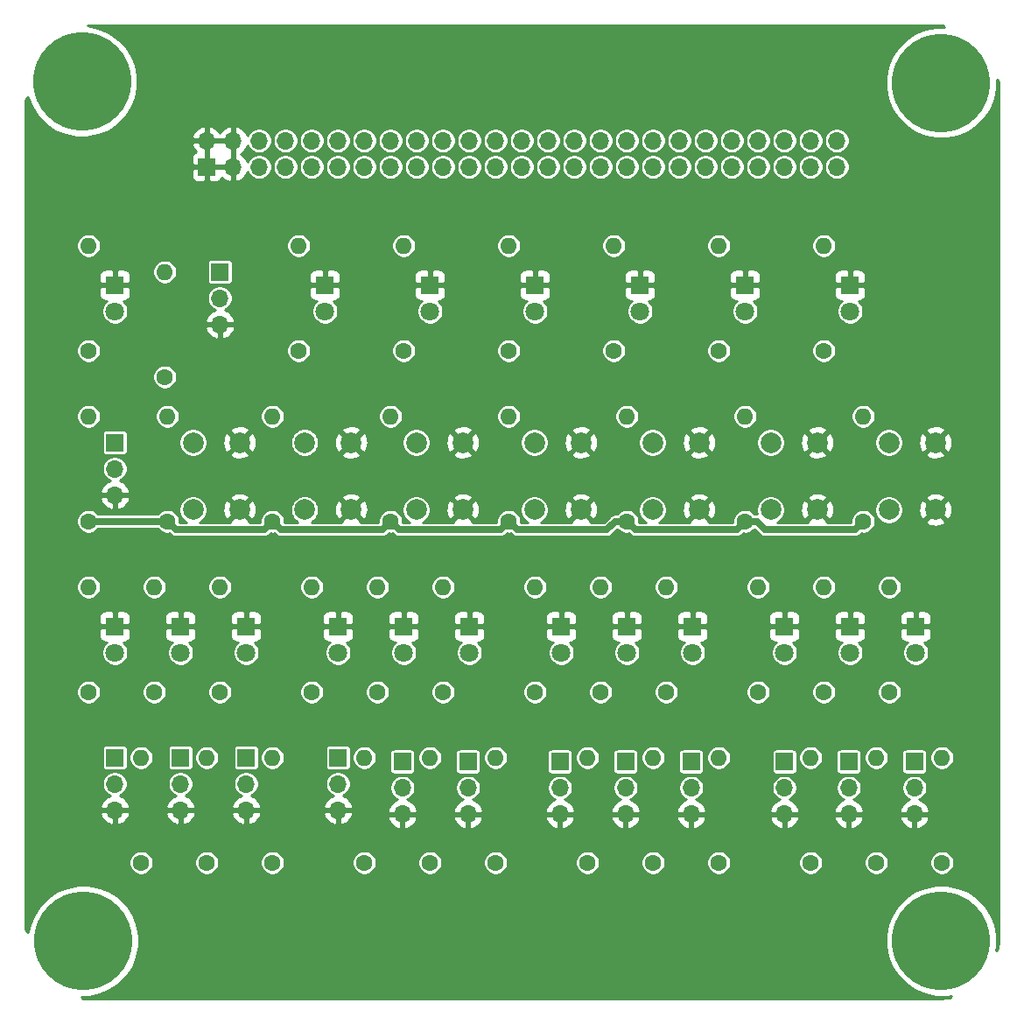
<source format=gbr>
G04 #@! TF.GenerationSoftware,KiCad,Pcbnew,(5.1.5)-3*
G04 #@! TF.CreationDate,2021-04-17T13:21:40-04:00*
G04 #@! TF.ProjectId,LEDS-SW12,4c454453-2d53-4573-9132-2e6b69636164,2*
G04 #@! TF.SameCoordinates,Original*
G04 #@! TF.FileFunction,Copper,L2,Bot*
G04 #@! TF.FilePolarity,Positive*
%FSLAX46Y46*%
G04 Gerber Fmt 4.6, Leading zero omitted, Abs format (unit mm)*
G04 Created by KiCad (PCBNEW (5.1.5)-3) date 2021-04-17 13:21:40*
%MOMM*%
%LPD*%
G04 APERTURE LIST*
%ADD10O,1.600000X1.600000*%
%ADD11C,1.600000*%
%ADD12C,9.525000*%
%ADD13C,1.800000*%
%ADD14R,1.800000X1.800000*%
%ADD15O,1.700000X1.700000*%
%ADD16R,1.700000X1.700000*%
%ADD17C,2.000000*%
%ADD18C,0.635000*%
%ADD19C,0.254000*%
G04 APERTURE END LIST*
D10*
X77470000Y-81280000D03*
D11*
X77470000Y-91440000D03*
D12*
X15875000Y-15875000D03*
X99000000Y-99000000D03*
X16000000Y-99000000D03*
X99000000Y-16000000D03*
D13*
X96520000Y-71120000D03*
D14*
X96520000Y-68580000D03*
X90170000Y-68580000D03*
D13*
X90170000Y-71120000D03*
D14*
X83820000Y-68580000D03*
D13*
X83820000Y-71120000D03*
X74930000Y-71120000D03*
D14*
X74930000Y-68580000D03*
X68580000Y-68580000D03*
D13*
X68580000Y-71120000D03*
X62230000Y-71120000D03*
D14*
X62230000Y-68580000D03*
X53340000Y-68580000D03*
D13*
X53340000Y-71120000D03*
X46990000Y-71120000D03*
D14*
X46990000Y-68580000D03*
D11*
X49530000Y-91440000D03*
D10*
X49530000Y-81280000D03*
D11*
X55880000Y-91440000D03*
D10*
X55880000Y-81280000D03*
X64770000Y-81280000D03*
D11*
X64770000Y-91440000D03*
X71120000Y-91440000D03*
D10*
X71120000Y-81280000D03*
X86360000Y-81280000D03*
D11*
X86360000Y-91440000D03*
X92710000Y-91440000D03*
D10*
X92710000Y-81280000D03*
X99060000Y-81280000D03*
D11*
X99060000Y-91440000D03*
D10*
X24130000Y-48260000D03*
D11*
X24130000Y-58420000D03*
X34290000Y-58420000D03*
D10*
X34290000Y-48260000D03*
X45720000Y-48260000D03*
D11*
X45720000Y-58420000D03*
X57150000Y-58420000D03*
D10*
X57150000Y-48260000D03*
X68580000Y-48260000D03*
D11*
X68580000Y-58420000D03*
X80010000Y-58420000D03*
D10*
X80010000Y-48260000D03*
X91440000Y-48260000D03*
D11*
X91440000Y-58420000D03*
X93980000Y-74930000D03*
D10*
X93980000Y-64770000D03*
X87630000Y-64770000D03*
D11*
X87630000Y-74930000D03*
X81280000Y-74930000D03*
D10*
X81280000Y-64770000D03*
X72390000Y-64770000D03*
D11*
X72390000Y-74930000D03*
X66040000Y-74930000D03*
D10*
X66040000Y-64770000D03*
X59690000Y-64770000D03*
D11*
X59690000Y-74930000D03*
X50800000Y-74930000D03*
D10*
X50800000Y-64770000D03*
X44450000Y-64770000D03*
D11*
X44450000Y-74930000D03*
D15*
X46863000Y-86741000D03*
X46863000Y-84201000D03*
D16*
X46863000Y-81661000D03*
X53213000Y-81661000D03*
D15*
X53213000Y-84201000D03*
X53213000Y-86741000D03*
X62103000Y-86741000D03*
X62103000Y-84201000D03*
D16*
X62103000Y-81661000D03*
X68453000Y-81661000D03*
D15*
X68453000Y-84201000D03*
X68453000Y-86741000D03*
X74803000Y-86741000D03*
X74803000Y-84201000D03*
D16*
X74803000Y-81661000D03*
X83820000Y-81661000D03*
D15*
X83820000Y-84201000D03*
X83820000Y-86741000D03*
X90043000Y-86741000D03*
X90043000Y-84201000D03*
D16*
X90043000Y-81661000D03*
X96393000Y-81661000D03*
D15*
X96393000Y-84201000D03*
X96393000Y-86741000D03*
D17*
X31115000Y-57300000D03*
X26615000Y-57300000D03*
X31115000Y-50800000D03*
X26615000Y-50800000D03*
X37410000Y-50800000D03*
X41910000Y-50800000D03*
X37410000Y-57300000D03*
X41910000Y-57300000D03*
X52705000Y-57300000D03*
X48205000Y-57300000D03*
X52705000Y-50800000D03*
X48205000Y-50800000D03*
X59635000Y-50800000D03*
X64135000Y-50800000D03*
X59635000Y-57300000D03*
X64135000Y-57300000D03*
X75565000Y-57300000D03*
X71065000Y-57300000D03*
X75565000Y-50800000D03*
X71065000Y-50800000D03*
X82495000Y-50800000D03*
X86995000Y-50800000D03*
X82495000Y-57300000D03*
X86995000Y-57300000D03*
X98425000Y-57300000D03*
X93925000Y-57300000D03*
X98425000Y-50800000D03*
X93925000Y-50800000D03*
D14*
X40640000Y-68580000D03*
D13*
X40640000Y-71120000D03*
X31750000Y-71120000D03*
D14*
X31750000Y-68580000D03*
X25400000Y-68580000D03*
D13*
X25400000Y-71120000D03*
X19050000Y-71120000D03*
D14*
X19050000Y-68580000D03*
D11*
X43180000Y-91440000D03*
D10*
X43180000Y-81280000D03*
X34290000Y-81280000D03*
D11*
X34290000Y-91440000D03*
X27940000Y-91440000D03*
D10*
X27940000Y-81280000D03*
X21590000Y-81280000D03*
D11*
X21590000Y-91440000D03*
X38100000Y-74930000D03*
D10*
X38100000Y-64770000D03*
X29210000Y-64770000D03*
D11*
X29210000Y-74930000D03*
X22860000Y-74930000D03*
D10*
X22860000Y-64770000D03*
X16510000Y-64770000D03*
D11*
X16510000Y-74930000D03*
D15*
X40640000Y-86360000D03*
X40640000Y-83820000D03*
D16*
X40640000Y-81280000D03*
X31750000Y-81280000D03*
D15*
X31750000Y-83820000D03*
X31750000Y-86360000D03*
X25400000Y-86360000D03*
X25400000Y-83820000D03*
D16*
X25400000Y-81280000D03*
X19050000Y-81280000D03*
D15*
X19050000Y-83820000D03*
X19050000Y-86360000D03*
D13*
X90170000Y-38100000D03*
D14*
X90170000Y-35560000D03*
X80010000Y-35560000D03*
D13*
X80010000Y-38100000D03*
X59690000Y-38100000D03*
D14*
X59690000Y-35560000D03*
X69850000Y-35560000D03*
D13*
X69850000Y-38100000D03*
X39370000Y-38100000D03*
D14*
X39370000Y-35560000D03*
X49530000Y-35560000D03*
D13*
X49530000Y-38100000D03*
D10*
X87630000Y-31750000D03*
D11*
X87630000Y-41910000D03*
X77470000Y-41910000D03*
D10*
X77470000Y-31750000D03*
X57150000Y-31750000D03*
D11*
X57150000Y-41910000D03*
X67310000Y-41910000D03*
D10*
X67310000Y-31750000D03*
X36830000Y-31750000D03*
D11*
X36830000Y-41910000D03*
X46990000Y-41910000D03*
D10*
X46990000Y-31750000D03*
D14*
X19050000Y-35560000D03*
D13*
X19050000Y-38100000D03*
D11*
X16510000Y-41910000D03*
D10*
X16510000Y-31750000D03*
D11*
X23876000Y-44450000D03*
D10*
X23876000Y-34290000D03*
D16*
X29210000Y-34290000D03*
D15*
X29210000Y-36830000D03*
X29210000Y-39370000D03*
D11*
X16510000Y-58420000D03*
D10*
X16510000Y-48260000D03*
D16*
X19050000Y-50800000D03*
D15*
X19050000Y-53340000D03*
X19050000Y-55880000D03*
D16*
X27940000Y-24130000D03*
D15*
X27940000Y-21590000D03*
X30480000Y-24130000D03*
X30480000Y-21590000D03*
X33020000Y-24130000D03*
X33020000Y-21590000D03*
X35560000Y-24130000D03*
X35560000Y-21590000D03*
X38100000Y-24130000D03*
X38100000Y-21590000D03*
X40640000Y-24130000D03*
X40640000Y-21590000D03*
X43180000Y-24130000D03*
X43180000Y-21590000D03*
X45720000Y-24130000D03*
X45720000Y-21590000D03*
X48260000Y-24130000D03*
X48260000Y-21590000D03*
X50800000Y-24130000D03*
X50800000Y-21590000D03*
X53340000Y-24130000D03*
X53340000Y-21590000D03*
X55880000Y-24130000D03*
X55880000Y-21590000D03*
X58420000Y-24130000D03*
X58420000Y-21590000D03*
X60960000Y-24130000D03*
X60960000Y-21590000D03*
X63500000Y-24130000D03*
X63500000Y-21590000D03*
X66040000Y-24130000D03*
X66040000Y-21590000D03*
X68580000Y-24130000D03*
X68580000Y-21590000D03*
X71120000Y-24130000D03*
X71120000Y-21590000D03*
X73660000Y-24130000D03*
X73660000Y-21590000D03*
X76200000Y-24130000D03*
X76200000Y-21590000D03*
X78740000Y-24130000D03*
X78740000Y-21590000D03*
X81280000Y-24130000D03*
X81280000Y-21590000D03*
X83820000Y-24130000D03*
X83820000Y-21590000D03*
X86360000Y-24130000D03*
X86360000Y-21590000D03*
X88900000Y-24130000D03*
X88900000Y-21590000D03*
D18*
X90640001Y-59219999D02*
X91440000Y-58420000D01*
X80010000Y-58420000D02*
X81141370Y-58420000D01*
X81941369Y-59219999D02*
X90640001Y-59219999D01*
X81141370Y-58420000D02*
X81941369Y-59219999D01*
X79210001Y-59219999D02*
X69379999Y-59219999D01*
X80010000Y-58420000D02*
X79210001Y-59219999D01*
X69379999Y-59219999D02*
X68580000Y-58420000D01*
X57949999Y-59219999D02*
X57150000Y-58420000D01*
X68580000Y-58420000D02*
X67448630Y-58420000D01*
X66648631Y-59219999D02*
X57949999Y-59219999D01*
X67448630Y-58420000D02*
X66648631Y-59219999D01*
X46519999Y-59219999D02*
X45720000Y-58420000D01*
X56350001Y-59219999D02*
X46519999Y-59219999D01*
X57150000Y-58420000D02*
X56350001Y-59219999D01*
X44920001Y-59219999D02*
X35089999Y-59219999D01*
X35089999Y-59219999D02*
X34290000Y-58420000D01*
X45720000Y-58420000D02*
X44920001Y-59219999D01*
X24929999Y-59219999D02*
X24130000Y-58420000D01*
X33490001Y-59219999D02*
X24929999Y-59219999D01*
X34290000Y-58420000D02*
X33490001Y-59219999D01*
X24130000Y-58420000D02*
X16510000Y-58420000D01*
D19*
G36*
X99166541Y-10446147D02*
G01*
X99322894Y-10602500D01*
X98468393Y-10602500D01*
X97425607Y-10809923D01*
X96443325Y-11216798D01*
X95559294Y-11807488D01*
X94807488Y-12559294D01*
X94216798Y-13443325D01*
X93809923Y-14425607D01*
X93602500Y-15468393D01*
X93602500Y-16531607D01*
X93809923Y-17574393D01*
X94216798Y-18556675D01*
X94807488Y-19440706D01*
X95559294Y-20192512D01*
X96443325Y-20783202D01*
X97425607Y-21190077D01*
X98468393Y-21397500D01*
X99531607Y-21397500D01*
X100574393Y-21190077D01*
X101556675Y-20783202D01*
X102440706Y-20192512D01*
X103192512Y-19440706D01*
X103783202Y-18556675D01*
X104190077Y-17574393D01*
X104397500Y-16531607D01*
X104397500Y-15677106D01*
X104561004Y-15840610D01*
X104569000Y-16010167D01*
X104569001Y-98982297D01*
X104502793Y-99787601D01*
X104307791Y-99982603D01*
X104397500Y-99531607D01*
X104397500Y-98468393D01*
X104190077Y-97425607D01*
X103783202Y-96443325D01*
X103192512Y-95559294D01*
X102440706Y-94807488D01*
X101556675Y-94216798D01*
X100574393Y-93809923D01*
X99531607Y-93602500D01*
X98468393Y-93602500D01*
X97425607Y-93809923D01*
X96443325Y-94216798D01*
X95559294Y-94807488D01*
X94807488Y-95559294D01*
X94216798Y-96443325D01*
X93809923Y-97425607D01*
X93602500Y-98468393D01*
X93602500Y-99531607D01*
X93809923Y-100574393D01*
X94216798Y-101556675D01*
X94807488Y-102440706D01*
X95559294Y-103192512D01*
X96443325Y-103783202D01*
X97425607Y-104190077D01*
X98468393Y-104397500D01*
X99531607Y-104397500D01*
X99982603Y-104307791D01*
X99796019Y-104494375D01*
X99516509Y-104544163D01*
X98989833Y-104569000D01*
X16017690Y-104569000D01*
X15971305Y-104565186D01*
X15831566Y-104397500D01*
X16531607Y-104397500D01*
X17574393Y-104190077D01*
X18556675Y-103783202D01*
X19440706Y-103192512D01*
X20192512Y-102440706D01*
X20783202Y-101556675D01*
X21190077Y-100574393D01*
X21397500Y-99531607D01*
X21397500Y-98468393D01*
X21190077Y-97425607D01*
X20783202Y-96443325D01*
X20192512Y-95559294D01*
X19440706Y-94807488D01*
X18556675Y-94216798D01*
X17574393Y-93809923D01*
X16531607Y-93602500D01*
X15468393Y-93602500D01*
X14425607Y-93809923D01*
X13443325Y-94216798D01*
X12559294Y-94807488D01*
X11807488Y-95559294D01*
X11216798Y-96443325D01*
X10809923Y-97425607D01*
X10658025Y-98189250D01*
X10431000Y-97916820D01*
X10431000Y-91323682D01*
X20409000Y-91323682D01*
X20409000Y-91556318D01*
X20454386Y-91784485D01*
X20543412Y-91999413D01*
X20672658Y-92192843D01*
X20837157Y-92357342D01*
X21030587Y-92486588D01*
X21245515Y-92575614D01*
X21473682Y-92621000D01*
X21706318Y-92621000D01*
X21934485Y-92575614D01*
X22149413Y-92486588D01*
X22342843Y-92357342D01*
X22507342Y-92192843D01*
X22636588Y-91999413D01*
X22725614Y-91784485D01*
X22771000Y-91556318D01*
X22771000Y-91323682D01*
X26759000Y-91323682D01*
X26759000Y-91556318D01*
X26804386Y-91784485D01*
X26893412Y-91999413D01*
X27022658Y-92192843D01*
X27187157Y-92357342D01*
X27380587Y-92486588D01*
X27595515Y-92575614D01*
X27823682Y-92621000D01*
X28056318Y-92621000D01*
X28284485Y-92575614D01*
X28499413Y-92486588D01*
X28692843Y-92357342D01*
X28857342Y-92192843D01*
X28986588Y-91999413D01*
X29075614Y-91784485D01*
X29121000Y-91556318D01*
X29121000Y-91323682D01*
X33109000Y-91323682D01*
X33109000Y-91556318D01*
X33154386Y-91784485D01*
X33243412Y-91999413D01*
X33372658Y-92192843D01*
X33537157Y-92357342D01*
X33730587Y-92486588D01*
X33945515Y-92575614D01*
X34173682Y-92621000D01*
X34406318Y-92621000D01*
X34634485Y-92575614D01*
X34849413Y-92486588D01*
X35042843Y-92357342D01*
X35207342Y-92192843D01*
X35336588Y-91999413D01*
X35425614Y-91784485D01*
X35471000Y-91556318D01*
X35471000Y-91323682D01*
X41999000Y-91323682D01*
X41999000Y-91556318D01*
X42044386Y-91784485D01*
X42133412Y-91999413D01*
X42262658Y-92192843D01*
X42427157Y-92357342D01*
X42620587Y-92486588D01*
X42835515Y-92575614D01*
X43063682Y-92621000D01*
X43296318Y-92621000D01*
X43524485Y-92575614D01*
X43739413Y-92486588D01*
X43932843Y-92357342D01*
X44097342Y-92192843D01*
X44226588Y-91999413D01*
X44315614Y-91784485D01*
X44361000Y-91556318D01*
X44361000Y-91323682D01*
X48349000Y-91323682D01*
X48349000Y-91556318D01*
X48394386Y-91784485D01*
X48483412Y-91999413D01*
X48612658Y-92192843D01*
X48777157Y-92357342D01*
X48970587Y-92486588D01*
X49185515Y-92575614D01*
X49413682Y-92621000D01*
X49646318Y-92621000D01*
X49874485Y-92575614D01*
X50089413Y-92486588D01*
X50282843Y-92357342D01*
X50447342Y-92192843D01*
X50576588Y-91999413D01*
X50665614Y-91784485D01*
X50711000Y-91556318D01*
X50711000Y-91323682D01*
X54699000Y-91323682D01*
X54699000Y-91556318D01*
X54744386Y-91784485D01*
X54833412Y-91999413D01*
X54962658Y-92192843D01*
X55127157Y-92357342D01*
X55320587Y-92486588D01*
X55535515Y-92575614D01*
X55763682Y-92621000D01*
X55996318Y-92621000D01*
X56224485Y-92575614D01*
X56439413Y-92486588D01*
X56632843Y-92357342D01*
X56797342Y-92192843D01*
X56926588Y-91999413D01*
X57015614Y-91784485D01*
X57061000Y-91556318D01*
X57061000Y-91323682D01*
X63589000Y-91323682D01*
X63589000Y-91556318D01*
X63634386Y-91784485D01*
X63723412Y-91999413D01*
X63852658Y-92192843D01*
X64017157Y-92357342D01*
X64210587Y-92486588D01*
X64425515Y-92575614D01*
X64653682Y-92621000D01*
X64886318Y-92621000D01*
X65114485Y-92575614D01*
X65329413Y-92486588D01*
X65522843Y-92357342D01*
X65687342Y-92192843D01*
X65816588Y-91999413D01*
X65905614Y-91784485D01*
X65951000Y-91556318D01*
X65951000Y-91323682D01*
X69939000Y-91323682D01*
X69939000Y-91556318D01*
X69984386Y-91784485D01*
X70073412Y-91999413D01*
X70202658Y-92192843D01*
X70367157Y-92357342D01*
X70560587Y-92486588D01*
X70775515Y-92575614D01*
X71003682Y-92621000D01*
X71236318Y-92621000D01*
X71464485Y-92575614D01*
X71679413Y-92486588D01*
X71872843Y-92357342D01*
X72037342Y-92192843D01*
X72166588Y-91999413D01*
X72255614Y-91784485D01*
X72301000Y-91556318D01*
X72301000Y-91323682D01*
X76289000Y-91323682D01*
X76289000Y-91556318D01*
X76334386Y-91784485D01*
X76423412Y-91999413D01*
X76552658Y-92192843D01*
X76717157Y-92357342D01*
X76910587Y-92486588D01*
X77125515Y-92575614D01*
X77353682Y-92621000D01*
X77586318Y-92621000D01*
X77814485Y-92575614D01*
X78029413Y-92486588D01*
X78222843Y-92357342D01*
X78387342Y-92192843D01*
X78516588Y-91999413D01*
X78605614Y-91784485D01*
X78651000Y-91556318D01*
X78651000Y-91323682D01*
X85179000Y-91323682D01*
X85179000Y-91556318D01*
X85224386Y-91784485D01*
X85313412Y-91999413D01*
X85442658Y-92192843D01*
X85607157Y-92357342D01*
X85800587Y-92486588D01*
X86015515Y-92575614D01*
X86243682Y-92621000D01*
X86476318Y-92621000D01*
X86704485Y-92575614D01*
X86919413Y-92486588D01*
X87112843Y-92357342D01*
X87277342Y-92192843D01*
X87406588Y-91999413D01*
X87495614Y-91784485D01*
X87541000Y-91556318D01*
X87541000Y-91323682D01*
X91529000Y-91323682D01*
X91529000Y-91556318D01*
X91574386Y-91784485D01*
X91663412Y-91999413D01*
X91792658Y-92192843D01*
X91957157Y-92357342D01*
X92150587Y-92486588D01*
X92365515Y-92575614D01*
X92593682Y-92621000D01*
X92826318Y-92621000D01*
X93054485Y-92575614D01*
X93269413Y-92486588D01*
X93462843Y-92357342D01*
X93627342Y-92192843D01*
X93756588Y-91999413D01*
X93845614Y-91784485D01*
X93891000Y-91556318D01*
X93891000Y-91323682D01*
X97879000Y-91323682D01*
X97879000Y-91556318D01*
X97924386Y-91784485D01*
X98013412Y-91999413D01*
X98142658Y-92192843D01*
X98307157Y-92357342D01*
X98500587Y-92486588D01*
X98715515Y-92575614D01*
X98943682Y-92621000D01*
X99176318Y-92621000D01*
X99404485Y-92575614D01*
X99619413Y-92486588D01*
X99812843Y-92357342D01*
X99977342Y-92192843D01*
X100106588Y-91999413D01*
X100195614Y-91784485D01*
X100241000Y-91556318D01*
X100241000Y-91323682D01*
X100195614Y-91095515D01*
X100106588Y-90880587D01*
X99977342Y-90687157D01*
X99812843Y-90522658D01*
X99619413Y-90393412D01*
X99404485Y-90304386D01*
X99176318Y-90259000D01*
X98943682Y-90259000D01*
X98715515Y-90304386D01*
X98500587Y-90393412D01*
X98307157Y-90522658D01*
X98142658Y-90687157D01*
X98013412Y-90880587D01*
X97924386Y-91095515D01*
X97879000Y-91323682D01*
X93891000Y-91323682D01*
X93845614Y-91095515D01*
X93756588Y-90880587D01*
X93627342Y-90687157D01*
X93462843Y-90522658D01*
X93269413Y-90393412D01*
X93054485Y-90304386D01*
X92826318Y-90259000D01*
X92593682Y-90259000D01*
X92365515Y-90304386D01*
X92150587Y-90393412D01*
X91957157Y-90522658D01*
X91792658Y-90687157D01*
X91663412Y-90880587D01*
X91574386Y-91095515D01*
X91529000Y-91323682D01*
X87541000Y-91323682D01*
X87495614Y-91095515D01*
X87406588Y-90880587D01*
X87277342Y-90687157D01*
X87112843Y-90522658D01*
X86919413Y-90393412D01*
X86704485Y-90304386D01*
X86476318Y-90259000D01*
X86243682Y-90259000D01*
X86015515Y-90304386D01*
X85800587Y-90393412D01*
X85607157Y-90522658D01*
X85442658Y-90687157D01*
X85313412Y-90880587D01*
X85224386Y-91095515D01*
X85179000Y-91323682D01*
X78651000Y-91323682D01*
X78605614Y-91095515D01*
X78516588Y-90880587D01*
X78387342Y-90687157D01*
X78222843Y-90522658D01*
X78029413Y-90393412D01*
X77814485Y-90304386D01*
X77586318Y-90259000D01*
X77353682Y-90259000D01*
X77125515Y-90304386D01*
X76910587Y-90393412D01*
X76717157Y-90522658D01*
X76552658Y-90687157D01*
X76423412Y-90880587D01*
X76334386Y-91095515D01*
X76289000Y-91323682D01*
X72301000Y-91323682D01*
X72255614Y-91095515D01*
X72166588Y-90880587D01*
X72037342Y-90687157D01*
X71872843Y-90522658D01*
X71679413Y-90393412D01*
X71464485Y-90304386D01*
X71236318Y-90259000D01*
X71003682Y-90259000D01*
X70775515Y-90304386D01*
X70560587Y-90393412D01*
X70367157Y-90522658D01*
X70202658Y-90687157D01*
X70073412Y-90880587D01*
X69984386Y-91095515D01*
X69939000Y-91323682D01*
X65951000Y-91323682D01*
X65905614Y-91095515D01*
X65816588Y-90880587D01*
X65687342Y-90687157D01*
X65522843Y-90522658D01*
X65329413Y-90393412D01*
X65114485Y-90304386D01*
X64886318Y-90259000D01*
X64653682Y-90259000D01*
X64425515Y-90304386D01*
X64210587Y-90393412D01*
X64017157Y-90522658D01*
X63852658Y-90687157D01*
X63723412Y-90880587D01*
X63634386Y-91095515D01*
X63589000Y-91323682D01*
X57061000Y-91323682D01*
X57015614Y-91095515D01*
X56926588Y-90880587D01*
X56797342Y-90687157D01*
X56632843Y-90522658D01*
X56439413Y-90393412D01*
X56224485Y-90304386D01*
X55996318Y-90259000D01*
X55763682Y-90259000D01*
X55535515Y-90304386D01*
X55320587Y-90393412D01*
X55127157Y-90522658D01*
X54962658Y-90687157D01*
X54833412Y-90880587D01*
X54744386Y-91095515D01*
X54699000Y-91323682D01*
X50711000Y-91323682D01*
X50665614Y-91095515D01*
X50576588Y-90880587D01*
X50447342Y-90687157D01*
X50282843Y-90522658D01*
X50089413Y-90393412D01*
X49874485Y-90304386D01*
X49646318Y-90259000D01*
X49413682Y-90259000D01*
X49185515Y-90304386D01*
X48970587Y-90393412D01*
X48777157Y-90522658D01*
X48612658Y-90687157D01*
X48483412Y-90880587D01*
X48394386Y-91095515D01*
X48349000Y-91323682D01*
X44361000Y-91323682D01*
X44315614Y-91095515D01*
X44226588Y-90880587D01*
X44097342Y-90687157D01*
X43932843Y-90522658D01*
X43739413Y-90393412D01*
X43524485Y-90304386D01*
X43296318Y-90259000D01*
X43063682Y-90259000D01*
X42835515Y-90304386D01*
X42620587Y-90393412D01*
X42427157Y-90522658D01*
X42262658Y-90687157D01*
X42133412Y-90880587D01*
X42044386Y-91095515D01*
X41999000Y-91323682D01*
X35471000Y-91323682D01*
X35425614Y-91095515D01*
X35336588Y-90880587D01*
X35207342Y-90687157D01*
X35042843Y-90522658D01*
X34849413Y-90393412D01*
X34634485Y-90304386D01*
X34406318Y-90259000D01*
X34173682Y-90259000D01*
X33945515Y-90304386D01*
X33730587Y-90393412D01*
X33537157Y-90522658D01*
X33372658Y-90687157D01*
X33243412Y-90880587D01*
X33154386Y-91095515D01*
X33109000Y-91323682D01*
X29121000Y-91323682D01*
X29075614Y-91095515D01*
X28986588Y-90880587D01*
X28857342Y-90687157D01*
X28692843Y-90522658D01*
X28499413Y-90393412D01*
X28284485Y-90304386D01*
X28056318Y-90259000D01*
X27823682Y-90259000D01*
X27595515Y-90304386D01*
X27380587Y-90393412D01*
X27187157Y-90522658D01*
X27022658Y-90687157D01*
X26893412Y-90880587D01*
X26804386Y-91095515D01*
X26759000Y-91323682D01*
X22771000Y-91323682D01*
X22725614Y-91095515D01*
X22636588Y-90880587D01*
X22507342Y-90687157D01*
X22342843Y-90522658D01*
X22149413Y-90393412D01*
X21934485Y-90304386D01*
X21706318Y-90259000D01*
X21473682Y-90259000D01*
X21245515Y-90304386D01*
X21030587Y-90393412D01*
X20837157Y-90522658D01*
X20672658Y-90687157D01*
X20543412Y-90880587D01*
X20454386Y-91095515D01*
X20409000Y-91323682D01*
X10431000Y-91323682D01*
X10431000Y-86716890D01*
X17608524Y-86716890D01*
X17653175Y-86864099D01*
X17778359Y-87126920D01*
X17952412Y-87360269D01*
X18168645Y-87555178D01*
X18418748Y-87704157D01*
X18693109Y-87801481D01*
X18923000Y-87680814D01*
X18923000Y-86487000D01*
X19177000Y-86487000D01*
X19177000Y-87680814D01*
X19406891Y-87801481D01*
X19681252Y-87704157D01*
X19931355Y-87555178D01*
X20147588Y-87360269D01*
X20321641Y-87126920D01*
X20446825Y-86864099D01*
X20491476Y-86716890D01*
X23958524Y-86716890D01*
X24003175Y-86864099D01*
X24128359Y-87126920D01*
X24302412Y-87360269D01*
X24518645Y-87555178D01*
X24768748Y-87704157D01*
X25043109Y-87801481D01*
X25273000Y-87680814D01*
X25273000Y-86487000D01*
X25527000Y-86487000D01*
X25527000Y-87680814D01*
X25756891Y-87801481D01*
X26031252Y-87704157D01*
X26281355Y-87555178D01*
X26497588Y-87360269D01*
X26671641Y-87126920D01*
X26796825Y-86864099D01*
X26841476Y-86716890D01*
X30308524Y-86716890D01*
X30353175Y-86864099D01*
X30478359Y-87126920D01*
X30652412Y-87360269D01*
X30868645Y-87555178D01*
X31118748Y-87704157D01*
X31393109Y-87801481D01*
X31623000Y-87680814D01*
X31623000Y-86487000D01*
X31877000Y-86487000D01*
X31877000Y-87680814D01*
X32106891Y-87801481D01*
X32381252Y-87704157D01*
X32631355Y-87555178D01*
X32847588Y-87360269D01*
X33021641Y-87126920D01*
X33146825Y-86864099D01*
X33191476Y-86716890D01*
X39198524Y-86716890D01*
X39243175Y-86864099D01*
X39368359Y-87126920D01*
X39542412Y-87360269D01*
X39758645Y-87555178D01*
X40008748Y-87704157D01*
X40283109Y-87801481D01*
X40513000Y-87680814D01*
X40513000Y-86487000D01*
X40767000Y-86487000D01*
X40767000Y-87680814D01*
X40996891Y-87801481D01*
X41271252Y-87704157D01*
X41521355Y-87555178D01*
X41737588Y-87360269D01*
X41911641Y-87126920D01*
X41925468Y-87097890D01*
X45421524Y-87097890D01*
X45466175Y-87245099D01*
X45591359Y-87507920D01*
X45765412Y-87741269D01*
X45981645Y-87936178D01*
X46231748Y-88085157D01*
X46506109Y-88182481D01*
X46736000Y-88061814D01*
X46736000Y-86868000D01*
X46990000Y-86868000D01*
X46990000Y-88061814D01*
X47219891Y-88182481D01*
X47494252Y-88085157D01*
X47744355Y-87936178D01*
X47960588Y-87741269D01*
X48134641Y-87507920D01*
X48259825Y-87245099D01*
X48304476Y-87097890D01*
X51771524Y-87097890D01*
X51816175Y-87245099D01*
X51941359Y-87507920D01*
X52115412Y-87741269D01*
X52331645Y-87936178D01*
X52581748Y-88085157D01*
X52856109Y-88182481D01*
X53086000Y-88061814D01*
X53086000Y-86868000D01*
X53340000Y-86868000D01*
X53340000Y-88061814D01*
X53569891Y-88182481D01*
X53844252Y-88085157D01*
X54094355Y-87936178D01*
X54310588Y-87741269D01*
X54484641Y-87507920D01*
X54609825Y-87245099D01*
X54654476Y-87097890D01*
X60661524Y-87097890D01*
X60706175Y-87245099D01*
X60831359Y-87507920D01*
X61005412Y-87741269D01*
X61221645Y-87936178D01*
X61471748Y-88085157D01*
X61746109Y-88182481D01*
X61976000Y-88061814D01*
X61976000Y-86868000D01*
X62230000Y-86868000D01*
X62230000Y-88061814D01*
X62459891Y-88182481D01*
X62734252Y-88085157D01*
X62984355Y-87936178D01*
X63200588Y-87741269D01*
X63374641Y-87507920D01*
X63499825Y-87245099D01*
X63544476Y-87097890D01*
X67011524Y-87097890D01*
X67056175Y-87245099D01*
X67181359Y-87507920D01*
X67355412Y-87741269D01*
X67571645Y-87936178D01*
X67821748Y-88085157D01*
X68096109Y-88182481D01*
X68326000Y-88061814D01*
X68326000Y-86868000D01*
X68580000Y-86868000D01*
X68580000Y-88061814D01*
X68809891Y-88182481D01*
X69084252Y-88085157D01*
X69334355Y-87936178D01*
X69550588Y-87741269D01*
X69724641Y-87507920D01*
X69849825Y-87245099D01*
X69894476Y-87097890D01*
X73361524Y-87097890D01*
X73406175Y-87245099D01*
X73531359Y-87507920D01*
X73705412Y-87741269D01*
X73921645Y-87936178D01*
X74171748Y-88085157D01*
X74446109Y-88182481D01*
X74676000Y-88061814D01*
X74676000Y-86868000D01*
X74930000Y-86868000D01*
X74930000Y-88061814D01*
X75159891Y-88182481D01*
X75434252Y-88085157D01*
X75684355Y-87936178D01*
X75900588Y-87741269D01*
X76074641Y-87507920D01*
X76199825Y-87245099D01*
X76244476Y-87097890D01*
X82378524Y-87097890D01*
X82423175Y-87245099D01*
X82548359Y-87507920D01*
X82722412Y-87741269D01*
X82938645Y-87936178D01*
X83188748Y-88085157D01*
X83463109Y-88182481D01*
X83693000Y-88061814D01*
X83693000Y-86868000D01*
X83947000Y-86868000D01*
X83947000Y-88061814D01*
X84176891Y-88182481D01*
X84451252Y-88085157D01*
X84701355Y-87936178D01*
X84917588Y-87741269D01*
X85091641Y-87507920D01*
X85216825Y-87245099D01*
X85261476Y-87097890D01*
X88601524Y-87097890D01*
X88646175Y-87245099D01*
X88771359Y-87507920D01*
X88945412Y-87741269D01*
X89161645Y-87936178D01*
X89411748Y-88085157D01*
X89686109Y-88182481D01*
X89916000Y-88061814D01*
X89916000Y-86868000D01*
X90170000Y-86868000D01*
X90170000Y-88061814D01*
X90399891Y-88182481D01*
X90674252Y-88085157D01*
X90924355Y-87936178D01*
X91140588Y-87741269D01*
X91314641Y-87507920D01*
X91439825Y-87245099D01*
X91484476Y-87097890D01*
X94951524Y-87097890D01*
X94996175Y-87245099D01*
X95121359Y-87507920D01*
X95295412Y-87741269D01*
X95511645Y-87936178D01*
X95761748Y-88085157D01*
X96036109Y-88182481D01*
X96266000Y-88061814D01*
X96266000Y-86868000D01*
X96520000Y-86868000D01*
X96520000Y-88061814D01*
X96749891Y-88182481D01*
X97024252Y-88085157D01*
X97274355Y-87936178D01*
X97490588Y-87741269D01*
X97664641Y-87507920D01*
X97789825Y-87245099D01*
X97834476Y-87097890D01*
X97713155Y-86868000D01*
X96520000Y-86868000D01*
X96266000Y-86868000D01*
X95072845Y-86868000D01*
X94951524Y-87097890D01*
X91484476Y-87097890D01*
X91363155Y-86868000D01*
X90170000Y-86868000D01*
X89916000Y-86868000D01*
X88722845Y-86868000D01*
X88601524Y-87097890D01*
X85261476Y-87097890D01*
X85140155Y-86868000D01*
X83947000Y-86868000D01*
X83693000Y-86868000D01*
X82499845Y-86868000D01*
X82378524Y-87097890D01*
X76244476Y-87097890D01*
X76123155Y-86868000D01*
X74930000Y-86868000D01*
X74676000Y-86868000D01*
X73482845Y-86868000D01*
X73361524Y-87097890D01*
X69894476Y-87097890D01*
X69773155Y-86868000D01*
X68580000Y-86868000D01*
X68326000Y-86868000D01*
X67132845Y-86868000D01*
X67011524Y-87097890D01*
X63544476Y-87097890D01*
X63423155Y-86868000D01*
X62230000Y-86868000D01*
X61976000Y-86868000D01*
X60782845Y-86868000D01*
X60661524Y-87097890D01*
X54654476Y-87097890D01*
X54533155Y-86868000D01*
X53340000Y-86868000D01*
X53086000Y-86868000D01*
X51892845Y-86868000D01*
X51771524Y-87097890D01*
X48304476Y-87097890D01*
X48183155Y-86868000D01*
X46990000Y-86868000D01*
X46736000Y-86868000D01*
X45542845Y-86868000D01*
X45421524Y-87097890D01*
X41925468Y-87097890D01*
X42036825Y-86864099D01*
X42081476Y-86716890D01*
X41960155Y-86487000D01*
X40767000Y-86487000D01*
X40513000Y-86487000D01*
X39319845Y-86487000D01*
X39198524Y-86716890D01*
X33191476Y-86716890D01*
X33070155Y-86487000D01*
X31877000Y-86487000D01*
X31623000Y-86487000D01*
X30429845Y-86487000D01*
X30308524Y-86716890D01*
X26841476Y-86716890D01*
X26720155Y-86487000D01*
X25527000Y-86487000D01*
X25273000Y-86487000D01*
X24079845Y-86487000D01*
X23958524Y-86716890D01*
X20491476Y-86716890D01*
X20370155Y-86487000D01*
X19177000Y-86487000D01*
X18923000Y-86487000D01*
X17729845Y-86487000D01*
X17608524Y-86716890D01*
X10431000Y-86716890D01*
X10431000Y-86384110D01*
X45421524Y-86384110D01*
X45542845Y-86614000D01*
X46736000Y-86614000D01*
X46736000Y-86594000D01*
X46990000Y-86594000D01*
X46990000Y-86614000D01*
X48183155Y-86614000D01*
X48304476Y-86384110D01*
X51771524Y-86384110D01*
X51892845Y-86614000D01*
X53086000Y-86614000D01*
X53086000Y-86594000D01*
X53340000Y-86594000D01*
X53340000Y-86614000D01*
X54533155Y-86614000D01*
X54654476Y-86384110D01*
X60661524Y-86384110D01*
X60782845Y-86614000D01*
X61976000Y-86614000D01*
X61976000Y-86594000D01*
X62230000Y-86594000D01*
X62230000Y-86614000D01*
X63423155Y-86614000D01*
X63544476Y-86384110D01*
X67011524Y-86384110D01*
X67132845Y-86614000D01*
X68326000Y-86614000D01*
X68326000Y-86594000D01*
X68580000Y-86594000D01*
X68580000Y-86614000D01*
X69773155Y-86614000D01*
X69894476Y-86384110D01*
X73361524Y-86384110D01*
X73482845Y-86614000D01*
X74676000Y-86614000D01*
X74676000Y-86594000D01*
X74930000Y-86594000D01*
X74930000Y-86614000D01*
X76123155Y-86614000D01*
X76244476Y-86384110D01*
X82378524Y-86384110D01*
X82499845Y-86614000D01*
X83693000Y-86614000D01*
X83693000Y-86594000D01*
X83947000Y-86594000D01*
X83947000Y-86614000D01*
X85140155Y-86614000D01*
X85261476Y-86384110D01*
X88601524Y-86384110D01*
X88722845Y-86614000D01*
X89916000Y-86614000D01*
X89916000Y-86594000D01*
X90170000Y-86594000D01*
X90170000Y-86614000D01*
X91363155Y-86614000D01*
X91484476Y-86384110D01*
X94951524Y-86384110D01*
X95072845Y-86614000D01*
X96266000Y-86614000D01*
X96266000Y-86594000D01*
X96520000Y-86594000D01*
X96520000Y-86614000D01*
X97713155Y-86614000D01*
X97834476Y-86384110D01*
X97789825Y-86236901D01*
X97664641Y-85974080D01*
X97490588Y-85740731D01*
X97274355Y-85545822D01*
X97024252Y-85396843D01*
X96861832Y-85339228D01*
X96976097Y-85291898D01*
X97177717Y-85157180D01*
X97349180Y-84985717D01*
X97483898Y-84784097D01*
X97576693Y-84560069D01*
X97624000Y-84322243D01*
X97624000Y-84079757D01*
X97576693Y-83841931D01*
X97483898Y-83617903D01*
X97349180Y-83416283D01*
X97177717Y-83244820D01*
X96976097Y-83110102D01*
X96752069Y-83017307D01*
X96514243Y-82970000D01*
X96271757Y-82970000D01*
X96033931Y-83017307D01*
X95809903Y-83110102D01*
X95608283Y-83244820D01*
X95436820Y-83416283D01*
X95302102Y-83617903D01*
X95209307Y-83841931D01*
X95162000Y-84079757D01*
X95162000Y-84322243D01*
X95209307Y-84560069D01*
X95302102Y-84784097D01*
X95436820Y-84985717D01*
X95608283Y-85157180D01*
X95809903Y-85291898D01*
X95924168Y-85339228D01*
X95761748Y-85396843D01*
X95511645Y-85545822D01*
X95295412Y-85740731D01*
X95121359Y-85974080D01*
X94996175Y-86236901D01*
X94951524Y-86384110D01*
X91484476Y-86384110D01*
X91439825Y-86236901D01*
X91314641Y-85974080D01*
X91140588Y-85740731D01*
X90924355Y-85545822D01*
X90674252Y-85396843D01*
X90511832Y-85339228D01*
X90626097Y-85291898D01*
X90827717Y-85157180D01*
X90999180Y-84985717D01*
X91133898Y-84784097D01*
X91226693Y-84560069D01*
X91274000Y-84322243D01*
X91274000Y-84079757D01*
X91226693Y-83841931D01*
X91133898Y-83617903D01*
X90999180Y-83416283D01*
X90827717Y-83244820D01*
X90626097Y-83110102D01*
X90402069Y-83017307D01*
X90164243Y-82970000D01*
X89921757Y-82970000D01*
X89683931Y-83017307D01*
X89459903Y-83110102D01*
X89258283Y-83244820D01*
X89086820Y-83416283D01*
X88952102Y-83617903D01*
X88859307Y-83841931D01*
X88812000Y-84079757D01*
X88812000Y-84322243D01*
X88859307Y-84560069D01*
X88952102Y-84784097D01*
X89086820Y-84985717D01*
X89258283Y-85157180D01*
X89459903Y-85291898D01*
X89574168Y-85339228D01*
X89411748Y-85396843D01*
X89161645Y-85545822D01*
X88945412Y-85740731D01*
X88771359Y-85974080D01*
X88646175Y-86236901D01*
X88601524Y-86384110D01*
X85261476Y-86384110D01*
X85216825Y-86236901D01*
X85091641Y-85974080D01*
X84917588Y-85740731D01*
X84701355Y-85545822D01*
X84451252Y-85396843D01*
X84288832Y-85339228D01*
X84403097Y-85291898D01*
X84604717Y-85157180D01*
X84776180Y-84985717D01*
X84910898Y-84784097D01*
X85003693Y-84560069D01*
X85051000Y-84322243D01*
X85051000Y-84079757D01*
X85003693Y-83841931D01*
X84910898Y-83617903D01*
X84776180Y-83416283D01*
X84604717Y-83244820D01*
X84403097Y-83110102D01*
X84179069Y-83017307D01*
X83941243Y-82970000D01*
X83698757Y-82970000D01*
X83460931Y-83017307D01*
X83236903Y-83110102D01*
X83035283Y-83244820D01*
X82863820Y-83416283D01*
X82729102Y-83617903D01*
X82636307Y-83841931D01*
X82589000Y-84079757D01*
X82589000Y-84322243D01*
X82636307Y-84560069D01*
X82729102Y-84784097D01*
X82863820Y-84985717D01*
X83035283Y-85157180D01*
X83236903Y-85291898D01*
X83351168Y-85339228D01*
X83188748Y-85396843D01*
X82938645Y-85545822D01*
X82722412Y-85740731D01*
X82548359Y-85974080D01*
X82423175Y-86236901D01*
X82378524Y-86384110D01*
X76244476Y-86384110D01*
X76199825Y-86236901D01*
X76074641Y-85974080D01*
X75900588Y-85740731D01*
X75684355Y-85545822D01*
X75434252Y-85396843D01*
X75271832Y-85339228D01*
X75386097Y-85291898D01*
X75587717Y-85157180D01*
X75759180Y-84985717D01*
X75893898Y-84784097D01*
X75986693Y-84560069D01*
X76034000Y-84322243D01*
X76034000Y-84079757D01*
X75986693Y-83841931D01*
X75893898Y-83617903D01*
X75759180Y-83416283D01*
X75587717Y-83244820D01*
X75386097Y-83110102D01*
X75162069Y-83017307D01*
X74924243Y-82970000D01*
X74681757Y-82970000D01*
X74443931Y-83017307D01*
X74219903Y-83110102D01*
X74018283Y-83244820D01*
X73846820Y-83416283D01*
X73712102Y-83617903D01*
X73619307Y-83841931D01*
X73572000Y-84079757D01*
X73572000Y-84322243D01*
X73619307Y-84560069D01*
X73712102Y-84784097D01*
X73846820Y-84985717D01*
X74018283Y-85157180D01*
X74219903Y-85291898D01*
X74334168Y-85339228D01*
X74171748Y-85396843D01*
X73921645Y-85545822D01*
X73705412Y-85740731D01*
X73531359Y-85974080D01*
X73406175Y-86236901D01*
X73361524Y-86384110D01*
X69894476Y-86384110D01*
X69849825Y-86236901D01*
X69724641Y-85974080D01*
X69550588Y-85740731D01*
X69334355Y-85545822D01*
X69084252Y-85396843D01*
X68921832Y-85339228D01*
X69036097Y-85291898D01*
X69237717Y-85157180D01*
X69409180Y-84985717D01*
X69543898Y-84784097D01*
X69636693Y-84560069D01*
X69684000Y-84322243D01*
X69684000Y-84079757D01*
X69636693Y-83841931D01*
X69543898Y-83617903D01*
X69409180Y-83416283D01*
X69237717Y-83244820D01*
X69036097Y-83110102D01*
X68812069Y-83017307D01*
X68574243Y-82970000D01*
X68331757Y-82970000D01*
X68093931Y-83017307D01*
X67869903Y-83110102D01*
X67668283Y-83244820D01*
X67496820Y-83416283D01*
X67362102Y-83617903D01*
X67269307Y-83841931D01*
X67222000Y-84079757D01*
X67222000Y-84322243D01*
X67269307Y-84560069D01*
X67362102Y-84784097D01*
X67496820Y-84985717D01*
X67668283Y-85157180D01*
X67869903Y-85291898D01*
X67984168Y-85339228D01*
X67821748Y-85396843D01*
X67571645Y-85545822D01*
X67355412Y-85740731D01*
X67181359Y-85974080D01*
X67056175Y-86236901D01*
X67011524Y-86384110D01*
X63544476Y-86384110D01*
X63499825Y-86236901D01*
X63374641Y-85974080D01*
X63200588Y-85740731D01*
X62984355Y-85545822D01*
X62734252Y-85396843D01*
X62571832Y-85339228D01*
X62686097Y-85291898D01*
X62887717Y-85157180D01*
X63059180Y-84985717D01*
X63193898Y-84784097D01*
X63286693Y-84560069D01*
X63334000Y-84322243D01*
X63334000Y-84079757D01*
X63286693Y-83841931D01*
X63193898Y-83617903D01*
X63059180Y-83416283D01*
X62887717Y-83244820D01*
X62686097Y-83110102D01*
X62462069Y-83017307D01*
X62224243Y-82970000D01*
X61981757Y-82970000D01*
X61743931Y-83017307D01*
X61519903Y-83110102D01*
X61318283Y-83244820D01*
X61146820Y-83416283D01*
X61012102Y-83617903D01*
X60919307Y-83841931D01*
X60872000Y-84079757D01*
X60872000Y-84322243D01*
X60919307Y-84560069D01*
X61012102Y-84784097D01*
X61146820Y-84985717D01*
X61318283Y-85157180D01*
X61519903Y-85291898D01*
X61634168Y-85339228D01*
X61471748Y-85396843D01*
X61221645Y-85545822D01*
X61005412Y-85740731D01*
X60831359Y-85974080D01*
X60706175Y-86236901D01*
X60661524Y-86384110D01*
X54654476Y-86384110D01*
X54609825Y-86236901D01*
X54484641Y-85974080D01*
X54310588Y-85740731D01*
X54094355Y-85545822D01*
X53844252Y-85396843D01*
X53681832Y-85339228D01*
X53796097Y-85291898D01*
X53997717Y-85157180D01*
X54169180Y-84985717D01*
X54303898Y-84784097D01*
X54396693Y-84560069D01*
X54444000Y-84322243D01*
X54444000Y-84079757D01*
X54396693Y-83841931D01*
X54303898Y-83617903D01*
X54169180Y-83416283D01*
X53997717Y-83244820D01*
X53796097Y-83110102D01*
X53572069Y-83017307D01*
X53334243Y-82970000D01*
X53091757Y-82970000D01*
X52853931Y-83017307D01*
X52629903Y-83110102D01*
X52428283Y-83244820D01*
X52256820Y-83416283D01*
X52122102Y-83617903D01*
X52029307Y-83841931D01*
X51982000Y-84079757D01*
X51982000Y-84322243D01*
X52029307Y-84560069D01*
X52122102Y-84784097D01*
X52256820Y-84985717D01*
X52428283Y-85157180D01*
X52629903Y-85291898D01*
X52744168Y-85339228D01*
X52581748Y-85396843D01*
X52331645Y-85545822D01*
X52115412Y-85740731D01*
X51941359Y-85974080D01*
X51816175Y-86236901D01*
X51771524Y-86384110D01*
X48304476Y-86384110D01*
X48259825Y-86236901D01*
X48134641Y-85974080D01*
X47960588Y-85740731D01*
X47744355Y-85545822D01*
X47494252Y-85396843D01*
X47331832Y-85339228D01*
X47446097Y-85291898D01*
X47647717Y-85157180D01*
X47819180Y-84985717D01*
X47953898Y-84784097D01*
X48046693Y-84560069D01*
X48094000Y-84322243D01*
X48094000Y-84079757D01*
X48046693Y-83841931D01*
X47953898Y-83617903D01*
X47819180Y-83416283D01*
X47647717Y-83244820D01*
X47446097Y-83110102D01*
X47222069Y-83017307D01*
X46984243Y-82970000D01*
X46741757Y-82970000D01*
X46503931Y-83017307D01*
X46279903Y-83110102D01*
X46078283Y-83244820D01*
X45906820Y-83416283D01*
X45772102Y-83617903D01*
X45679307Y-83841931D01*
X45632000Y-84079757D01*
X45632000Y-84322243D01*
X45679307Y-84560069D01*
X45772102Y-84784097D01*
X45906820Y-84985717D01*
X46078283Y-85157180D01*
X46279903Y-85291898D01*
X46394168Y-85339228D01*
X46231748Y-85396843D01*
X45981645Y-85545822D01*
X45765412Y-85740731D01*
X45591359Y-85974080D01*
X45466175Y-86236901D01*
X45421524Y-86384110D01*
X10431000Y-86384110D01*
X10431000Y-86003110D01*
X17608524Y-86003110D01*
X17729845Y-86233000D01*
X18923000Y-86233000D01*
X18923000Y-86213000D01*
X19177000Y-86213000D01*
X19177000Y-86233000D01*
X20370155Y-86233000D01*
X20491476Y-86003110D01*
X23958524Y-86003110D01*
X24079845Y-86233000D01*
X25273000Y-86233000D01*
X25273000Y-86213000D01*
X25527000Y-86213000D01*
X25527000Y-86233000D01*
X26720155Y-86233000D01*
X26841476Y-86003110D01*
X30308524Y-86003110D01*
X30429845Y-86233000D01*
X31623000Y-86233000D01*
X31623000Y-86213000D01*
X31877000Y-86213000D01*
X31877000Y-86233000D01*
X33070155Y-86233000D01*
X33191476Y-86003110D01*
X39198524Y-86003110D01*
X39319845Y-86233000D01*
X40513000Y-86233000D01*
X40513000Y-86213000D01*
X40767000Y-86213000D01*
X40767000Y-86233000D01*
X41960155Y-86233000D01*
X42081476Y-86003110D01*
X42036825Y-85855901D01*
X41911641Y-85593080D01*
X41737588Y-85359731D01*
X41521355Y-85164822D01*
X41271252Y-85015843D01*
X41108832Y-84958228D01*
X41223097Y-84910898D01*
X41424717Y-84776180D01*
X41596180Y-84604717D01*
X41730898Y-84403097D01*
X41823693Y-84179069D01*
X41871000Y-83941243D01*
X41871000Y-83698757D01*
X41823693Y-83460931D01*
X41730898Y-83236903D01*
X41596180Y-83035283D01*
X41424717Y-82863820D01*
X41223097Y-82729102D01*
X40999069Y-82636307D01*
X40761243Y-82589000D01*
X40518757Y-82589000D01*
X40280931Y-82636307D01*
X40056903Y-82729102D01*
X39855283Y-82863820D01*
X39683820Y-83035283D01*
X39549102Y-83236903D01*
X39456307Y-83460931D01*
X39409000Y-83698757D01*
X39409000Y-83941243D01*
X39456307Y-84179069D01*
X39549102Y-84403097D01*
X39683820Y-84604717D01*
X39855283Y-84776180D01*
X40056903Y-84910898D01*
X40171168Y-84958228D01*
X40008748Y-85015843D01*
X39758645Y-85164822D01*
X39542412Y-85359731D01*
X39368359Y-85593080D01*
X39243175Y-85855901D01*
X39198524Y-86003110D01*
X33191476Y-86003110D01*
X33146825Y-85855901D01*
X33021641Y-85593080D01*
X32847588Y-85359731D01*
X32631355Y-85164822D01*
X32381252Y-85015843D01*
X32218832Y-84958228D01*
X32333097Y-84910898D01*
X32534717Y-84776180D01*
X32706180Y-84604717D01*
X32840898Y-84403097D01*
X32933693Y-84179069D01*
X32981000Y-83941243D01*
X32981000Y-83698757D01*
X32933693Y-83460931D01*
X32840898Y-83236903D01*
X32706180Y-83035283D01*
X32534717Y-82863820D01*
X32333097Y-82729102D01*
X32109069Y-82636307D01*
X31871243Y-82589000D01*
X31628757Y-82589000D01*
X31390931Y-82636307D01*
X31166903Y-82729102D01*
X30965283Y-82863820D01*
X30793820Y-83035283D01*
X30659102Y-83236903D01*
X30566307Y-83460931D01*
X30519000Y-83698757D01*
X30519000Y-83941243D01*
X30566307Y-84179069D01*
X30659102Y-84403097D01*
X30793820Y-84604717D01*
X30965283Y-84776180D01*
X31166903Y-84910898D01*
X31281168Y-84958228D01*
X31118748Y-85015843D01*
X30868645Y-85164822D01*
X30652412Y-85359731D01*
X30478359Y-85593080D01*
X30353175Y-85855901D01*
X30308524Y-86003110D01*
X26841476Y-86003110D01*
X26796825Y-85855901D01*
X26671641Y-85593080D01*
X26497588Y-85359731D01*
X26281355Y-85164822D01*
X26031252Y-85015843D01*
X25868832Y-84958228D01*
X25983097Y-84910898D01*
X26184717Y-84776180D01*
X26356180Y-84604717D01*
X26490898Y-84403097D01*
X26583693Y-84179069D01*
X26631000Y-83941243D01*
X26631000Y-83698757D01*
X26583693Y-83460931D01*
X26490898Y-83236903D01*
X26356180Y-83035283D01*
X26184717Y-82863820D01*
X25983097Y-82729102D01*
X25759069Y-82636307D01*
X25521243Y-82589000D01*
X25278757Y-82589000D01*
X25040931Y-82636307D01*
X24816903Y-82729102D01*
X24615283Y-82863820D01*
X24443820Y-83035283D01*
X24309102Y-83236903D01*
X24216307Y-83460931D01*
X24169000Y-83698757D01*
X24169000Y-83941243D01*
X24216307Y-84179069D01*
X24309102Y-84403097D01*
X24443820Y-84604717D01*
X24615283Y-84776180D01*
X24816903Y-84910898D01*
X24931168Y-84958228D01*
X24768748Y-85015843D01*
X24518645Y-85164822D01*
X24302412Y-85359731D01*
X24128359Y-85593080D01*
X24003175Y-85855901D01*
X23958524Y-86003110D01*
X20491476Y-86003110D01*
X20446825Y-85855901D01*
X20321641Y-85593080D01*
X20147588Y-85359731D01*
X19931355Y-85164822D01*
X19681252Y-85015843D01*
X19518832Y-84958228D01*
X19633097Y-84910898D01*
X19834717Y-84776180D01*
X20006180Y-84604717D01*
X20140898Y-84403097D01*
X20233693Y-84179069D01*
X20281000Y-83941243D01*
X20281000Y-83698757D01*
X20233693Y-83460931D01*
X20140898Y-83236903D01*
X20006180Y-83035283D01*
X19834717Y-82863820D01*
X19633097Y-82729102D01*
X19409069Y-82636307D01*
X19171243Y-82589000D01*
X18928757Y-82589000D01*
X18690931Y-82636307D01*
X18466903Y-82729102D01*
X18265283Y-82863820D01*
X18093820Y-83035283D01*
X17959102Y-83236903D01*
X17866307Y-83460931D01*
X17819000Y-83698757D01*
X17819000Y-83941243D01*
X17866307Y-84179069D01*
X17959102Y-84403097D01*
X18093820Y-84604717D01*
X18265283Y-84776180D01*
X18466903Y-84910898D01*
X18581168Y-84958228D01*
X18418748Y-85015843D01*
X18168645Y-85164822D01*
X17952412Y-85359731D01*
X17778359Y-85593080D01*
X17653175Y-85855901D01*
X17608524Y-86003110D01*
X10431000Y-86003110D01*
X10431000Y-80430000D01*
X17817157Y-80430000D01*
X17817157Y-82130000D01*
X17824513Y-82204689D01*
X17846299Y-82276508D01*
X17881678Y-82342696D01*
X17929289Y-82400711D01*
X17987304Y-82448322D01*
X18053492Y-82483701D01*
X18125311Y-82505487D01*
X18200000Y-82512843D01*
X19900000Y-82512843D01*
X19974689Y-82505487D01*
X20046508Y-82483701D01*
X20112696Y-82448322D01*
X20170711Y-82400711D01*
X20218322Y-82342696D01*
X20253701Y-82276508D01*
X20275487Y-82204689D01*
X20282843Y-82130000D01*
X20282843Y-81163682D01*
X20409000Y-81163682D01*
X20409000Y-81396318D01*
X20454386Y-81624485D01*
X20543412Y-81839413D01*
X20672658Y-82032843D01*
X20837157Y-82197342D01*
X21030587Y-82326588D01*
X21245515Y-82415614D01*
X21473682Y-82461000D01*
X21706318Y-82461000D01*
X21934485Y-82415614D01*
X22149413Y-82326588D01*
X22342843Y-82197342D01*
X22507342Y-82032843D01*
X22636588Y-81839413D01*
X22725614Y-81624485D01*
X22771000Y-81396318D01*
X22771000Y-81163682D01*
X22725614Y-80935515D01*
X22636588Y-80720587D01*
X22507342Y-80527157D01*
X22410185Y-80430000D01*
X24167157Y-80430000D01*
X24167157Y-82130000D01*
X24174513Y-82204689D01*
X24196299Y-82276508D01*
X24231678Y-82342696D01*
X24279289Y-82400711D01*
X24337304Y-82448322D01*
X24403492Y-82483701D01*
X24475311Y-82505487D01*
X24550000Y-82512843D01*
X26250000Y-82512843D01*
X26324689Y-82505487D01*
X26396508Y-82483701D01*
X26462696Y-82448322D01*
X26520711Y-82400711D01*
X26568322Y-82342696D01*
X26603701Y-82276508D01*
X26625487Y-82204689D01*
X26632843Y-82130000D01*
X26632843Y-81163682D01*
X26759000Y-81163682D01*
X26759000Y-81396318D01*
X26804386Y-81624485D01*
X26893412Y-81839413D01*
X27022658Y-82032843D01*
X27187157Y-82197342D01*
X27380587Y-82326588D01*
X27595515Y-82415614D01*
X27823682Y-82461000D01*
X28056318Y-82461000D01*
X28284485Y-82415614D01*
X28499413Y-82326588D01*
X28692843Y-82197342D01*
X28857342Y-82032843D01*
X28986588Y-81839413D01*
X29075614Y-81624485D01*
X29121000Y-81396318D01*
X29121000Y-81163682D01*
X29075614Y-80935515D01*
X28986588Y-80720587D01*
X28857342Y-80527157D01*
X28760185Y-80430000D01*
X30517157Y-80430000D01*
X30517157Y-82130000D01*
X30524513Y-82204689D01*
X30546299Y-82276508D01*
X30581678Y-82342696D01*
X30629289Y-82400711D01*
X30687304Y-82448322D01*
X30753492Y-82483701D01*
X30825311Y-82505487D01*
X30900000Y-82512843D01*
X32600000Y-82512843D01*
X32674689Y-82505487D01*
X32746508Y-82483701D01*
X32812696Y-82448322D01*
X32870711Y-82400711D01*
X32918322Y-82342696D01*
X32953701Y-82276508D01*
X32975487Y-82204689D01*
X32982843Y-82130000D01*
X32982843Y-81163682D01*
X33109000Y-81163682D01*
X33109000Y-81396318D01*
X33154386Y-81624485D01*
X33243412Y-81839413D01*
X33372658Y-82032843D01*
X33537157Y-82197342D01*
X33730587Y-82326588D01*
X33945515Y-82415614D01*
X34173682Y-82461000D01*
X34406318Y-82461000D01*
X34634485Y-82415614D01*
X34849413Y-82326588D01*
X35042843Y-82197342D01*
X35207342Y-82032843D01*
X35336588Y-81839413D01*
X35425614Y-81624485D01*
X35471000Y-81396318D01*
X35471000Y-81163682D01*
X35425614Y-80935515D01*
X35336588Y-80720587D01*
X35207342Y-80527157D01*
X35110185Y-80430000D01*
X39407157Y-80430000D01*
X39407157Y-82130000D01*
X39414513Y-82204689D01*
X39436299Y-82276508D01*
X39471678Y-82342696D01*
X39519289Y-82400711D01*
X39577304Y-82448322D01*
X39643492Y-82483701D01*
X39715311Y-82505487D01*
X39790000Y-82512843D01*
X41490000Y-82512843D01*
X41564689Y-82505487D01*
X41636508Y-82483701D01*
X41702696Y-82448322D01*
X41760711Y-82400711D01*
X41808322Y-82342696D01*
X41843701Y-82276508D01*
X41865487Y-82204689D01*
X41872843Y-82130000D01*
X41872843Y-81163682D01*
X41999000Y-81163682D01*
X41999000Y-81396318D01*
X42044386Y-81624485D01*
X42133412Y-81839413D01*
X42262658Y-82032843D01*
X42427157Y-82197342D01*
X42620587Y-82326588D01*
X42835515Y-82415614D01*
X43063682Y-82461000D01*
X43296318Y-82461000D01*
X43524485Y-82415614D01*
X43739413Y-82326588D01*
X43932843Y-82197342D01*
X44097342Y-82032843D01*
X44226588Y-81839413D01*
X44315614Y-81624485D01*
X44361000Y-81396318D01*
X44361000Y-81163682D01*
X44315614Y-80935515D01*
X44264039Y-80811000D01*
X45630157Y-80811000D01*
X45630157Y-82511000D01*
X45637513Y-82585689D01*
X45659299Y-82657508D01*
X45694678Y-82723696D01*
X45742289Y-82781711D01*
X45800304Y-82829322D01*
X45866492Y-82864701D01*
X45938311Y-82886487D01*
X46013000Y-82893843D01*
X47713000Y-82893843D01*
X47787689Y-82886487D01*
X47859508Y-82864701D01*
X47925696Y-82829322D01*
X47983711Y-82781711D01*
X48031322Y-82723696D01*
X48066701Y-82657508D01*
X48088487Y-82585689D01*
X48095843Y-82511000D01*
X48095843Y-81163682D01*
X48349000Y-81163682D01*
X48349000Y-81396318D01*
X48394386Y-81624485D01*
X48483412Y-81839413D01*
X48612658Y-82032843D01*
X48777157Y-82197342D01*
X48970587Y-82326588D01*
X49185515Y-82415614D01*
X49413682Y-82461000D01*
X49646318Y-82461000D01*
X49874485Y-82415614D01*
X50089413Y-82326588D01*
X50282843Y-82197342D01*
X50447342Y-82032843D01*
X50576588Y-81839413D01*
X50665614Y-81624485D01*
X50711000Y-81396318D01*
X50711000Y-81163682D01*
X50665614Y-80935515D01*
X50614039Y-80811000D01*
X51980157Y-80811000D01*
X51980157Y-82511000D01*
X51987513Y-82585689D01*
X52009299Y-82657508D01*
X52044678Y-82723696D01*
X52092289Y-82781711D01*
X52150304Y-82829322D01*
X52216492Y-82864701D01*
X52288311Y-82886487D01*
X52363000Y-82893843D01*
X54063000Y-82893843D01*
X54137689Y-82886487D01*
X54209508Y-82864701D01*
X54275696Y-82829322D01*
X54333711Y-82781711D01*
X54381322Y-82723696D01*
X54416701Y-82657508D01*
X54438487Y-82585689D01*
X54445843Y-82511000D01*
X54445843Y-81163682D01*
X54699000Y-81163682D01*
X54699000Y-81396318D01*
X54744386Y-81624485D01*
X54833412Y-81839413D01*
X54962658Y-82032843D01*
X55127157Y-82197342D01*
X55320587Y-82326588D01*
X55535515Y-82415614D01*
X55763682Y-82461000D01*
X55996318Y-82461000D01*
X56224485Y-82415614D01*
X56439413Y-82326588D01*
X56632843Y-82197342D01*
X56797342Y-82032843D01*
X56926588Y-81839413D01*
X57015614Y-81624485D01*
X57061000Y-81396318D01*
X57061000Y-81163682D01*
X57015614Y-80935515D01*
X56964039Y-80811000D01*
X60870157Y-80811000D01*
X60870157Y-82511000D01*
X60877513Y-82585689D01*
X60899299Y-82657508D01*
X60934678Y-82723696D01*
X60982289Y-82781711D01*
X61040304Y-82829322D01*
X61106492Y-82864701D01*
X61178311Y-82886487D01*
X61253000Y-82893843D01*
X62953000Y-82893843D01*
X63027689Y-82886487D01*
X63099508Y-82864701D01*
X63165696Y-82829322D01*
X63223711Y-82781711D01*
X63271322Y-82723696D01*
X63306701Y-82657508D01*
X63328487Y-82585689D01*
X63335843Y-82511000D01*
X63335843Y-81163682D01*
X63589000Y-81163682D01*
X63589000Y-81396318D01*
X63634386Y-81624485D01*
X63723412Y-81839413D01*
X63852658Y-82032843D01*
X64017157Y-82197342D01*
X64210587Y-82326588D01*
X64425515Y-82415614D01*
X64653682Y-82461000D01*
X64886318Y-82461000D01*
X65114485Y-82415614D01*
X65329413Y-82326588D01*
X65522843Y-82197342D01*
X65687342Y-82032843D01*
X65816588Y-81839413D01*
X65905614Y-81624485D01*
X65951000Y-81396318D01*
X65951000Y-81163682D01*
X65905614Y-80935515D01*
X65854039Y-80811000D01*
X67220157Y-80811000D01*
X67220157Y-82511000D01*
X67227513Y-82585689D01*
X67249299Y-82657508D01*
X67284678Y-82723696D01*
X67332289Y-82781711D01*
X67390304Y-82829322D01*
X67456492Y-82864701D01*
X67528311Y-82886487D01*
X67603000Y-82893843D01*
X69303000Y-82893843D01*
X69377689Y-82886487D01*
X69449508Y-82864701D01*
X69515696Y-82829322D01*
X69573711Y-82781711D01*
X69621322Y-82723696D01*
X69656701Y-82657508D01*
X69678487Y-82585689D01*
X69685843Y-82511000D01*
X69685843Y-81163682D01*
X69939000Y-81163682D01*
X69939000Y-81396318D01*
X69984386Y-81624485D01*
X70073412Y-81839413D01*
X70202658Y-82032843D01*
X70367157Y-82197342D01*
X70560587Y-82326588D01*
X70775515Y-82415614D01*
X71003682Y-82461000D01*
X71236318Y-82461000D01*
X71464485Y-82415614D01*
X71679413Y-82326588D01*
X71872843Y-82197342D01*
X72037342Y-82032843D01*
X72166588Y-81839413D01*
X72255614Y-81624485D01*
X72301000Y-81396318D01*
X72301000Y-81163682D01*
X72255614Y-80935515D01*
X72204039Y-80811000D01*
X73570157Y-80811000D01*
X73570157Y-82511000D01*
X73577513Y-82585689D01*
X73599299Y-82657508D01*
X73634678Y-82723696D01*
X73682289Y-82781711D01*
X73740304Y-82829322D01*
X73806492Y-82864701D01*
X73878311Y-82886487D01*
X73953000Y-82893843D01*
X75653000Y-82893843D01*
X75727689Y-82886487D01*
X75799508Y-82864701D01*
X75865696Y-82829322D01*
X75923711Y-82781711D01*
X75971322Y-82723696D01*
X76006701Y-82657508D01*
X76028487Y-82585689D01*
X76035843Y-82511000D01*
X76035843Y-81163682D01*
X76289000Y-81163682D01*
X76289000Y-81396318D01*
X76334386Y-81624485D01*
X76423412Y-81839413D01*
X76552658Y-82032843D01*
X76717157Y-82197342D01*
X76910587Y-82326588D01*
X77125515Y-82415614D01*
X77353682Y-82461000D01*
X77586318Y-82461000D01*
X77814485Y-82415614D01*
X78029413Y-82326588D01*
X78222843Y-82197342D01*
X78387342Y-82032843D01*
X78516588Y-81839413D01*
X78605614Y-81624485D01*
X78651000Y-81396318D01*
X78651000Y-81163682D01*
X78605614Y-80935515D01*
X78554039Y-80811000D01*
X82587157Y-80811000D01*
X82587157Y-82511000D01*
X82594513Y-82585689D01*
X82616299Y-82657508D01*
X82651678Y-82723696D01*
X82699289Y-82781711D01*
X82757304Y-82829322D01*
X82823492Y-82864701D01*
X82895311Y-82886487D01*
X82970000Y-82893843D01*
X84670000Y-82893843D01*
X84744689Y-82886487D01*
X84816508Y-82864701D01*
X84882696Y-82829322D01*
X84940711Y-82781711D01*
X84988322Y-82723696D01*
X85023701Y-82657508D01*
X85045487Y-82585689D01*
X85052843Y-82511000D01*
X85052843Y-81163682D01*
X85179000Y-81163682D01*
X85179000Y-81396318D01*
X85224386Y-81624485D01*
X85313412Y-81839413D01*
X85442658Y-82032843D01*
X85607157Y-82197342D01*
X85800587Y-82326588D01*
X86015515Y-82415614D01*
X86243682Y-82461000D01*
X86476318Y-82461000D01*
X86704485Y-82415614D01*
X86919413Y-82326588D01*
X87112843Y-82197342D01*
X87277342Y-82032843D01*
X87406588Y-81839413D01*
X87495614Y-81624485D01*
X87541000Y-81396318D01*
X87541000Y-81163682D01*
X87495614Y-80935515D01*
X87444039Y-80811000D01*
X88810157Y-80811000D01*
X88810157Y-82511000D01*
X88817513Y-82585689D01*
X88839299Y-82657508D01*
X88874678Y-82723696D01*
X88922289Y-82781711D01*
X88980304Y-82829322D01*
X89046492Y-82864701D01*
X89118311Y-82886487D01*
X89193000Y-82893843D01*
X90893000Y-82893843D01*
X90967689Y-82886487D01*
X91039508Y-82864701D01*
X91105696Y-82829322D01*
X91163711Y-82781711D01*
X91211322Y-82723696D01*
X91246701Y-82657508D01*
X91268487Y-82585689D01*
X91275843Y-82511000D01*
X91275843Y-81163682D01*
X91529000Y-81163682D01*
X91529000Y-81396318D01*
X91574386Y-81624485D01*
X91663412Y-81839413D01*
X91792658Y-82032843D01*
X91957157Y-82197342D01*
X92150587Y-82326588D01*
X92365515Y-82415614D01*
X92593682Y-82461000D01*
X92826318Y-82461000D01*
X93054485Y-82415614D01*
X93269413Y-82326588D01*
X93462843Y-82197342D01*
X93627342Y-82032843D01*
X93756588Y-81839413D01*
X93845614Y-81624485D01*
X93891000Y-81396318D01*
X93891000Y-81163682D01*
X93845614Y-80935515D01*
X93794039Y-80811000D01*
X95160157Y-80811000D01*
X95160157Y-82511000D01*
X95167513Y-82585689D01*
X95189299Y-82657508D01*
X95224678Y-82723696D01*
X95272289Y-82781711D01*
X95330304Y-82829322D01*
X95396492Y-82864701D01*
X95468311Y-82886487D01*
X95543000Y-82893843D01*
X97243000Y-82893843D01*
X97317689Y-82886487D01*
X97389508Y-82864701D01*
X97455696Y-82829322D01*
X97513711Y-82781711D01*
X97561322Y-82723696D01*
X97596701Y-82657508D01*
X97618487Y-82585689D01*
X97625843Y-82511000D01*
X97625843Y-81163682D01*
X97879000Y-81163682D01*
X97879000Y-81396318D01*
X97924386Y-81624485D01*
X98013412Y-81839413D01*
X98142658Y-82032843D01*
X98307157Y-82197342D01*
X98500587Y-82326588D01*
X98715515Y-82415614D01*
X98943682Y-82461000D01*
X99176318Y-82461000D01*
X99404485Y-82415614D01*
X99619413Y-82326588D01*
X99812843Y-82197342D01*
X99977342Y-82032843D01*
X100106588Y-81839413D01*
X100195614Y-81624485D01*
X100241000Y-81396318D01*
X100241000Y-81163682D01*
X100195614Y-80935515D01*
X100106588Y-80720587D01*
X99977342Y-80527157D01*
X99812843Y-80362658D01*
X99619413Y-80233412D01*
X99404485Y-80144386D01*
X99176318Y-80099000D01*
X98943682Y-80099000D01*
X98715515Y-80144386D01*
X98500587Y-80233412D01*
X98307157Y-80362658D01*
X98142658Y-80527157D01*
X98013412Y-80720587D01*
X97924386Y-80935515D01*
X97879000Y-81163682D01*
X97625843Y-81163682D01*
X97625843Y-80811000D01*
X97618487Y-80736311D01*
X97596701Y-80664492D01*
X97561322Y-80598304D01*
X97513711Y-80540289D01*
X97455696Y-80492678D01*
X97389508Y-80457299D01*
X97317689Y-80435513D01*
X97243000Y-80428157D01*
X95543000Y-80428157D01*
X95468311Y-80435513D01*
X95396492Y-80457299D01*
X95330304Y-80492678D01*
X95272289Y-80540289D01*
X95224678Y-80598304D01*
X95189299Y-80664492D01*
X95167513Y-80736311D01*
X95160157Y-80811000D01*
X93794039Y-80811000D01*
X93756588Y-80720587D01*
X93627342Y-80527157D01*
X93462843Y-80362658D01*
X93269413Y-80233412D01*
X93054485Y-80144386D01*
X92826318Y-80099000D01*
X92593682Y-80099000D01*
X92365515Y-80144386D01*
X92150587Y-80233412D01*
X91957157Y-80362658D01*
X91792658Y-80527157D01*
X91663412Y-80720587D01*
X91574386Y-80935515D01*
X91529000Y-81163682D01*
X91275843Y-81163682D01*
X91275843Y-80811000D01*
X91268487Y-80736311D01*
X91246701Y-80664492D01*
X91211322Y-80598304D01*
X91163711Y-80540289D01*
X91105696Y-80492678D01*
X91039508Y-80457299D01*
X90967689Y-80435513D01*
X90893000Y-80428157D01*
X89193000Y-80428157D01*
X89118311Y-80435513D01*
X89046492Y-80457299D01*
X88980304Y-80492678D01*
X88922289Y-80540289D01*
X88874678Y-80598304D01*
X88839299Y-80664492D01*
X88817513Y-80736311D01*
X88810157Y-80811000D01*
X87444039Y-80811000D01*
X87406588Y-80720587D01*
X87277342Y-80527157D01*
X87112843Y-80362658D01*
X86919413Y-80233412D01*
X86704485Y-80144386D01*
X86476318Y-80099000D01*
X86243682Y-80099000D01*
X86015515Y-80144386D01*
X85800587Y-80233412D01*
X85607157Y-80362658D01*
X85442658Y-80527157D01*
X85313412Y-80720587D01*
X85224386Y-80935515D01*
X85179000Y-81163682D01*
X85052843Y-81163682D01*
X85052843Y-80811000D01*
X85045487Y-80736311D01*
X85023701Y-80664492D01*
X84988322Y-80598304D01*
X84940711Y-80540289D01*
X84882696Y-80492678D01*
X84816508Y-80457299D01*
X84744689Y-80435513D01*
X84670000Y-80428157D01*
X82970000Y-80428157D01*
X82895311Y-80435513D01*
X82823492Y-80457299D01*
X82757304Y-80492678D01*
X82699289Y-80540289D01*
X82651678Y-80598304D01*
X82616299Y-80664492D01*
X82594513Y-80736311D01*
X82587157Y-80811000D01*
X78554039Y-80811000D01*
X78516588Y-80720587D01*
X78387342Y-80527157D01*
X78222843Y-80362658D01*
X78029413Y-80233412D01*
X77814485Y-80144386D01*
X77586318Y-80099000D01*
X77353682Y-80099000D01*
X77125515Y-80144386D01*
X76910587Y-80233412D01*
X76717157Y-80362658D01*
X76552658Y-80527157D01*
X76423412Y-80720587D01*
X76334386Y-80935515D01*
X76289000Y-81163682D01*
X76035843Y-81163682D01*
X76035843Y-80811000D01*
X76028487Y-80736311D01*
X76006701Y-80664492D01*
X75971322Y-80598304D01*
X75923711Y-80540289D01*
X75865696Y-80492678D01*
X75799508Y-80457299D01*
X75727689Y-80435513D01*
X75653000Y-80428157D01*
X73953000Y-80428157D01*
X73878311Y-80435513D01*
X73806492Y-80457299D01*
X73740304Y-80492678D01*
X73682289Y-80540289D01*
X73634678Y-80598304D01*
X73599299Y-80664492D01*
X73577513Y-80736311D01*
X73570157Y-80811000D01*
X72204039Y-80811000D01*
X72166588Y-80720587D01*
X72037342Y-80527157D01*
X71872843Y-80362658D01*
X71679413Y-80233412D01*
X71464485Y-80144386D01*
X71236318Y-80099000D01*
X71003682Y-80099000D01*
X70775515Y-80144386D01*
X70560587Y-80233412D01*
X70367157Y-80362658D01*
X70202658Y-80527157D01*
X70073412Y-80720587D01*
X69984386Y-80935515D01*
X69939000Y-81163682D01*
X69685843Y-81163682D01*
X69685843Y-80811000D01*
X69678487Y-80736311D01*
X69656701Y-80664492D01*
X69621322Y-80598304D01*
X69573711Y-80540289D01*
X69515696Y-80492678D01*
X69449508Y-80457299D01*
X69377689Y-80435513D01*
X69303000Y-80428157D01*
X67603000Y-80428157D01*
X67528311Y-80435513D01*
X67456492Y-80457299D01*
X67390304Y-80492678D01*
X67332289Y-80540289D01*
X67284678Y-80598304D01*
X67249299Y-80664492D01*
X67227513Y-80736311D01*
X67220157Y-80811000D01*
X65854039Y-80811000D01*
X65816588Y-80720587D01*
X65687342Y-80527157D01*
X65522843Y-80362658D01*
X65329413Y-80233412D01*
X65114485Y-80144386D01*
X64886318Y-80099000D01*
X64653682Y-80099000D01*
X64425515Y-80144386D01*
X64210587Y-80233412D01*
X64017157Y-80362658D01*
X63852658Y-80527157D01*
X63723412Y-80720587D01*
X63634386Y-80935515D01*
X63589000Y-81163682D01*
X63335843Y-81163682D01*
X63335843Y-80811000D01*
X63328487Y-80736311D01*
X63306701Y-80664492D01*
X63271322Y-80598304D01*
X63223711Y-80540289D01*
X63165696Y-80492678D01*
X63099508Y-80457299D01*
X63027689Y-80435513D01*
X62953000Y-80428157D01*
X61253000Y-80428157D01*
X61178311Y-80435513D01*
X61106492Y-80457299D01*
X61040304Y-80492678D01*
X60982289Y-80540289D01*
X60934678Y-80598304D01*
X60899299Y-80664492D01*
X60877513Y-80736311D01*
X60870157Y-80811000D01*
X56964039Y-80811000D01*
X56926588Y-80720587D01*
X56797342Y-80527157D01*
X56632843Y-80362658D01*
X56439413Y-80233412D01*
X56224485Y-80144386D01*
X55996318Y-80099000D01*
X55763682Y-80099000D01*
X55535515Y-80144386D01*
X55320587Y-80233412D01*
X55127157Y-80362658D01*
X54962658Y-80527157D01*
X54833412Y-80720587D01*
X54744386Y-80935515D01*
X54699000Y-81163682D01*
X54445843Y-81163682D01*
X54445843Y-80811000D01*
X54438487Y-80736311D01*
X54416701Y-80664492D01*
X54381322Y-80598304D01*
X54333711Y-80540289D01*
X54275696Y-80492678D01*
X54209508Y-80457299D01*
X54137689Y-80435513D01*
X54063000Y-80428157D01*
X52363000Y-80428157D01*
X52288311Y-80435513D01*
X52216492Y-80457299D01*
X52150304Y-80492678D01*
X52092289Y-80540289D01*
X52044678Y-80598304D01*
X52009299Y-80664492D01*
X51987513Y-80736311D01*
X51980157Y-80811000D01*
X50614039Y-80811000D01*
X50576588Y-80720587D01*
X50447342Y-80527157D01*
X50282843Y-80362658D01*
X50089413Y-80233412D01*
X49874485Y-80144386D01*
X49646318Y-80099000D01*
X49413682Y-80099000D01*
X49185515Y-80144386D01*
X48970587Y-80233412D01*
X48777157Y-80362658D01*
X48612658Y-80527157D01*
X48483412Y-80720587D01*
X48394386Y-80935515D01*
X48349000Y-81163682D01*
X48095843Y-81163682D01*
X48095843Y-80811000D01*
X48088487Y-80736311D01*
X48066701Y-80664492D01*
X48031322Y-80598304D01*
X47983711Y-80540289D01*
X47925696Y-80492678D01*
X47859508Y-80457299D01*
X47787689Y-80435513D01*
X47713000Y-80428157D01*
X46013000Y-80428157D01*
X45938311Y-80435513D01*
X45866492Y-80457299D01*
X45800304Y-80492678D01*
X45742289Y-80540289D01*
X45694678Y-80598304D01*
X45659299Y-80664492D01*
X45637513Y-80736311D01*
X45630157Y-80811000D01*
X44264039Y-80811000D01*
X44226588Y-80720587D01*
X44097342Y-80527157D01*
X43932843Y-80362658D01*
X43739413Y-80233412D01*
X43524485Y-80144386D01*
X43296318Y-80099000D01*
X43063682Y-80099000D01*
X42835515Y-80144386D01*
X42620587Y-80233412D01*
X42427157Y-80362658D01*
X42262658Y-80527157D01*
X42133412Y-80720587D01*
X42044386Y-80935515D01*
X41999000Y-81163682D01*
X41872843Y-81163682D01*
X41872843Y-80430000D01*
X41865487Y-80355311D01*
X41843701Y-80283492D01*
X41808322Y-80217304D01*
X41760711Y-80159289D01*
X41702696Y-80111678D01*
X41636508Y-80076299D01*
X41564689Y-80054513D01*
X41490000Y-80047157D01*
X39790000Y-80047157D01*
X39715311Y-80054513D01*
X39643492Y-80076299D01*
X39577304Y-80111678D01*
X39519289Y-80159289D01*
X39471678Y-80217304D01*
X39436299Y-80283492D01*
X39414513Y-80355311D01*
X39407157Y-80430000D01*
X35110185Y-80430000D01*
X35042843Y-80362658D01*
X34849413Y-80233412D01*
X34634485Y-80144386D01*
X34406318Y-80099000D01*
X34173682Y-80099000D01*
X33945515Y-80144386D01*
X33730587Y-80233412D01*
X33537157Y-80362658D01*
X33372658Y-80527157D01*
X33243412Y-80720587D01*
X33154386Y-80935515D01*
X33109000Y-81163682D01*
X32982843Y-81163682D01*
X32982843Y-80430000D01*
X32975487Y-80355311D01*
X32953701Y-80283492D01*
X32918322Y-80217304D01*
X32870711Y-80159289D01*
X32812696Y-80111678D01*
X32746508Y-80076299D01*
X32674689Y-80054513D01*
X32600000Y-80047157D01*
X30900000Y-80047157D01*
X30825311Y-80054513D01*
X30753492Y-80076299D01*
X30687304Y-80111678D01*
X30629289Y-80159289D01*
X30581678Y-80217304D01*
X30546299Y-80283492D01*
X30524513Y-80355311D01*
X30517157Y-80430000D01*
X28760185Y-80430000D01*
X28692843Y-80362658D01*
X28499413Y-80233412D01*
X28284485Y-80144386D01*
X28056318Y-80099000D01*
X27823682Y-80099000D01*
X27595515Y-80144386D01*
X27380587Y-80233412D01*
X27187157Y-80362658D01*
X27022658Y-80527157D01*
X26893412Y-80720587D01*
X26804386Y-80935515D01*
X26759000Y-81163682D01*
X26632843Y-81163682D01*
X26632843Y-80430000D01*
X26625487Y-80355311D01*
X26603701Y-80283492D01*
X26568322Y-80217304D01*
X26520711Y-80159289D01*
X26462696Y-80111678D01*
X26396508Y-80076299D01*
X26324689Y-80054513D01*
X26250000Y-80047157D01*
X24550000Y-80047157D01*
X24475311Y-80054513D01*
X24403492Y-80076299D01*
X24337304Y-80111678D01*
X24279289Y-80159289D01*
X24231678Y-80217304D01*
X24196299Y-80283492D01*
X24174513Y-80355311D01*
X24167157Y-80430000D01*
X22410185Y-80430000D01*
X22342843Y-80362658D01*
X22149413Y-80233412D01*
X21934485Y-80144386D01*
X21706318Y-80099000D01*
X21473682Y-80099000D01*
X21245515Y-80144386D01*
X21030587Y-80233412D01*
X20837157Y-80362658D01*
X20672658Y-80527157D01*
X20543412Y-80720587D01*
X20454386Y-80935515D01*
X20409000Y-81163682D01*
X20282843Y-81163682D01*
X20282843Y-80430000D01*
X20275487Y-80355311D01*
X20253701Y-80283492D01*
X20218322Y-80217304D01*
X20170711Y-80159289D01*
X20112696Y-80111678D01*
X20046508Y-80076299D01*
X19974689Y-80054513D01*
X19900000Y-80047157D01*
X18200000Y-80047157D01*
X18125311Y-80054513D01*
X18053492Y-80076299D01*
X17987304Y-80111678D01*
X17929289Y-80159289D01*
X17881678Y-80217304D01*
X17846299Y-80283492D01*
X17824513Y-80355311D01*
X17817157Y-80430000D01*
X10431000Y-80430000D01*
X10431000Y-74813682D01*
X15329000Y-74813682D01*
X15329000Y-75046318D01*
X15374386Y-75274485D01*
X15463412Y-75489413D01*
X15592658Y-75682843D01*
X15757157Y-75847342D01*
X15950587Y-75976588D01*
X16165515Y-76065614D01*
X16393682Y-76111000D01*
X16626318Y-76111000D01*
X16854485Y-76065614D01*
X17069413Y-75976588D01*
X17262843Y-75847342D01*
X17427342Y-75682843D01*
X17556588Y-75489413D01*
X17645614Y-75274485D01*
X17691000Y-75046318D01*
X17691000Y-74813682D01*
X21679000Y-74813682D01*
X21679000Y-75046318D01*
X21724386Y-75274485D01*
X21813412Y-75489413D01*
X21942658Y-75682843D01*
X22107157Y-75847342D01*
X22300587Y-75976588D01*
X22515515Y-76065614D01*
X22743682Y-76111000D01*
X22976318Y-76111000D01*
X23204485Y-76065614D01*
X23419413Y-75976588D01*
X23612843Y-75847342D01*
X23777342Y-75682843D01*
X23906588Y-75489413D01*
X23995614Y-75274485D01*
X24041000Y-75046318D01*
X24041000Y-74813682D01*
X28029000Y-74813682D01*
X28029000Y-75046318D01*
X28074386Y-75274485D01*
X28163412Y-75489413D01*
X28292658Y-75682843D01*
X28457157Y-75847342D01*
X28650587Y-75976588D01*
X28865515Y-76065614D01*
X29093682Y-76111000D01*
X29326318Y-76111000D01*
X29554485Y-76065614D01*
X29769413Y-75976588D01*
X29962843Y-75847342D01*
X30127342Y-75682843D01*
X30256588Y-75489413D01*
X30345614Y-75274485D01*
X30391000Y-75046318D01*
X30391000Y-74813682D01*
X36919000Y-74813682D01*
X36919000Y-75046318D01*
X36964386Y-75274485D01*
X37053412Y-75489413D01*
X37182658Y-75682843D01*
X37347157Y-75847342D01*
X37540587Y-75976588D01*
X37755515Y-76065614D01*
X37983682Y-76111000D01*
X38216318Y-76111000D01*
X38444485Y-76065614D01*
X38659413Y-75976588D01*
X38852843Y-75847342D01*
X39017342Y-75682843D01*
X39146588Y-75489413D01*
X39235614Y-75274485D01*
X39281000Y-75046318D01*
X39281000Y-74813682D01*
X43269000Y-74813682D01*
X43269000Y-75046318D01*
X43314386Y-75274485D01*
X43403412Y-75489413D01*
X43532658Y-75682843D01*
X43697157Y-75847342D01*
X43890587Y-75976588D01*
X44105515Y-76065614D01*
X44333682Y-76111000D01*
X44566318Y-76111000D01*
X44794485Y-76065614D01*
X45009413Y-75976588D01*
X45202843Y-75847342D01*
X45367342Y-75682843D01*
X45496588Y-75489413D01*
X45585614Y-75274485D01*
X45631000Y-75046318D01*
X45631000Y-74813682D01*
X49619000Y-74813682D01*
X49619000Y-75046318D01*
X49664386Y-75274485D01*
X49753412Y-75489413D01*
X49882658Y-75682843D01*
X50047157Y-75847342D01*
X50240587Y-75976588D01*
X50455515Y-76065614D01*
X50683682Y-76111000D01*
X50916318Y-76111000D01*
X51144485Y-76065614D01*
X51359413Y-75976588D01*
X51552843Y-75847342D01*
X51717342Y-75682843D01*
X51846588Y-75489413D01*
X51935614Y-75274485D01*
X51981000Y-75046318D01*
X51981000Y-74813682D01*
X58509000Y-74813682D01*
X58509000Y-75046318D01*
X58554386Y-75274485D01*
X58643412Y-75489413D01*
X58772658Y-75682843D01*
X58937157Y-75847342D01*
X59130587Y-75976588D01*
X59345515Y-76065614D01*
X59573682Y-76111000D01*
X59806318Y-76111000D01*
X60034485Y-76065614D01*
X60249413Y-75976588D01*
X60442843Y-75847342D01*
X60607342Y-75682843D01*
X60736588Y-75489413D01*
X60825614Y-75274485D01*
X60871000Y-75046318D01*
X60871000Y-74813682D01*
X64859000Y-74813682D01*
X64859000Y-75046318D01*
X64904386Y-75274485D01*
X64993412Y-75489413D01*
X65122658Y-75682843D01*
X65287157Y-75847342D01*
X65480587Y-75976588D01*
X65695515Y-76065614D01*
X65923682Y-76111000D01*
X66156318Y-76111000D01*
X66384485Y-76065614D01*
X66599413Y-75976588D01*
X66792843Y-75847342D01*
X66957342Y-75682843D01*
X67086588Y-75489413D01*
X67175614Y-75274485D01*
X67221000Y-75046318D01*
X67221000Y-74813682D01*
X71209000Y-74813682D01*
X71209000Y-75046318D01*
X71254386Y-75274485D01*
X71343412Y-75489413D01*
X71472658Y-75682843D01*
X71637157Y-75847342D01*
X71830587Y-75976588D01*
X72045515Y-76065614D01*
X72273682Y-76111000D01*
X72506318Y-76111000D01*
X72734485Y-76065614D01*
X72949413Y-75976588D01*
X73142843Y-75847342D01*
X73307342Y-75682843D01*
X73436588Y-75489413D01*
X73525614Y-75274485D01*
X73571000Y-75046318D01*
X73571000Y-74813682D01*
X80099000Y-74813682D01*
X80099000Y-75046318D01*
X80144386Y-75274485D01*
X80233412Y-75489413D01*
X80362658Y-75682843D01*
X80527157Y-75847342D01*
X80720587Y-75976588D01*
X80935515Y-76065614D01*
X81163682Y-76111000D01*
X81396318Y-76111000D01*
X81624485Y-76065614D01*
X81839413Y-75976588D01*
X82032843Y-75847342D01*
X82197342Y-75682843D01*
X82326588Y-75489413D01*
X82415614Y-75274485D01*
X82461000Y-75046318D01*
X82461000Y-74813682D01*
X86449000Y-74813682D01*
X86449000Y-75046318D01*
X86494386Y-75274485D01*
X86583412Y-75489413D01*
X86712658Y-75682843D01*
X86877157Y-75847342D01*
X87070587Y-75976588D01*
X87285515Y-76065614D01*
X87513682Y-76111000D01*
X87746318Y-76111000D01*
X87974485Y-76065614D01*
X88189413Y-75976588D01*
X88382843Y-75847342D01*
X88547342Y-75682843D01*
X88676588Y-75489413D01*
X88765614Y-75274485D01*
X88811000Y-75046318D01*
X88811000Y-74813682D01*
X92799000Y-74813682D01*
X92799000Y-75046318D01*
X92844386Y-75274485D01*
X92933412Y-75489413D01*
X93062658Y-75682843D01*
X93227157Y-75847342D01*
X93420587Y-75976588D01*
X93635515Y-76065614D01*
X93863682Y-76111000D01*
X94096318Y-76111000D01*
X94324485Y-76065614D01*
X94539413Y-75976588D01*
X94732843Y-75847342D01*
X94897342Y-75682843D01*
X95026588Y-75489413D01*
X95115614Y-75274485D01*
X95161000Y-75046318D01*
X95161000Y-74813682D01*
X95115614Y-74585515D01*
X95026588Y-74370587D01*
X94897342Y-74177157D01*
X94732843Y-74012658D01*
X94539413Y-73883412D01*
X94324485Y-73794386D01*
X94096318Y-73749000D01*
X93863682Y-73749000D01*
X93635515Y-73794386D01*
X93420587Y-73883412D01*
X93227157Y-74012658D01*
X93062658Y-74177157D01*
X92933412Y-74370587D01*
X92844386Y-74585515D01*
X92799000Y-74813682D01*
X88811000Y-74813682D01*
X88765614Y-74585515D01*
X88676588Y-74370587D01*
X88547342Y-74177157D01*
X88382843Y-74012658D01*
X88189413Y-73883412D01*
X87974485Y-73794386D01*
X87746318Y-73749000D01*
X87513682Y-73749000D01*
X87285515Y-73794386D01*
X87070587Y-73883412D01*
X86877157Y-74012658D01*
X86712658Y-74177157D01*
X86583412Y-74370587D01*
X86494386Y-74585515D01*
X86449000Y-74813682D01*
X82461000Y-74813682D01*
X82415614Y-74585515D01*
X82326588Y-74370587D01*
X82197342Y-74177157D01*
X82032843Y-74012658D01*
X81839413Y-73883412D01*
X81624485Y-73794386D01*
X81396318Y-73749000D01*
X81163682Y-73749000D01*
X80935515Y-73794386D01*
X80720587Y-73883412D01*
X80527157Y-74012658D01*
X80362658Y-74177157D01*
X80233412Y-74370587D01*
X80144386Y-74585515D01*
X80099000Y-74813682D01*
X73571000Y-74813682D01*
X73525614Y-74585515D01*
X73436588Y-74370587D01*
X73307342Y-74177157D01*
X73142843Y-74012658D01*
X72949413Y-73883412D01*
X72734485Y-73794386D01*
X72506318Y-73749000D01*
X72273682Y-73749000D01*
X72045515Y-73794386D01*
X71830587Y-73883412D01*
X71637157Y-74012658D01*
X71472658Y-74177157D01*
X71343412Y-74370587D01*
X71254386Y-74585515D01*
X71209000Y-74813682D01*
X67221000Y-74813682D01*
X67175614Y-74585515D01*
X67086588Y-74370587D01*
X66957342Y-74177157D01*
X66792843Y-74012658D01*
X66599413Y-73883412D01*
X66384485Y-73794386D01*
X66156318Y-73749000D01*
X65923682Y-73749000D01*
X65695515Y-73794386D01*
X65480587Y-73883412D01*
X65287157Y-74012658D01*
X65122658Y-74177157D01*
X64993412Y-74370587D01*
X64904386Y-74585515D01*
X64859000Y-74813682D01*
X60871000Y-74813682D01*
X60825614Y-74585515D01*
X60736588Y-74370587D01*
X60607342Y-74177157D01*
X60442843Y-74012658D01*
X60249413Y-73883412D01*
X60034485Y-73794386D01*
X59806318Y-73749000D01*
X59573682Y-73749000D01*
X59345515Y-73794386D01*
X59130587Y-73883412D01*
X58937157Y-74012658D01*
X58772658Y-74177157D01*
X58643412Y-74370587D01*
X58554386Y-74585515D01*
X58509000Y-74813682D01*
X51981000Y-74813682D01*
X51935614Y-74585515D01*
X51846588Y-74370587D01*
X51717342Y-74177157D01*
X51552843Y-74012658D01*
X51359413Y-73883412D01*
X51144485Y-73794386D01*
X50916318Y-73749000D01*
X50683682Y-73749000D01*
X50455515Y-73794386D01*
X50240587Y-73883412D01*
X50047157Y-74012658D01*
X49882658Y-74177157D01*
X49753412Y-74370587D01*
X49664386Y-74585515D01*
X49619000Y-74813682D01*
X45631000Y-74813682D01*
X45585614Y-74585515D01*
X45496588Y-74370587D01*
X45367342Y-74177157D01*
X45202843Y-74012658D01*
X45009413Y-73883412D01*
X44794485Y-73794386D01*
X44566318Y-73749000D01*
X44333682Y-73749000D01*
X44105515Y-73794386D01*
X43890587Y-73883412D01*
X43697157Y-74012658D01*
X43532658Y-74177157D01*
X43403412Y-74370587D01*
X43314386Y-74585515D01*
X43269000Y-74813682D01*
X39281000Y-74813682D01*
X39235614Y-74585515D01*
X39146588Y-74370587D01*
X39017342Y-74177157D01*
X38852843Y-74012658D01*
X38659413Y-73883412D01*
X38444485Y-73794386D01*
X38216318Y-73749000D01*
X37983682Y-73749000D01*
X37755515Y-73794386D01*
X37540587Y-73883412D01*
X37347157Y-74012658D01*
X37182658Y-74177157D01*
X37053412Y-74370587D01*
X36964386Y-74585515D01*
X36919000Y-74813682D01*
X30391000Y-74813682D01*
X30345614Y-74585515D01*
X30256588Y-74370587D01*
X30127342Y-74177157D01*
X29962843Y-74012658D01*
X29769413Y-73883412D01*
X29554485Y-73794386D01*
X29326318Y-73749000D01*
X29093682Y-73749000D01*
X28865515Y-73794386D01*
X28650587Y-73883412D01*
X28457157Y-74012658D01*
X28292658Y-74177157D01*
X28163412Y-74370587D01*
X28074386Y-74585515D01*
X28029000Y-74813682D01*
X24041000Y-74813682D01*
X23995614Y-74585515D01*
X23906588Y-74370587D01*
X23777342Y-74177157D01*
X23612843Y-74012658D01*
X23419413Y-73883412D01*
X23204485Y-73794386D01*
X22976318Y-73749000D01*
X22743682Y-73749000D01*
X22515515Y-73794386D01*
X22300587Y-73883412D01*
X22107157Y-74012658D01*
X21942658Y-74177157D01*
X21813412Y-74370587D01*
X21724386Y-74585515D01*
X21679000Y-74813682D01*
X17691000Y-74813682D01*
X17645614Y-74585515D01*
X17556588Y-74370587D01*
X17427342Y-74177157D01*
X17262843Y-74012658D01*
X17069413Y-73883412D01*
X16854485Y-73794386D01*
X16626318Y-73749000D01*
X16393682Y-73749000D01*
X16165515Y-73794386D01*
X15950587Y-73883412D01*
X15757157Y-74012658D01*
X15592658Y-74177157D01*
X15463412Y-74370587D01*
X15374386Y-74585515D01*
X15329000Y-74813682D01*
X10431000Y-74813682D01*
X10431000Y-69480000D01*
X17511928Y-69480000D01*
X17524188Y-69604482D01*
X17560498Y-69724180D01*
X17619463Y-69834494D01*
X17698815Y-69931185D01*
X17795506Y-70010537D01*
X17905820Y-70069502D01*
X18025518Y-70105812D01*
X18150000Y-70118072D01*
X18244459Y-70117600D01*
X18233410Y-70124982D01*
X18054982Y-70303410D01*
X17914793Y-70513219D01*
X17818228Y-70746346D01*
X17769000Y-70993833D01*
X17769000Y-71246167D01*
X17818228Y-71493654D01*
X17914793Y-71726781D01*
X18054982Y-71936590D01*
X18233410Y-72115018D01*
X18443219Y-72255207D01*
X18676346Y-72351772D01*
X18923833Y-72401000D01*
X19176167Y-72401000D01*
X19423654Y-72351772D01*
X19656781Y-72255207D01*
X19866590Y-72115018D01*
X20045018Y-71936590D01*
X20185207Y-71726781D01*
X20281772Y-71493654D01*
X20331000Y-71246167D01*
X20331000Y-70993833D01*
X20281772Y-70746346D01*
X20185207Y-70513219D01*
X20045018Y-70303410D01*
X19866590Y-70124982D01*
X19855541Y-70117600D01*
X19950000Y-70118072D01*
X20074482Y-70105812D01*
X20194180Y-70069502D01*
X20304494Y-70010537D01*
X20401185Y-69931185D01*
X20480537Y-69834494D01*
X20539502Y-69724180D01*
X20575812Y-69604482D01*
X20588072Y-69480000D01*
X23861928Y-69480000D01*
X23874188Y-69604482D01*
X23910498Y-69724180D01*
X23969463Y-69834494D01*
X24048815Y-69931185D01*
X24145506Y-70010537D01*
X24255820Y-70069502D01*
X24375518Y-70105812D01*
X24500000Y-70118072D01*
X24594459Y-70117600D01*
X24583410Y-70124982D01*
X24404982Y-70303410D01*
X24264793Y-70513219D01*
X24168228Y-70746346D01*
X24119000Y-70993833D01*
X24119000Y-71246167D01*
X24168228Y-71493654D01*
X24264793Y-71726781D01*
X24404982Y-71936590D01*
X24583410Y-72115018D01*
X24793219Y-72255207D01*
X25026346Y-72351772D01*
X25273833Y-72401000D01*
X25526167Y-72401000D01*
X25773654Y-72351772D01*
X26006781Y-72255207D01*
X26216590Y-72115018D01*
X26395018Y-71936590D01*
X26535207Y-71726781D01*
X26631772Y-71493654D01*
X26681000Y-71246167D01*
X26681000Y-70993833D01*
X26631772Y-70746346D01*
X26535207Y-70513219D01*
X26395018Y-70303410D01*
X26216590Y-70124982D01*
X26205541Y-70117600D01*
X26300000Y-70118072D01*
X26424482Y-70105812D01*
X26544180Y-70069502D01*
X26654494Y-70010537D01*
X26751185Y-69931185D01*
X26830537Y-69834494D01*
X26889502Y-69724180D01*
X26925812Y-69604482D01*
X26938072Y-69480000D01*
X30211928Y-69480000D01*
X30224188Y-69604482D01*
X30260498Y-69724180D01*
X30319463Y-69834494D01*
X30398815Y-69931185D01*
X30495506Y-70010537D01*
X30605820Y-70069502D01*
X30725518Y-70105812D01*
X30850000Y-70118072D01*
X30944459Y-70117600D01*
X30933410Y-70124982D01*
X30754982Y-70303410D01*
X30614793Y-70513219D01*
X30518228Y-70746346D01*
X30469000Y-70993833D01*
X30469000Y-71246167D01*
X30518228Y-71493654D01*
X30614793Y-71726781D01*
X30754982Y-71936590D01*
X30933410Y-72115018D01*
X31143219Y-72255207D01*
X31376346Y-72351772D01*
X31623833Y-72401000D01*
X31876167Y-72401000D01*
X32123654Y-72351772D01*
X32356781Y-72255207D01*
X32566590Y-72115018D01*
X32745018Y-71936590D01*
X32885207Y-71726781D01*
X32981772Y-71493654D01*
X33031000Y-71246167D01*
X33031000Y-70993833D01*
X32981772Y-70746346D01*
X32885207Y-70513219D01*
X32745018Y-70303410D01*
X32566590Y-70124982D01*
X32555541Y-70117600D01*
X32650000Y-70118072D01*
X32774482Y-70105812D01*
X32894180Y-70069502D01*
X33004494Y-70010537D01*
X33101185Y-69931185D01*
X33180537Y-69834494D01*
X33239502Y-69724180D01*
X33275812Y-69604482D01*
X33288072Y-69480000D01*
X39101928Y-69480000D01*
X39114188Y-69604482D01*
X39150498Y-69724180D01*
X39209463Y-69834494D01*
X39288815Y-69931185D01*
X39385506Y-70010537D01*
X39495820Y-70069502D01*
X39615518Y-70105812D01*
X39740000Y-70118072D01*
X39834459Y-70117600D01*
X39823410Y-70124982D01*
X39644982Y-70303410D01*
X39504793Y-70513219D01*
X39408228Y-70746346D01*
X39359000Y-70993833D01*
X39359000Y-71246167D01*
X39408228Y-71493654D01*
X39504793Y-71726781D01*
X39644982Y-71936590D01*
X39823410Y-72115018D01*
X40033219Y-72255207D01*
X40266346Y-72351772D01*
X40513833Y-72401000D01*
X40766167Y-72401000D01*
X41013654Y-72351772D01*
X41246781Y-72255207D01*
X41456590Y-72115018D01*
X41635018Y-71936590D01*
X41775207Y-71726781D01*
X41871772Y-71493654D01*
X41921000Y-71246167D01*
X41921000Y-70993833D01*
X41871772Y-70746346D01*
X41775207Y-70513219D01*
X41635018Y-70303410D01*
X41456590Y-70124982D01*
X41445541Y-70117600D01*
X41540000Y-70118072D01*
X41664482Y-70105812D01*
X41784180Y-70069502D01*
X41894494Y-70010537D01*
X41991185Y-69931185D01*
X42070537Y-69834494D01*
X42129502Y-69724180D01*
X42165812Y-69604482D01*
X42178072Y-69480000D01*
X45451928Y-69480000D01*
X45464188Y-69604482D01*
X45500498Y-69724180D01*
X45559463Y-69834494D01*
X45638815Y-69931185D01*
X45735506Y-70010537D01*
X45845820Y-70069502D01*
X45965518Y-70105812D01*
X46090000Y-70118072D01*
X46184459Y-70117600D01*
X46173410Y-70124982D01*
X45994982Y-70303410D01*
X45854793Y-70513219D01*
X45758228Y-70746346D01*
X45709000Y-70993833D01*
X45709000Y-71246167D01*
X45758228Y-71493654D01*
X45854793Y-71726781D01*
X45994982Y-71936590D01*
X46173410Y-72115018D01*
X46383219Y-72255207D01*
X46616346Y-72351772D01*
X46863833Y-72401000D01*
X47116167Y-72401000D01*
X47363654Y-72351772D01*
X47596781Y-72255207D01*
X47806590Y-72115018D01*
X47985018Y-71936590D01*
X48125207Y-71726781D01*
X48221772Y-71493654D01*
X48271000Y-71246167D01*
X48271000Y-70993833D01*
X48221772Y-70746346D01*
X48125207Y-70513219D01*
X47985018Y-70303410D01*
X47806590Y-70124982D01*
X47795541Y-70117600D01*
X47890000Y-70118072D01*
X48014482Y-70105812D01*
X48134180Y-70069502D01*
X48244494Y-70010537D01*
X48341185Y-69931185D01*
X48420537Y-69834494D01*
X48479502Y-69724180D01*
X48515812Y-69604482D01*
X48528072Y-69480000D01*
X51801928Y-69480000D01*
X51814188Y-69604482D01*
X51850498Y-69724180D01*
X51909463Y-69834494D01*
X51988815Y-69931185D01*
X52085506Y-70010537D01*
X52195820Y-70069502D01*
X52315518Y-70105812D01*
X52440000Y-70118072D01*
X52534459Y-70117600D01*
X52523410Y-70124982D01*
X52344982Y-70303410D01*
X52204793Y-70513219D01*
X52108228Y-70746346D01*
X52059000Y-70993833D01*
X52059000Y-71246167D01*
X52108228Y-71493654D01*
X52204793Y-71726781D01*
X52344982Y-71936590D01*
X52523410Y-72115018D01*
X52733219Y-72255207D01*
X52966346Y-72351772D01*
X53213833Y-72401000D01*
X53466167Y-72401000D01*
X53713654Y-72351772D01*
X53946781Y-72255207D01*
X54156590Y-72115018D01*
X54335018Y-71936590D01*
X54475207Y-71726781D01*
X54571772Y-71493654D01*
X54621000Y-71246167D01*
X54621000Y-70993833D01*
X54571772Y-70746346D01*
X54475207Y-70513219D01*
X54335018Y-70303410D01*
X54156590Y-70124982D01*
X54145541Y-70117600D01*
X54240000Y-70118072D01*
X54364482Y-70105812D01*
X54484180Y-70069502D01*
X54594494Y-70010537D01*
X54691185Y-69931185D01*
X54770537Y-69834494D01*
X54829502Y-69724180D01*
X54865812Y-69604482D01*
X54878072Y-69480000D01*
X60691928Y-69480000D01*
X60704188Y-69604482D01*
X60740498Y-69724180D01*
X60799463Y-69834494D01*
X60878815Y-69931185D01*
X60975506Y-70010537D01*
X61085820Y-70069502D01*
X61205518Y-70105812D01*
X61330000Y-70118072D01*
X61424459Y-70117600D01*
X61413410Y-70124982D01*
X61234982Y-70303410D01*
X61094793Y-70513219D01*
X60998228Y-70746346D01*
X60949000Y-70993833D01*
X60949000Y-71246167D01*
X60998228Y-71493654D01*
X61094793Y-71726781D01*
X61234982Y-71936590D01*
X61413410Y-72115018D01*
X61623219Y-72255207D01*
X61856346Y-72351772D01*
X62103833Y-72401000D01*
X62356167Y-72401000D01*
X62603654Y-72351772D01*
X62836781Y-72255207D01*
X63046590Y-72115018D01*
X63225018Y-71936590D01*
X63365207Y-71726781D01*
X63461772Y-71493654D01*
X63511000Y-71246167D01*
X63511000Y-70993833D01*
X63461772Y-70746346D01*
X63365207Y-70513219D01*
X63225018Y-70303410D01*
X63046590Y-70124982D01*
X63035541Y-70117600D01*
X63130000Y-70118072D01*
X63254482Y-70105812D01*
X63374180Y-70069502D01*
X63484494Y-70010537D01*
X63581185Y-69931185D01*
X63660537Y-69834494D01*
X63719502Y-69724180D01*
X63755812Y-69604482D01*
X63768072Y-69480000D01*
X67041928Y-69480000D01*
X67054188Y-69604482D01*
X67090498Y-69724180D01*
X67149463Y-69834494D01*
X67228815Y-69931185D01*
X67325506Y-70010537D01*
X67435820Y-70069502D01*
X67555518Y-70105812D01*
X67680000Y-70118072D01*
X67774459Y-70117600D01*
X67763410Y-70124982D01*
X67584982Y-70303410D01*
X67444793Y-70513219D01*
X67348228Y-70746346D01*
X67299000Y-70993833D01*
X67299000Y-71246167D01*
X67348228Y-71493654D01*
X67444793Y-71726781D01*
X67584982Y-71936590D01*
X67763410Y-72115018D01*
X67973219Y-72255207D01*
X68206346Y-72351772D01*
X68453833Y-72401000D01*
X68706167Y-72401000D01*
X68953654Y-72351772D01*
X69186781Y-72255207D01*
X69396590Y-72115018D01*
X69575018Y-71936590D01*
X69715207Y-71726781D01*
X69811772Y-71493654D01*
X69861000Y-71246167D01*
X69861000Y-70993833D01*
X69811772Y-70746346D01*
X69715207Y-70513219D01*
X69575018Y-70303410D01*
X69396590Y-70124982D01*
X69385541Y-70117600D01*
X69480000Y-70118072D01*
X69604482Y-70105812D01*
X69724180Y-70069502D01*
X69834494Y-70010537D01*
X69931185Y-69931185D01*
X70010537Y-69834494D01*
X70069502Y-69724180D01*
X70105812Y-69604482D01*
X70118072Y-69480000D01*
X73391928Y-69480000D01*
X73404188Y-69604482D01*
X73440498Y-69724180D01*
X73499463Y-69834494D01*
X73578815Y-69931185D01*
X73675506Y-70010537D01*
X73785820Y-70069502D01*
X73905518Y-70105812D01*
X74030000Y-70118072D01*
X74124459Y-70117600D01*
X74113410Y-70124982D01*
X73934982Y-70303410D01*
X73794793Y-70513219D01*
X73698228Y-70746346D01*
X73649000Y-70993833D01*
X73649000Y-71246167D01*
X73698228Y-71493654D01*
X73794793Y-71726781D01*
X73934982Y-71936590D01*
X74113410Y-72115018D01*
X74323219Y-72255207D01*
X74556346Y-72351772D01*
X74803833Y-72401000D01*
X75056167Y-72401000D01*
X75303654Y-72351772D01*
X75536781Y-72255207D01*
X75746590Y-72115018D01*
X75925018Y-71936590D01*
X76065207Y-71726781D01*
X76161772Y-71493654D01*
X76211000Y-71246167D01*
X76211000Y-70993833D01*
X76161772Y-70746346D01*
X76065207Y-70513219D01*
X75925018Y-70303410D01*
X75746590Y-70124982D01*
X75735541Y-70117600D01*
X75830000Y-70118072D01*
X75954482Y-70105812D01*
X76074180Y-70069502D01*
X76184494Y-70010537D01*
X76281185Y-69931185D01*
X76360537Y-69834494D01*
X76419502Y-69724180D01*
X76455812Y-69604482D01*
X76468072Y-69480000D01*
X82281928Y-69480000D01*
X82294188Y-69604482D01*
X82330498Y-69724180D01*
X82389463Y-69834494D01*
X82468815Y-69931185D01*
X82565506Y-70010537D01*
X82675820Y-70069502D01*
X82795518Y-70105812D01*
X82920000Y-70118072D01*
X83014459Y-70117600D01*
X83003410Y-70124982D01*
X82824982Y-70303410D01*
X82684793Y-70513219D01*
X82588228Y-70746346D01*
X82539000Y-70993833D01*
X82539000Y-71246167D01*
X82588228Y-71493654D01*
X82684793Y-71726781D01*
X82824982Y-71936590D01*
X83003410Y-72115018D01*
X83213219Y-72255207D01*
X83446346Y-72351772D01*
X83693833Y-72401000D01*
X83946167Y-72401000D01*
X84193654Y-72351772D01*
X84426781Y-72255207D01*
X84636590Y-72115018D01*
X84815018Y-71936590D01*
X84955207Y-71726781D01*
X85051772Y-71493654D01*
X85101000Y-71246167D01*
X85101000Y-70993833D01*
X85051772Y-70746346D01*
X84955207Y-70513219D01*
X84815018Y-70303410D01*
X84636590Y-70124982D01*
X84625541Y-70117600D01*
X84720000Y-70118072D01*
X84844482Y-70105812D01*
X84964180Y-70069502D01*
X85074494Y-70010537D01*
X85171185Y-69931185D01*
X85250537Y-69834494D01*
X85309502Y-69724180D01*
X85345812Y-69604482D01*
X85358072Y-69480000D01*
X88631928Y-69480000D01*
X88644188Y-69604482D01*
X88680498Y-69724180D01*
X88739463Y-69834494D01*
X88818815Y-69931185D01*
X88915506Y-70010537D01*
X89025820Y-70069502D01*
X89145518Y-70105812D01*
X89270000Y-70118072D01*
X89364459Y-70117600D01*
X89353410Y-70124982D01*
X89174982Y-70303410D01*
X89034793Y-70513219D01*
X88938228Y-70746346D01*
X88889000Y-70993833D01*
X88889000Y-71246167D01*
X88938228Y-71493654D01*
X89034793Y-71726781D01*
X89174982Y-71936590D01*
X89353410Y-72115018D01*
X89563219Y-72255207D01*
X89796346Y-72351772D01*
X90043833Y-72401000D01*
X90296167Y-72401000D01*
X90543654Y-72351772D01*
X90776781Y-72255207D01*
X90986590Y-72115018D01*
X91165018Y-71936590D01*
X91305207Y-71726781D01*
X91401772Y-71493654D01*
X91451000Y-71246167D01*
X91451000Y-70993833D01*
X91401772Y-70746346D01*
X91305207Y-70513219D01*
X91165018Y-70303410D01*
X90986590Y-70124982D01*
X90975541Y-70117600D01*
X91070000Y-70118072D01*
X91194482Y-70105812D01*
X91314180Y-70069502D01*
X91424494Y-70010537D01*
X91521185Y-69931185D01*
X91600537Y-69834494D01*
X91659502Y-69724180D01*
X91695812Y-69604482D01*
X91708072Y-69480000D01*
X94981928Y-69480000D01*
X94994188Y-69604482D01*
X95030498Y-69724180D01*
X95089463Y-69834494D01*
X95168815Y-69931185D01*
X95265506Y-70010537D01*
X95375820Y-70069502D01*
X95495518Y-70105812D01*
X95620000Y-70118072D01*
X95714459Y-70117600D01*
X95703410Y-70124982D01*
X95524982Y-70303410D01*
X95384793Y-70513219D01*
X95288228Y-70746346D01*
X95239000Y-70993833D01*
X95239000Y-71246167D01*
X95288228Y-71493654D01*
X95384793Y-71726781D01*
X95524982Y-71936590D01*
X95703410Y-72115018D01*
X95913219Y-72255207D01*
X96146346Y-72351772D01*
X96393833Y-72401000D01*
X96646167Y-72401000D01*
X96893654Y-72351772D01*
X97126781Y-72255207D01*
X97336590Y-72115018D01*
X97515018Y-71936590D01*
X97655207Y-71726781D01*
X97751772Y-71493654D01*
X97801000Y-71246167D01*
X97801000Y-70993833D01*
X97751772Y-70746346D01*
X97655207Y-70513219D01*
X97515018Y-70303410D01*
X97336590Y-70124982D01*
X97325541Y-70117600D01*
X97420000Y-70118072D01*
X97544482Y-70105812D01*
X97664180Y-70069502D01*
X97774494Y-70010537D01*
X97871185Y-69931185D01*
X97950537Y-69834494D01*
X98009502Y-69724180D01*
X98045812Y-69604482D01*
X98058072Y-69480000D01*
X98055000Y-68865750D01*
X97896250Y-68707000D01*
X96647000Y-68707000D01*
X96647000Y-68727000D01*
X96393000Y-68727000D01*
X96393000Y-68707000D01*
X95143750Y-68707000D01*
X94985000Y-68865750D01*
X94981928Y-69480000D01*
X91708072Y-69480000D01*
X91705000Y-68865750D01*
X91546250Y-68707000D01*
X90297000Y-68707000D01*
X90297000Y-68727000D01*
X90043000Y-68727000D01*
X90043000Y-68707000D01*
X88793750Y-68707000D01*
X88635000Y-68865750D01*
X88631928Y-69480000D01*
X85358072Y-69480000D01*
X85355000Y-68865750D01*
X85196250Y-68707000D01*
X83947000Y-68707000D01*
X83947000Y-68727000D01*
X83693000Y-68727000D01*
X83693000Y-68707000D01*
X82443750Y-68707000D01*
X82285000Y-68865750D01*
X82281928Y-69480000D01*
X76468072Y-69480000D01*
X76465000Y-68865750D01*
X76306250Y-68707000D01*
X75057000Y-68707000D01*
X75057000Y-68727000D01*
X74803000Y-68727000D01*
X74803000Y-68707000D01*
X73553750Y-68707000D01*
X73395000Y-68865750D01*
X73391928Y-69480000D01*
X70118072Y-69480000D01*
X70115000Y-68865750D01*
X69956250Y-68707000D01*
X68707000Y-68707000D01*
X68707000Y-68727000D01*
X68453000Y-68727000D01*
X68453000Y-68707000D01*
X67203750Y-68707000D01*
X67045000Y-68865750D01*
X67041928Y-69480000D01*
X63768072Y-69480000D01*
X63765000Y-68865750D01*
X63606250Y-68707000D01*
X62357000Y-68707000D01*
X62357000Y-68727000D01*
X62103000Y-68727000D01*
X62103000Y-68707000D01*
X60853750Y-68707000D01*
X60695000Y-68865750D01*
X60691928Y-69480000D01*
X54878072Y-69480000D01*
X54875000Y-68865750D01*
X54716250Y-68707000D01*
X53467000Y-68707000D01*
X53467000Y-68727000D01*
X53213000Y-68727000D01*
X53213000Y-68707000D01*
X51963750Y-68707000D01*
X51805000Y-68865750D01*
X51801928Y-69480000D01*
X48528072Y-69480000D01*
X48525000Y-68865750D01*
X48366250Y-68707000D01*
X47117000Y-68707000D01*
X47117000Y-68727000D01*
X46863000Y-68727000D01*
X46863000Y-68707000D01*
X45613750Y-68707000D01*
X45455000Y-68865750D01*
X45451928Y-69480000D01*
X42178072Y-69480000D01*
X42175000Y-68865750D01*
X42016250Y-68707000D01*
X40767000Y-68707000D01*
X40767000Y-68727000D01*
X40513000Y-68727000D01*
X40513000Y-68707000D01*
X39263750Y-68707000D01*
X39105000Y-68865750D01*
X39101928Y-69480000D01*
X33288072Y-69480000D01*
X33285000Y-68865750D01*
X33126250Y-68707000D01*
X31877000Y-68707000D01*
X31877000Y-68727000D01*
X31623000Y-68727000D01*
X31623000Y-68707000D01*
X30373750Y-68707000D01*
X30215000Y-68865750D01*
X30211928Y-69480000D01*
X26938072Y-69480000D01*
X26935000Y-68865750D01*
X26776250Y-68707000D01*
X25527000Y-68707000D01*
X25527000Y-68727000D01*
X25273000Y-68727000D01*
X25273000Y-68707000D01*
X24023750Y-68707000D01*
X23865000Y-68865750D01*
X23861928Y-69480000D01*
X20588072Y-69480000D01*
X20585000Y-68865750D01*
X20426250Y-68707000D01*
X19177000Y-68707000D01*
X19177000Y-68727000D01*
X18923000Y-68727000D01*
X18923000Y-68707000D01*
X17673750Y-68707000D01*
X17515000Y-68865750D01*
X17511928Y-69480000D01*
X10431000Y-69480000D01*
X10431000Y-67680000D01*
X17511928Y-67680000D01*
X17515000Y-68294250D01*
X17673750Y-68453000D01*
X18923000Y-68453000D01*
X18923000Y-67203750D01*
X19177000Y-67203750D01*
X19177000Y-68453000D01*
X20426250Y-68453000D01*
X20585000Y-68294250D01*
X20588072Y-67680000D01*
X23861928Y-67680000D01*
X23865000Y-68294250D01*
X24023750Y-68453000D01*
X25273000Y-68453000D01*
X25273000Y-67203750D01*
X25527000Y-67203750D01*
X25527000Y-68453000D01*
X26776250Y-68453000D01*
X26935000Y-68294250D01*
X26938072Y-67680000D01*
X30211928Y-67680000D01*
X30215000Y-68294250D01*
X30373750Y-68453000D01*
X31623000Y-68453000D01*
X31623000Y-67203750D01*
X31877000Y-67203750D01*
X31877000Y-68453000D01*
X33126250Y-68453000D01*
X33285000Y-68294250D01*
X33288072Y-67680000D01*
X39101928Y-67680000D01*
X39105000Y-68294250D01*
X39263750Y-68453000D01*
X40513000Y-68453000D01*
X40513000Y-67203750D01*
X40767000Y-67203750D01*
X40767000Y-68453000D01*
X42016250Y-68453000D01*
X42175000Y-68294250D01*
X42178072Y-67680000D01*
X45451928Y-67680000D01*
X45455000Y-68294250D01*
X45613750Y-68453000D01*
X46863000Y-68453000D01*
X46863000Y-67203750D01*
X47117000Y-67203750D01*
X47117000Y-68453000D01*
X48366250Y-68453000D01*
X48525000Y-68294250D01*
X48528072Y-67680000D01*
X51801928Y-67680000D01*
X51805000Y-68294250D01*
X51963750Y-68453000D01*
X53213000Y-68453000D01*
X53213000Y-67203750D01*
X53467000Y-67203750D01*
X53467000Y-68453000D01*
X54716250Y-68453000D01*
X54875000Y-68294250D01*
X54878072Y-67680000D01*
X60691928Y-67680000D01*
X60695000Y-68294250D01*
X60853750Y-68453000D01*
X62103000Y-68453000D01*
X62103000Y-67203750D01*
X62357000Y-67203750D01*
X62357000Y-68453000D01*
X63606250Y-68453000D01*
X63765000Y-68294250D01*
X63768072Y-67680000D01*
X67041928Y-67680000D01*
X67045000Y-68294250D01*
X67203750Y-68453000D01*
X68453000Y-68453000D01*
X68453000Y-67203750D01*
X68707000Y-67203750D01*
X68707000Y-68453000D01*
X69956250Y-68453000D01*
X70115000Y-68294250D01*
X70118072Y-67680000D01*
X73391928Y-67680000D01*
X73395000Y-68294250D01*
X73553750Y-68453000D01*
X74803000Y-68453000D01*
X74803000Y-67203750D01*
X75057000Y-67203750D01*
X75057000Y-68453000D01*
X76306250Y-68453000D01*
X76465000Y-68294250D01*
X76468072Y-67680000D01*
X82281928Y-67680000D01*
X82285000Y-68294250D01*
X82443750Y-68453000D01*
X83693000Y-68453000D01*
X83693000Y-67203750D01*
X83947000Y-67203750D01*
X83947000Y-68453000D01*
X85196250Y-68453000D01*
X85355000Y-68294250D01*
X85358072Y-67680000D01*
X88631928Y-67680000D01*
X88635000Y-68294250D01*
X88793750Y-68453000D01*
X90043000Y-68453000D01*
X90043000Y-67203750D01*
X90297000Y-67203750D01*
X90297000Y-68453000D01*
X91546250Y-68453000D01*
X91705000Y-68294250D01*
X91708072Y-67680000D01*
X94981928Y-67680000D01*
X94985000Y-68294250D01*
X95143750Y-68453000D01*
X96393000Y-68453000D01*
X96393000Y-67203750D01*
X96647000Y-67203750D01*
X96647000Y-68453000D01*
X97896250Y-68453000D01*
X98055000Y-68294250D01*
X98058072Y-67680000D01*
X98045812Y-67555518D01*
X98009502Y-67435820D01*
X97950537Y-67325506D01*
X97871185Y-67228815D01*
X97774494Y-67149463D01*
X97664180Y-67090498D01*
X97544482Y-67054188D01*
X97420000Y-67041928D01*
X96805750Y-67045000D01*
X96647000Y-67203750D01*
X96393000Y-67203750D01*
X96234250Y-67045000D01*
X95620000Y-67041928D01*
X95495518Y-67054188D01*
X95375820Y-67090498D01*
X95265506Y-67149463D01*
X95168815Y-67228815D01*
X95089463Y-67325506D01*
X95030498Y-67435820D01*
X94994188Y-67555518D01*
X94981928Y-67680000D01*
X91708072Y-67680000D01*
X91695812Y-67555518D01*
X91659502Y-67435820D01*
X91600537Y-67325506D01*
X91521185Y-67228815D01*
X91424494Y-67149463D01*
X91314180Y-67090498D01*
X91194482Y-67054188D01*
X91070000Y-67041928D01*
X90455750Y-67045000D01*
X90297000Y-67203750D01*
X90043000Y-67203750D01*
X89884250Y-67045000D01*
X89270000Y-67041928D01*
X89145518Y-67054188D01*
X89025820Y-67090498D01*
X88915506Y-67149463D01*
X88818815Y-67228815D01*
X88739463Y-67325506D01*
X88680498Y-67435820D01*
X88644188Y-67555518D01*
X88631928Y-67680000D01*
X85358072Y-67680000D01*
X85345812Y-67555518D01*
X85309502Y-67435820D01*
X85250537Y-67325506D01*
X85171185Y-67228815D01*
X85074494Y-67149463D01*
X84964180Y-67090498D01*
X84844482Y-67054188D01*
X84720000Y-67041928D01*
X84105750Y-67045000D01*
X83947000Y-67203750D01*
X83693000Y-67203750D01*
X83534250Y-67045000D01*
X82920000Y-67041928D01*
X82795518Y-67054188D01*
X82675820Y-67090498D01*
X82565506Y-67149463D01*
X82468815Y-67228815D01*
X82389463Y-67325506D01*
X82330498Y-67435820D01*
X82294188Y-67555518D01*
X82281928Y-67680000D01*
X76468072Y-67680000D01*
X76455812Y-67555518D01*
X76419502Y-67435820D01*
X76360537Y-67325506D01*
X76281185Y-67228815D01*
X76184494Y-67149463D01*
X76074180Y-67090498D01*
X75954482Y-67054188D01*
X75830000Y-67041928D01*
X75215750Y-67045000D01*
X75057000Y-67203750D01*
X74803000Y-67203750D01*
X74644250Y-67045000D01*
X74030000Y-67041928D01*
X73905518Y-67054188D01*
X73785820Y-67090498D01*
X73675506Y-67149463D01*
X73578815Y-67228815D01*
X73499463Y-67325506D01*
X73440498Y-67435820D01*
X73404188Y-67555518D01*
X73391928Y-67680000D01*
X70118072Y-67680000D01*
X70105812Y-67555518D01*
X70069502Y-67435820D01*
X70010537Y-67325506D01*
X69931185Y-67228815D01*
X69834494Y-67149463D01*
X69724180Y-67090498D01*
X69604482Y-67054188D01*
X69480000Y-67041928D01*
X68865750Y-67045000D01*
X68707000Y-67203750D01*
X68453000Y-67203750D01*
X68294250Y-67045000D01*
X67680000Y-67041928D01*
X67555518Y-67054188D01*
X67435820Y-67090498D01*
X67325506Y-67149463D01*
X67228815Y-67228815D01*
X67149463Y-67325506D01*
X67090498Y-67435820D01*
X67054188Y-67555518D01*
X67041928Y-67680000D01*
X63768072Y-67680000D01*
X63755812Y-67555518D01*
X63719502Y-67435820D01*
X63660537Y-67325506D01*
X63581185Y-67228815D01*
X63484494Y-67149463D01*
X63374180Y-67090498D01*
X63254482Y-67054188D01*
X63130000Y-67041928D01*
X62515750Y-67045000D01*
X62357000Y-67203750D01*
X62103000Y-67203750D01*
X61944250Y-67045000D01*
X61330000Y-67041928D01*
X61205518Y-67054188D01*
X61085820Y-67090498D01*
X60975506Y-67149463D01*
X60878815Y-67228815D01*
X60799463Y-67325506D01*
X60740498Y-67435820D01*
X60704188Y-67555518D01*
X60691928Y-67680000D01*
X54878072Y-67680000D01*
X54865812Y-67555518D01*
X54829502Y-67435820D01*
X54770537Y-67325506D01*
X54691185Y-67228815D01*
X54594494Y-67149463D01*
X54484180Y-67090498D01*
X54364482Y-67054188D01*
X54240000Y-67041928D01*
X53625750Y-67045000D01*
X53467000Y-67203750D01*
X53213000Y-67203750D01*
X53054250Y-67045000D01*
X52440000Y-67041928D01*
X52315518Y-67054188D01*
X52195820Y-67090498D01*
X52085506Y-67149463D01*
X51988815Y-67228815D01*
X51909463Y-67325506D01*
X51850498Y-67435820D01*
X51814188Y-67555518D01*
X51801928Y-67680000D01*
X48528072Y-67680000D01*
X48515812Y-67555518D01*
X48479502Y-67435820D01*
X48420537Y-67325506D01*
X48341185Y-67228815D01*
X48244494Y-67149463D01*
X48134180Y-67090498D01*
X48014482Y-67054188D01*
X47890000Y-67041928D01*
X47275750Y-67045000D01*
X47117000Y-67203750D01*
X46863000Y-67203750D01*
X46704250Y-67045000D01*
X46090000Y-67041928D01*
X45965518Y-67054188D01*
X45845820Y-67090498D01*
X45735506Y-67149463D01*
X45638815Y-67228815D01*
X45559463Y-67325506D01*
X45500498Y-67435820D01*
X45464188Y-67555518D01*
X45451928Y-67680000D01*
X42178072Y-67680000D01*
X42165812Y-67555518D01*
X42129502Y-67435820D01*
X42070537Y-67325506D01*
X41991185Y-67228815D01*
X41894494Y-67149463D01*
X41784180Y-67090498D01*
X41664482Y-67054188D01*
X41540000Y-67041928D01*
X40925750Y-67045000D01*
X40767000Y-67203750D01*
X40513000Y-67203750D01*
X40354250Y-67045000D01*
X39740000Y-67041928D01*
X39615518Y-67054188D01*
X39495820Y-67090498D01*
X39385506Y-67149463D01*
X39288815Y-67228815D01*
X39209463Y-67325506D01*
X39150498Y-67435820D01*
X39114188Y-67555518D01*
X39101928Y-67680000D01*
X33288072Y-67680000D01*
X33275812Y-67555518D01*
X33239502Y-67435820D01*
X33180537Y-67325506D01*
X33101185Y-67228815D01*
X33004494Y-67149463D01*
X32894180Y-67090498D01*
X32774482Y-67054188D01*
X32650000Y-67041928D01*
X32035750Y-67045000D01*
X31877000Y-67203750D01*
X31623000Y-67203750D01*
X31464250Y-67045000D01*
X30850000Y-67041928D01*
X30725518Y-67054188D01*
X30605820Y-67090498D01*
X30495506Y-67149463D01*
X30398815Y-67228815D01*
X30319463Y-67325506D01*
X30260498Y-67435820D01*
X30224188Y-67555518D01*
X30211928Y-67680000D01*
X26938072Y-67680000D01*
X26925812Y-67555518D01*
X26889502Y-67435820D01*
X26830537Y-67325506D01*
X26751185Y-67228815D01*
X26654494Y-67149463D01*
X26544180Y-67090498D01*
X26424482Y-67054188D01*
X26300000Y-67041928D01*
X25685750Y-67045000D01*
X25527000Y-67203750D01*
X25273000Y-67203750D01*
X25114250Y-67045000D01*
X24500000Y-67041928D01*
X24375518Y-67054188D01*
X24255820Y-67090498D01*
X24145506Y-67149463D01*
X24048815Y-67228815D01*
X23969463Y-67325506D01*
X23910498Y-67435820D01*
X23874188Y-67555518D01*
X23861928Y-67680000D01*
X20588072Y-67680000D01*
X20575812Y-67555518D01*
X20539502Y-67435820D01*
X20480537Y-67325506D01*
X20401185Y-67228815D01*
X20304494Y-67149463D01*
X20194180Y-67090498D01*
X20074482Y-67054188D01*
X19950000Y-67041928D01*
X19335750Y-67045000D01*
X19177000Y-67203750D01*
X18923000Y-67203750D01*
X18764250Y-67045000D01*
X18150000Y-67041928D01*
X18025518Y-67054188D01*
X17905820Y-67090498D01*
X17795506Y-67149463D01*
X17698815Y-67228815D01*
X17619463Y-67325506D01*
X17560498Y-67435820D01*
X17524188Y-67555518D01*
X17511928Y-67680000D01*
X10431000Y-67680000D01*
X10431000Y-64653682D01*
X15329000Y-64653682D01*
X15329000Y-64886318D01*
X15374386Y-65114485D01*
X15463412Y-65329413D01*
X15592658Y-65522843D01*
X15757157Y-65687342D01*
X15950587Y-65816588D01*
X16165515Y-65905614D01*
X16393682Y-65951000D01*
X16626318Y-65951000D01*
X16854485Y-65905614D01*
X17069413Y-65816588D01*
X17262843Y-65687342D01*
X17427342Y-65522843D01*
X17556588Y-65329413D01*
X17645614Y-65114485D01*
X17691000Y-64886318D01*
X17691000Y-64653682D01*
X21679000Y-64653682D01*
X21679000Y-64886318D01*
X21724386Y-65114485D01*
X21813412Y-65329413D01*
X21942658Y-65522843D01*
X22107157Y-65687342D01*
X22300587Y-65816588D01*
X22515515Y-65905614D01*
X22743682Y-65951000D01*
X22976318Y-65951000D01*
X23204485Y-65905614D01*
X23419413Y-65816588D01*
X23612843Y-65687342D01*
X23777342Y-65522843D01*
X23906588Y-65329413D01*
X23995614Y-65114485D01*
X24041000Y-64886318D01*
X24041000Y-64653682D01*
X28029000Y-64653682D01*
X28029000Y-64886318D01*
X28074386Y-65114485D01*
X28163412Y-65329413D01*
X28292658Y-65522843D01*
X28457157Y-65687342D01*
X28650587Y-65816588D01*
X28865515Y-65905614D01*
X29093682Y-65951000D01*
X29326318Y-65951000D01*
X29554485Y-65905614D01*
X29769413Y-65816588D01*
X29962843Y-65687342D01*
X30127342Y-65522843D01*
X30256588Y-65329413D01*
X30345614Y-65114485D01*
X30391000Y-64886318D01*
X30391000Y-64653682D01*
X36919000Y-64653682D01*
X36919000Y-64886318D01*
X36964386Y-65114485D01*
X37053412Y-65329413D01*
X37182658Y-65522843D01*
X37347157Y-65687342D01*
X37540587Y-65816588D01*
X37755515Y-65905614D01*
X37983682Y-65951000D01*
X38216318Y-65951000D01*
X38444485Y-65905614D01*
X38659413Y-65816588D01*
X38852843Y-65687342D01*
X39017342Y-65522843D01*
X39146588Y-65329413D01*
X39235614Y-65114485D01*
X39281000Y-64886318D01*
X39281000Y-64653682D01*
X43269000Y-64653682D01*
X43269000Y-64886318D01*
X43314386Y-65114485D01*
X43403412Y-65329413D01*
X43532658Y-65522843D01*
X43697157Y-65687342D01*
X43890587Y-65816588D01*
X44105515Y-65905614D01*
X44333682Y-65951000D01*
X44566318Y-65951000D01*
X44794485Y-65905614D01*
X45009413Y-65816588D01*
X45202843Y-65687342D01*
X45367342Y-65522843D01*
X45496588Y-65329413D01*
X45585614Y-65114485D01*
X45631000Y-64886318D01*
X45631000Y-64653682D01*
X49619000Y-64653682D01*
X49619000Y-64886318D01*
X49664386Y-65114485D01*
X49753412Y-65329413D01*
X49882658Y-65522843D01*
X50047157Y-65687342D01*
X50240587Y-65816588D01*
X50455515Y-65905614D01*
X50683682Y-65951000D01*
X50916318Y-65951000D01*
X51144485Y-65905614D01*
X51359413Y-65816588D01*
X51552843Y-65687342D01*
X51717342Y-65522843D01*
X51846588Y-65329413D01*
X51935614Y-65114485D01*
X51981000Y-64886318D01*
X51981000Y-64653682D01*
X58509000Y-64653682D01*
X58509000Y-64886318D01*
X58554386Y-65114485D01*
X58643412Y-65329413D01*
X58772658Y-65522843D01*
X58937157Y-65687342D01*
X59130587Y-65816588D01*
X59345515Y-65905614D01*
X59573682Y-65951000D01*
X59806318Y-65951000D01*
X60034485Y-65905614D01*
X60249413Y-65816588D01*
X60442843Y-65687342D01*
X60607342Y-65522843D01*
X60736588Y-65329413D01*
X60825614Y-65114485D01*
X60871000Y-64886318D01*
X60871000Y-64653682D01*
X64859000Y-64653682D01*
X64859000Y-64886318D01*
X64904386Y-65114485D01*
X64993412Y-65329413D01*
X65122658Y-65522843D01*
X65287157Y-65687342D01*
X65480587Y-65816588D01*
X65695515Y-65905614D01*
X65923682Y-65951000D01*
X66156318Y-65951000D01*
X66384485Y-65905614D01*
X66599413Y-65816588D01*
X66792843Y-65687342D01*
X66957342Y-65522843D01*
X67086588Y-65329413D01*
X67175614Y-65114485D01*
X67221000Y-64886318D01*
X67221000Y-64653682D01*
X71209000Y-64653682D01*
X71209000Y-64886318D01*
X71254386Y-65114485D01*
X71343412Y-65329413D01*
X71472658Y-65522843D01*
X71637157Y-65687342D01*
X71830587Y-65816588D01*
X72045515Y-65905614D01*
X72273682Y-65951000D01*
X72506318Y-65951000D01*
X72734485Y-65905614D01*
X72949413Y-65816588D01*
X73142843Y-65687342D01*
X73307342Y-65522843D01*
X73436588Y-65329413D01*
X73525614Y-65114485D01*
X73571000Y-64886318D01*
X73571000Y-64653682D01*
X80099000Y-64653682D01*
X80099000Y-64886318D01*
X80144386Y-65114485D01*
X80233412Y-65329413D01*
X80362658Y-65522843D01*
X80527157Y-65687342D01*
X80720587Y-65816588D01*
X80935515Y-65905614D01*
X81163682Y-65951000D01*
X81396318Y-65951000D01*
X81624485Y-65905614D01*
X81839413Y-65816588D01*
X82032843Y-65687342D01*
X82197342Y-65522843D01*
X82326588Y-65329413D01*
X82415614Y-65114485D01*
X82461000Y-64886318D01*
X82461000Y-64653682D01*
X86449000Y-64653682D01*
X86449000Y-64886318D01*
X86494386Y-65114485D01*
X86583412Y-65329413D01*
X86712658Y-65522843D01*
X86877157Y-65687342D01*
X87070587Y-65816588D01*
X87285515Y-65905614D01*
X87513682Y-65951000D01*
X87746318Y-65951000D01*
X87974485Y-65905614D01*
X88189413Y-65816588D01*
X88382843Y-65687342D01*
X88547342Y-65522843D01*
X88676588Y-65329413D01*
X88765614Y-65114485D01*
X88811000Y-64886318D01*
X88811000Y-64653682D01*
X92799000Y-64653682D01*
X92799000Y-64886318D01*
X92844386Y-65114485D01*
X92933412Y-65329413D01*
X93062658Y-65522843D01*
X93227157Y-65687342D01*
X93420587Y-65816588D01*
X93635515Y-65905614D01*
X93863682Y-65951000D01*
X94096318Y-65951000D01*
X94324485Y-65905614D01*
X94539413Y-65816588D01*
X94732843Y-65687342D01*
X94897342Y-65522843D01*
X95026588Y-65329413D01*
X95115614Y-65114485D01*
X95161000Y-64886318D01*
X95161000Y-64653682D01*
X95115614Y-64425515D01*
X95026588Y-64210587D01*
X94897342Y-64017157D01*
X94732843Y-63852658D01*
X94539413Y-63723412D01*
X94324485Y-63634386D01*
X94096318Y-63589000D01*
X93863682Y-63589000D01*
X93635515Y-63634386D01*
X93420587Y-63723412D01*
X93227157Y-63852658D01*
X93062658Y-64017157D01*
X92933412Y-64210587D01*
X92844386Y-64425515D01*
X92799000Y-64653682D01*
X88811000Y-64653682D01*
X88765614Y-64425515D01*
X88676588Y-64210587D01*
X88547342Y-64017157D01*
X88382843Y-63852658D01*
X88189413Y-63723412D01*
X87974485Y-63634386D01*
X87746318Y-63589000D01*
X87513682Y-63589000D01*
X87285515Y-63634386D01*
X87070587Y-63723412D01*
X86877157Y-63852658D01*
X86712658Y-64017157D01*
X86583412Y-64210587D01*
X86494386Y-64425515D01*
X86449000Y-64653682D01*
X82461000Y-64653682D01*
X82415614Y-64425515D01*
X82326588Y-64210587D01*
X82197342Y-64017157D01*
X82032843Y-63852658D01*
X81839413Y-63723412D01*
X81624485Y-63634386D01*
X81396318Y-63589000D01*
X81163682Y-63589000D01*
X80935515Y-63634386D01*
X80720587Y-63723412D01*
X80527157Y-63852658D01*
X80362658Y-64017157D01*
X80233412Y-64210587D01*
X80144386Y-64425515D01*
X80099000Y-64653682D01*
X73571000Y-64653682D01*
X73525614Y-64425515D01*
X73436588Y-64210587D01*
X73307342Y-64017157D01*
X73142843Y-63852658D01*
X72949413Y-63723412D01*
X72734485Y-63634386D01*
X72506318Y-63589000D01*
X72273682Y-63589000D01*
X72045515Y-63634386D01*
X71830587Y-63723412D01*
X71637157Y-63852658D01*
X71472658Y-64017157D01*
X71343412Y-64210587D01*
X71254386Y-64425515D01*
X71209000Y-64653682D01*
X67221000Y-64653682D01*
X67175614Y-64425515D01*
X67086588Y-64210587D01*
X66957342Y-64017157D01*
X66792843Y-63852658D01*
X66599413Y-63723412D01*
X66384485Y-63634386D01*
X66156318Y-63589000D01*
X65923682Y-63589000D01*
X65695515Y-63634386D01*
X65480587Y-63723412D01*
X65287157Y-63852658D01*
X65122658Y-64017157D01*
X64993412Y-64210587D01*
X64904386Y-64425515D01*
X64859000Y-64653682D01*
X60871000Y-64653682D01*
X60825614Y-64425515D01*
X60736588Y-64210587D01*
X60607342Y-64017157D01*
X60442843Y-63852658D01*
X60249413Y-63723412D01*
X60034485Y-63634386D01*
X59806318Y-63589000D01*
X59573682Y-63589000D01*
X59345515Y-63634386D01*
X59130587Y-63723412D01*
X58937157Y-63852658D01*
X58772658Y-64017157D01*
X58643412Y-64210587D01*
X58554386Y-64425515D01*
X58509000Y-64653682D01*
X51981000Y-64653682D01*
X51935614Y-64425515D01*
X51846588Y-64210587D01*
X51717342Y-64017157D01*
X51552843Y-63852658D01*
X51359413Y-63723412D01*
X51144485Y-63634386D01*
X50916318Y-63589000D01*
X50683682Y-63589000D01*
X50455515Y-63634386D01*
X50240587Y-63723412D01*
X50047157Y-63852658D01*
X49882658Y-64017157D01*
X49753412Y-64210587D01*
X49664386Y-64425515D01*
X49619000Y-64653682D01*
X45631000Y-64653682D01*
X45585614Y-64425515D01*
X45496588Y-64210587D01*
X45367342Y-64017157D01*
X45202843Y-63852658D01*
X45009413Y-63723412D01*
X44794485Y-63634386D01*
X44566318Y-63589000D01*
X44333682Y-63589000D01*
X44105515Y-63634386D01*
X43890587Y-63723412D01*
X43697157Y-63852658D01*
X43532658Y-64017157D01*
X43403412Y-64210587D01*
X43314386Y-64425515D01*
X43269000Y-64653682D01*
X39281000Y-64653682D01*
X39235614Y-64425515D01*
X39146588Y-64210587D01*
X39017342Y-64017157D01*
X38852843Y-63852658D01*
X38659413Y-63723412D01*
X38444485Y-63634386D01*
X38216318Y-63589000D01*
X37983682Y-63589000D01*
X37755515Y-63634386D01*
X37540587Y-63723412D01*
X37347157Y-63852658D01*
X37182658Y-64017157D01*
X37053412Y-64210587D01*
X36964386Y-64425515D01*
X36919000Y-64653682D01*
X30391000Y-64653682D01*
X30345614Y-64425515D01*
X30256588Y-64210587D01*
X30127342Y-64017157D01*
X29962843Y-63852658D01*
X29769413Y-63723412D01*
X29554485Y-63634386D01*
X29326318Y-63589000D01*
X29093682Y-63589000D01*
X28865515Y-63634386D01*
X28650587Y-63723412D01*
X28457157Y-63852658D01*
X28292658Y-64017157D01*
X28163412Y-64210587D01*
X28074386Y-64425515D01*
X28029000Y-64653682D01*
X24041000Y-64653682D01*
X23995614Y-64425515D01*
X23906588Y-64210587D01*
X23777342Y-64017157D01*
X23612843Y-63852658D01*
X23419413Y-63723412D01*
X23204485Y-63634386D01*
X22976318Y-63589000D01*
X22743682Y-63589000D01*
X22515515Y-63634386D01*
X22300587Y-63723412D01*
X22107157Y-63852658D01*
X21942658Y-64017157D01*
X21813412Y-64210587D01*
X21724386Y-64425515D01*
X21679000Y-64653682D01*
X17691000Y-64653682D01*
X17645614Y-64425515D01*
X17556588Y-64210587D01*
X17427342Y-64017157D01*
X17262843Y-63852658D01*
X17069413Y-63723412D01*
X16854485Y-63634386D01*
X16626318Y-63589000D01*
X16393682Y-63589000D01*
X16165515Y-63634386D01*
X15950587Y-63723412D01*
X15757157Y-63852658D01*
X15592658Y-64017157D01*
X15463412Y-64210587D01*
X15374386Y-64425515D01*
X15329000Y-64653682D01*
X10431000Y-64653682D01*
X10431000Y-58303682D01*
X15329000Y-58303682D01*
X15329000Y-58536318D01*
X15374386Y-58764485D01*
X15463412Y-58979413D01*
X15592658Y-59172843D01*
X15757157Y-59337342D01*
X15950587Y-59466588D01*
X16165515Y-59555614D01*
X16393682Y-59601000D01*
X16626318Y-59601000D01*
X16854485Y-59555614D01*
X17069413Y-59466588D01*
X17262843Y-59337342D01*
X17427342Y-59172843D01*
X17463653Y-59118500D01*
X23176347Y-59118500D01*
X23212658Y-59172843D01*
X23377157Y-59337342D01*
X23570587Y-59466588D01*
X23785515Y-59555614D01*
X24013682Y-59601000D01*
X24246318Y-59601000D01*
X24310421Y-59588249D01*
X24411828Y-59689656D01*
X24433696Y-59716302D01*
X24460342Y-59738170D01*
X24460344Y-59738172D01*
X24540055Y-59803590D01*
X24661400Y-59868450D01*
X24661402Y-59868451D01*
X24793069Y-59908392D01*
X24895690Y-59918499D01*
X24895700Y-59918499D01*
X24929998Y-59921877D01*
X24964296Y-59918499D01*
X33455703Y-59918499D01*
X33490001Y-59921877D01*
X33524299Y-59918499D01*
X33524310Y-59918499D01*
X33626931Y-59908392D01*
X33758598Y-59868451D01*
X33879944Y-59803590D01*
X33986304Y-59716302D01*
X34008176Y-59689651D01*
X34109578Y-59588249D01*
X34173682Y-59601000D01*
X34406318Y-59601000D01*
X34470421Y-59588249D01*
X34571828Y-59689656D01*
X34593696Y-59716302D01*
X34620342Y-59738170D01*
X34620344Y-59738172D01*
X34700055Y-59803590D01*
X34821400Y-59868450D01*
X34821402Y-59868451D01*
X34953069Y-59908392D01*
X35055690Y-59918499D01*
X35055700Y-59918499D01*
X35089998Y-59921877D01*
X35124296Y-59918499D01*
X44885703Y-59918499D01*
X44920001Y-59921877D01*
X44954299Y-59918499D01*
X44954310Y-59918499D01*
X45056931Y-59908392D01*
X45188598Y-59868451D01*
X45309944Y-59803590D01*
X45416304Y-59716302D01*
X45438176Y-59689651D01*
X45539578Y-59588249D01*
X45603682Y-59601000D01*
X45836318Y-59601000D01*
X45900421Y-59588249D01*
X46001828Y-59689656D01*
X46023696Y-59716302D01*
X46050342Y-59738170D01*
X46050344Y-59738172D01*
X46130055Y-59803590D01*
X46251400Y-59868450D01*
X46251402Y-59868451D01*
X46383069Y-59908392D01*
X46485690Y-59918499D01*
X46485700Y-59918499D01*
X46519998Y-59921877D01*
X46554296Y-59918499D01*
X56315703Y-59918499D01*
X56350001Y-59921877D01*
X56384299Y-59918499D01*
X56384310Y-59918499D01*
X56486931Y-59908392D01*
X56618598Y-59868451D01*
X56739944Y-59803590D01*
X56846304Y-59716302D01*
X56868176Y-59689651D01*
X56969578Y-59588249D01*
X57033682Y-59601000D01*
X57266318Y-59601000D01*
X57330421Y-59588249D01*
X57431828Y-59689656D01*
X57453696Y-59716302D01*
X57480342Y-59738170D01*
X57480344Y-59738172D01*
X57560055Y-59803590D01*
X57681400Y-59868450D01*
X57681402Y-59868451D01*
X57813069Y-59908392D01*
X57915690Y-59918499D01*
X57915700Y-59918499D01*
X57949998Y-59921877D01*
X57984296Y-59918499D01*
X66614333Y-59918499D01*
X66648631Y-59921877D01*
X66682929Y-59918499D01*
X66682940Y-59918499D01*
X66785561Y-59908392D01*
X66917228Y-59868451D01*
X67038574Y-59803590D01*
X67144934Y-59716302D01*
X67166806Y-59689651D01*
X67673136Y-59183321D01*
X67827157Y-59337342D01*
X68020587Y-59466588D01*
X68235515Y-59555614D01*
X68463682Y-59601000D01*
X68696318Y-59601000D01*
X68760421Y-59588249D01*
X68861828Y-59689656D01*
X68883696Y-59716302D01*
X68910342Y-59738170D01*
X68910344Y-59738172D01*
X68990055Y-59803590D01*
X69111400Y-59868450D01*
X69111402Y-59868451D01*
X69243069Y-59908392D01*
X69345690Y-59918499D01*
X69345700Y-59918499D01*
X69379998Y-59921877D01*
X69414296Y-59918499D01*
X79175703Y-59918499D01*
X79210001Y-59921877D01*
X79244299Y-59918499D01*
X79244310Y-59918499D01*
X79346931Y-59908392D01*
X79478598Y-59868451D01*
X79599944Y-59803590D01*
X79706304Y-59716302D01*
X79728176Y-59689651D01*
X79829578Y-59588249D01*
X79893682Y-59601000D01*
X80126318Y-59601000D01*
X80354485Y-59555614D01*
X80569413Y-59466588D01*
X80762843Y-59337342D01*
X80916864Y-59183321D01*
X81423198Y-59689656D01*
X81445066Y-59716302D01*
X81471712Y-59738170D01*
X81471714Y-59738172D01*
X81551425Y-59803590D01*
X81672770Y-59868450D01*
X81672772Y-59868451D01*
X81804439Y-59908392D01*
X81907060Y-59918499D01*
X81907070Y-59918499D01*
X81941368Y-59921877D01*
X81975666Y-59918499D01*
X90605703Y-59918499D01*
X90640001Y-59921877D01*
X90674299Y-59918499D01*
X90674310Y-59918499D01*
X90776931Y-59908392D01*
X90908598Y-59868451D01*
X91029944Y-59803590D01*
X91136304Y-59716302D01*
X91158176Y-59689651D01*
X91259578Y-59588249D01*
X91323682Y-59601000D01*
X91556318Y-59601000D01*
X91784485Y-59555614D01*
X91999413Y-59466588D01*
X92192843Y-59337342D01*
X92357342Y-59172843D01*
X92486588Y-58979413D01*
X92575614Y-58764485D01*
X92621000Y-58536318D01*
X92621000Y-58303682D01*
X92575614Y-58075515D01*
X92486588Y-57860587D01*
X92357342Y-57667157D01*
X92192843Y-57502658D01*
X91999413Y-57373412D01*
X91784485Y-57284386D01*
X91556318Y-57239000D01*
X91323682Y-57239000D01*
X91095515Y-57284386D01*
X90880587Y-57373412D01*
X90687157Y-57502658D01*
X90522658Y-57667157D01*
X90393412Y-57860587D01*
X90304386Y-58075515D01*
X90259000Y-58303682D01*
X90259000Y-58521499D01*
X87919628Y-58521499D01*
X87950808Y-58435413D01*
X86995000Y-57479605D01*
X86039192Y-58435413D01*
X86070372Y-58521499D01*
X83152632Y-58521499D01*
X83375336Y-58372693D01*
X83567693Y-58180336D01*
X83718826Y-57954149D01*
X83822929Y-57702823D01*
X83876000Y-57436017D01*
X83876000Y-57362595D01*
X85353282Y-57362595D01*
X85397039Y-57681675D01*
X85502205Y-57986088D01*
X85595186Y-58160044D01*
X85859587Y-58255808D01*
X86815395Y-57300000D01*
X87174605Y-57300000D01*
X88130413Y-58255808D01*
X88394814Y-58160044D01*
X88535704Y-57870429D01*
X88617384Y-57558892D01*
X88636718Y-57237405D01*
X88626650Y-57163983D01*
X92544000Y-57163983D01*
X92544000Y-57436017D01*
X92597071Y-57702823D01*
X92701174Y-57954149D01*
X92852307Y-58180336D01*
X93044664Y-58372693D01*
X93270851Y-58523826D01*
X93522177Y-58627929D01*
X93788983Y-58681000D01*
X94061017Y-58681000D01*
X94327823Y-58627929D01*
X94579149Y-58523826D01*
X94711468Y-58435413D01*
X97469192Y-58435413D01*
X97564956Y-58699814D01*
X97854571Y-58840704D01*
X98166108Y-58922384D01*
X98487595Y-58941718D01*
X98806675Y-58897961D01*
X99111088Y-58792795D01*
X99285044Y-58699814D01*
X99380808Y-58435413D01*
X98425000Y-57479605D01*
X97469192Y-58435413D01*
X94711468Y-58435413D01*
X94805336Y-58372693D01*
X94997693Y-58180336D01*
X95148826Y-57954149D01*
X95252929Y-57702823D01*
X95306000Y-57436017D01*
X95306000Y-57362595D01*
X96783282Y-57362595D01*
X96827039Y-57681675D01*
X96932205Y-57986088D01*
X97025186Y-58160044D01*
X97289587Y-58255808D01*
X98245395Y-57300000D01*
X98604605Y-57300000D01*
X99560413Y-58255808D01*
X99824814Y-58160044D01*
X99965704Y-57870429D01*
X100047384Y-57558892D01*
X100066718Y-57237405D01*
X100022961Y-56918325D01*
X99917795Y-56613912D01*
X99824814Y-56439956D01*
X99560413Y-56344192D01*
X98604605Y-57300000D01*
X98245395Y-57300000D01*
X97289587Y-56344192D01*
X97025186Y-56439956D01*
X96884296Y-56729571D01*
X96802616Y-57041108D01*
X96783282Y-57362595D01*
X95306000Y-57362595D01*
X95306000Y-57163983D01*
X95252929Y-56897177D01*
X95148826Y-56645851D01*
X94997693Y-56419664D01*
X94805336Y-56227307D01*
X94711469Y-56164587D01*
X97469192Y-56164587D01*
X98425000Y-57120395D01*
X99380808Y-56164587D01*
X99285044Y-55900186D01*
X98995429Y-55759296D01*
X98683892Y-55677616D01*
X98362405Y-55658282D01*
X98043325Y-55702039D01*
X97738912Y-55807205D01*
X97564956Y-55900186D01*
X97469192Y-56164587D01*
X94711469Y-56164587D01*
X94579149Y-56076174D01*
X94327823Y-55972071D01*
X94061017Y-55919000D01*
X93788983Y-55919000D01*
X93522177Y-55972071D01*
X93270851Y-56076174D01*
X93044664Y-56227307D01*
X92852307Y-56419664D01*
X92701174Y-56645851D01*
X92597071Y-56897177D01*
X92544000Y-57163983D01*
X88626650Y-57163983D01*
X88592961Y-56918325D01*
X88487795Y-56613912D01*
X88394814Y-56439956D01*
X88130413Y-56344192D01*
X87174605Y-57300000D01*
X86815395Y-57300000D01*
X85859587Y-56344192D01*
X85595186Y-56439956D01*
X85454296Y-56729571D01*
X85372616Y-57041108D01*
X85353282Y-57362595D01*
X83876000Y-57362595D01*
X83876000Y-57163983D01*
X83822929Y-56897177D01*
X83718826Y-56645851D01*
X83567693Y-56419664D01*
X83375336Y-56227307D01*
X83281469Y-56164587D01*
X86039192Y-56164587D01*
X86995000Y-57120395D01*
X87950808Y-56164587D01*
X87855044Y-55900186D01*
X87565429Y-55759296D01*
X87253892Y-55677616D01*
X86932405Y-55658282D01*
X86613325Y-55702039D01*
X86308912Y-55807205D01*
X86134956Y-55900186D01*
X86039192Y-56164587D01*
X83281469Y-56164587D01*
X83149149Y-56076174D01*
X82897823Y-55972071D01*
X82631017Y-55919000D01*
X82358983Y-55919000D01*
X82092177Y-55972071D01*
X81840851Y-56076174D01*
X81614664Y-56227307D01*
X81422307Y-56419664D01*
X81271174Y-56645851D01*
X81167071Y-56897177D01*
X81114000Y-57163983D01*
X81114000Y-57436017D01*
X81167071Y-57702823D01*
X81174771Y-57721412D01*
X81141370Y-57718122D01*
X81107072Y-57721500D01*
X80963653Y-57721500D01*
X80927342Y-57667157D01*
X80762843Y-57502658D01*
X80569413Y-57373412D01*
X80354485Y-57284386D01*
X80126318Y-57239000D01*
X79893682Y-57239000D01*
X79665515Y-57284386D01*
X79450587Y-57373412D01*
X79257157Y-57502658D01*
X79092658Y-57667157D01*
X78963412Y-57860587D01*
X78874386Y-58075515D01*
X78829000Y-58303682D01*
X78829000Y-58521499D01*
X76489628Y-58521499D01*
X76520808Y-58435413D01*
X75565000Y-57479605D01*
X74609192Y-58435413D01*
X74640372Y-58521499D01*
X71722632Y-58521499D01*
X71945336Y-58372693D01*
X72137693Y-58180336D01*
X72288826Y-57954149D01*
X72392929Y-57702823D01*
X72446000Y-57436017D01*
X72446000Y-57362595D01*
X73923282Y-57362595D01*
X73967039Y-57681675D01*
X74072205Y-57986088D01*
X74165186Y-58160044D01*
X74429587Y-58255808D01*
X75385395Y-57300000D01*
X75744605Y-57300000D01*
X76700413Y-58255808D01*
X76964814Y-58160044D01*
X77105704Y-57870429D01*
X77187384Y-57558892D01*
X77206718Y-57237405D01*
X77162961Y-56918325D01*
X77057795Y-56613912D01*
X76964814Y-56439956D01*
X76700413Y-56344192D01*
X75744605Y-57300000D01*
X75385395Y-57300000D01*
X74429587Y-56344192D01*
X74165186Y-56439956D01*
X74024296Y-56729571D01*
X73942616Y-57041108D01*
X73923282Y-57362595D01*
X72446000Y-57362595D01*
X72446000Y-57163983D01*
X72392929Y-56897177D01*
X72288826Y-56645851D01*
X72137693Y-56419664D01*
X71945336Y-56227307D01*
X71851469Y-56164587D01*
X74609192Y-56164587D01*
X75565000Y-57120395D01*
X76520808Y-56164587D01*
X76425044Y-55900186D01*
X76135429Y-55759296D01*
X75823892Y-55677616D01*
X75502405Y-55658282D01*
X75183325Y-55702039D01*
X74878912Y-55807205D01*
X74704956Y-55900186D01*
X74609192Y-56164587D01*
X71851469Y-56164587D01*
X71719149Y-56076174D01*
X71467823Y-55972071D01*
X71201017Y-55919000D01*
X70928983Y-55919000D01*
X70662177Y-55972071D01*
X70410851Y-56076174D01*
X70184664Y-56227307D01*
X69992307Y-56419664D01*
X69841174Y-56645851D01*
X69737071Y-56897177D01*
X69684000Y-57163983D01*
X69684000Y-57436017D01*
X69737071Y-57702823D01*
X69841174Y-57954149D01*
X69992307Y-58180336D01*
X70184664Y-58372693D01*
X70407368Y-58521499D01*
X69761000Y-58521499D01*
X69761000Y-58303682D01*
X69715614Y-58075515D01*
X69626588Y-57860587D01*
X69497342Y-57667157D01*
X69332843Y-57502658D01*
X69139413Y-57373412D01*
X68924485Y-57284386D01*
X68696318Y-57239000D01*
X68463682Y-57239000D01*
X68235515Y-57284386D01*
X68020587Y-57373412D01*
X67827157Y-57502658D01*
X67662658Y-57667157D01*
X67626347Y-57721500D01*
X67482927Y-57721500D01*
X67448629Y-57718122D01*
X67414331Y-57721500D01*
X67414321Y-57721500D01*
X67311700Y-57731607D01*
X67180033Y-57771548D01*
X67180031Y-57771549D01*
X67058686Y-57836409D01*
X66978975Y-57901827D01*
X66952327Y-57923697D01*
X66930459Y-57950343D01*
X66359304Y-58521499D01*
X65059628Y-58521499D01*
X65090808Y-58435413D01*
X64135000Y-57479605D01*
X63179192Y-58435413D01*
X63210372Y-58521499D01*
X60292632Y-58521499D01*
X60515336Y-58372693D01*
X60707693Y-58180336D01*
X60858826Y-57954149D01*
X60962929Y-57702823D01*
X61016000Y-57436017D01*
X61016000Y-57362595D01*
X62493282Y-57362595D01*
X62537039Y-57681675D01*
X62642205Y-57986088D01*
X62735186Y-58160044D01*
X62999587Y-58255808D01*
X63955395Y-57300000D01*
X64314605Y-57300000D01*
X65270413Y-58255808D01*
X65534814Y-58160044D01*
X65675704Y-57870429D01*
X65757384Y-57558892D01*
X65776718Y-57237405D01*
X65732961Y-56918325D01*
X65627795Y-56613912D01*
X65534814Y-56439956D01*
X65270413Y-56344192D01*
X64314605Y-57300000D01*
X63955395Y-57300000D01*
X62999587Y-56344192D01*
X62735186Y-56439956D01*
X62594296Y-56729571D01*
X62512616Y-57041108D01*
X62493282Y-57362595D01*
X61016000Y-57362595D01*
X61016000Y-57163983D01*
X60962929Y-56897177D01*
X60858826Y-56645851D01*
X60707693Y-56419664D01*
X60515336Y-56227307D01*
X60421469Y-56164587D01*
X63179192Y-56164587D01*
X64135000Y-57120395D01*
X65090808Y-56164587D01*
X64995044Y-55900186D01*
X64705429Y-55759296D01*
X64393892Y-55677616D01*
X64072405Y-55658282D01*
X63753325Y-55702039D01*
X63448912Y-55807205D01*
X63274956Y-55900186D01*
X63179192Y-56164587D01*
X60421469Y-56164587D01*
X60289149Y-56076174D01*
X60037823Y-55972071D01*
X59771017Y-55919000D01*
X59498983Y-55919000D01*
X59232177Y-55972071D01*
X58980851Y-56076174D01*
X58754664Y-56227307D01*
X58562307Y-56419664D01*
X58411174Y-56645851D01*
X58307071Y-56897177D01*
X58254000Y-57163983D01*
X58254000Y-57436017D01*
X58307071Y-57702823D01*
X58411174Y-57954149D01*
X58562307Y-58180336D01*
X58754664Y-58372693D01*
X58977368Y-58521499D01*
X58331000Y-58521499D01*
X58331000Y-58303682D01*
X58285614Y-58075515D01*
X58196588Y-57860587D01*
X58067342Y-57667157D01*
X57902843Y-57502658D01*
X57709413Y-57373412D01*
X57494485Y-57284386D01*
X57266318Y-57239000D01*
X57033682Y-57239000D01*
X56805515Y-57284386D01*
X56590587Y-57373412D01*
X56397157Y-57502658D01*
X56232658Y-57667157D01*
X56103412Y-57860587D01*
X56014386Y-58075515D01*
X55969000Y-58303682D01*
X55969000Y-58521499D01*
X53629628Y-58521499D01*
X53660808Y-58435413D01*
X52705000Y-57479605D01*
X51749192Y-58435413D01*
X51780372Y-58521499D01*
X48862632Y-58521499D01*
X49085336Y-58372693D01*
X49277693Y-58180336D01*
X49428826Y-57954149D01*
X49532929Y-57702823D01*
X49586000Y-57436017D01*
X49586000Y-57362595D01*
X51063282Y-57362595D01*
X51107039Y-57681675D01*
X51212205Y-57986088D01*
X51305186Y-58160044D01*
X51569587Y-58255808D01*
X52525395Y-57300000D01*
X52884605Y-57300000D01*
X53840413Y-58255808D01*
X54104814Y-58160044D01*
X54245704Y-57870429D01*
X54327384Y-57558892D01*
X54346718Y-57237405D01*
X54302961Y-56918325D01*
X54197795Y-56613912D01*
X54104814Y-56439956D01*
X53840413Y-56344192D01*
X52884605Y-57300000D01*
X52525395Y-57300000D01*
X51569587Y-56344192D01*
X51305186Y-56439956D01*
X51164296Y-56729571D01*
X51082616Y-57041108D01*
X51063282Y-57362595D01*
X49586000Y-57362595D01*
X49586000Y-57163983D01*
X49532929Y-56897177D01*
X49428826Y-56645851D01*
X49277693Y-56419664D01*
X49085336Y-56227307D01*
X48991469Y-56164587D01*
X51749192Y-56164587D01*
X52705000Y-57120395D01*
X53660808Y-56164587D01*
X53565044Y-55900186D01*
X53275429Y-55759296D01*
X52963892Y-55677616D01*
X52642405Y-55658282D01*
X52323325Y-55702039D01*
X52018912Y-55807205D01*
X51844956Y-55900186D01*
X51749192Y-56164587D01*
X48991469Y-56164587D01*
X48859149Y-56076174D01*
X48607823Y-55972071D01*
X48341017Y-55919000D01*
X48068983Y-55919000D01*
X47802177Y-55972071D01*
X47550851Y-56076174D01*
X47324664Y-56227307D01*
X47132307Y-56419664D01*
X46981174Y-56645851D01*
X46877071Y-56897177D01*
X46824000Y-57163983D01*
X46824000Y-57436017D01*
X46877071Y-57702823D01*
X46981174Y-57954149D01*
X47132307Y-58180336D01*
X47324664Y-58372693D01*
X47547368Y-58521499D01*
X46901000Y-58521499D01*
X46901000Y-58303682D01*
X46855614Y-58075515D01*
X46766588Y-57860587D01*
X46637342Y-57667157D01*
X46472843Y-57502658D01*
X46279413Y-57373412D01*
X46064485Y-57284386D01*
X45836318Y-57239000D01*
X45603682Y-57239000D01*
X45375515Y-57284386D01*
X45160587Y-57373412D01*
X44967157Y-57502658D01*
X44802658Y-57667157D01*
X44673412Y-57860587D01*
X44584386Y-58075515D01*
X44539000Y-58303682D01*
X44539000Y-58521499D01*
X42834628Y-58521499D01*
X42865808Y-58435413D01*
X41910000Y-57479605D01*
X40954192Y-58435413D01*
X40985372Y-58521499D01*
X38067632Y-58521499D01*
X38290336Y-58372693D01*
X38482693Y-58180336D01*
X38633826Y-57954149D01*
X38737929Y-57702823D01*
X38791000Y-57436017D01*
X38791000Y-57362595D01*
X40268282Y-57362595D01*
X40312039Y-57681675D01*
X40417205Y-57986088D01*
X40510186Y-58160044D01*
X40774587Y-58255808D01*
X41730395Y-57300000D01*
X42089605Y-57300000D01*
X43045413Y-58255808D01*
X43309814Y-58160044D01*
X43450704Y-57870429D01*
X43532384Y-57558892D01*
X43551718Y-57237405D01*
X43507961Y-56918325D01*
X43402795Y-56613912D01*
X43309814Y-56439956D01*
X43045413Y-56344192D01*
X42089605Y-57300000D01*
X41730395Y-57300000D01*
X40774587Y-56344192D01*
X40510186Y-56439956D01*
X40369296Y-56729571D01*
X40287616Y-57041108D01*
X40268282Y-57362595D01*
X38791000Y-57362595D01*
X38791000Y-57163983D01*
X38737929Y-56897177D01*
X38633826Y-56645851D01*
X38482693Y-56419664D01*
X38290336Y-56227307D01*
X38196469Y-56164587D01*
X40954192Y-56164587D01*
X41910000Y-57120395D01*
X42865808Y-56164587D01*
X42770044Y-55900186D01*
X42480429Y-55759296D01*
X42168892Y-55677616D01*
X41847405Y-55658282D01*
X41528325Y-55702039D01*
X41223912Y-55807205D01*
X41049956Y-55900186D01*
X40954192Y-56164587D01*
X38196469Y-56164587D01*
X38064149Y-56076174D01*
X37812823Y-55972071D01*
X37546017Y-55919000D01*
X37273983Y-55919000D01*
X37007177Y-55972071D01*
X36755851Y-56076174D01*
X36529664Y-56227307D01*
X36337307Y-56419664D01*
X36186174Y-56645851D01*
X36082071Y-56897177D01*
X36029000Y-57163983D01*
X36029000Y-57436017D01*
X36082071Y-57702823D01*
X36186174Y-57954149D01*
X36337307Y-58180336D01*
X36529664Y-58372693D01*
X36752368Y-58521499D01*
X35471000Y-58521499D01*
X35471000Y-58303682D01*
X35425614Y-58075515D01*
X35336588Y-57860587D01*
X35207342Y-57667157D01*
X35042843Y-57502658D01*
X34849413Y-57373412D01*
X34634485Y-57284386D01*
X34406318Y-57239000D01*
X34173682Y-57239000D01*
X33945515Y-57284386D01*
X33730587Y-57373412D01*
X33537157Y-57502658D01*
X33372658Y-57667157D01*
X33243412Y-57860587D01*
X33154386Y-58075515D01*
X33109000Y-58303682D01*
X33109000Y-58521499D01*
X32039628Y-58521499D01*
X32070808Y-58435413D01*
X31115000Y-57479605D01*
X30159192Y-58435413D01*
X30190372Y-58521499D01*
X27272632Y-58521499D01*
X27495336Y-58372693D01*
X27687693Y-58180336D01*
X27838826Y-57954149D01*
X27942929Y-57702823D01*
X27996000Y-57436017D01*
X27996000Y-57362595D01*
X29473282Y-57362595D01*
X29517039Y-57681675D01*
X29622205Y-57986088D01*
X29715186Y-58160044D01*
X29979587Y-58255808D01*
X30935395Y-57300000D01*
X31294605Y-57300000D01*
X32250413Y-58255808D01*
X32514814Y-58160044D01*
X32655704Y-57870429D01*
X32737384Y-57558892D01*
X32756718Y-57237405D01*
X32712961Y-56918325D01*
X32607795Y-56613912D01*
X32514814Y-56439956D01*
X32250413Y-56344192D01*
X31294605Y-57300000D01*
X30935395Y-57300000D01*
X29979587Y-56344192D01*
X29715186Y-56439956D01*
X29574296Y-56729571D01*
X29492616Y-57041108D01*
X29473282Y-57362595D01*
X27996000Y-57362595D01*
X27996000Y-57163983D01*
X27942929Y-56897177D01*
X27838826Y-56645851D01*
X27687693Y-56419664D01*
X27495336Y-56227307D01*
X27401469Y-56164587D01*
X30159192Y-56164587D01*
X31115000Y-57120395D01*
X32070808Y-56164587D01*
X31975044Y-55900186D01*
X31685429Y-55759296D01*
X31373892Y-55677616D01*
X31052405Y-55658282D01*
X30733325Y-55702039D01*
X30428912Y-55807205D01*
X30254956Y-55900186D01*
X30159192Y-56164587D01*
X27401469Y-56164587D01*
X27269149Y-56076174D01*
X27017823Y-55972071D01*
X26751017Y-55919000D01*
X26478983Y-55919000D01*
X26212177Y-55972071D01*
X25960851Y-56076174D01*
X25734664Y-56227307D01*
X25542307Y-56419664D01*
X25391174Y-56645851D01*
X25287071Y-56897177D01*
X25234000Y-57163983D01*
X25234000Y-57436017D01*
X25287071Y-57702823D01*
X25391174Y-57954149D01*
X25542307Y-58180336D01*
X25734664Y-58372693D01*
X25957368Y-58521499D01*
X25311000Y-58521499D01*
X25311000Y-58303682D01*
X25265614Y-58075515D01*
X25176588Y-57860587D01*
X25047342Y-57667157D01*
X24882843Y-57502658D01*
X24689413Y-57373412D01*
X24474485Y-57284386D01*
X24246318Y-57239000D01*
X24013682Y-57239000D01*
X23785515Y-57284386D01*
X23570587Y-57373412D01*
X23377157Y-57502658D01*
X23212658Y-57667157D01*
X23176347Y-57721500D01*
X17463653Y-57721500D01*
X17427342Y-57667157D01*
X17262843Y-57502658D01*
X17069413Y-57373412D01*
X16854485Y-57284386D01*
X16626318Y-57239000D01*
X16393682Y-57239000D01*
X16165515Y-57284386D01*
X15950587Y-57373412D01*
X15757157Y-57502658D01*
X15592658Y-57667157D01*
X15463412Y-57860587D01*
X15374386Y-58075515D01*
X15329000Y-58303682D01*
X10431000Y-58303682D01*
X10431000Y-56236890D01*
X17608524Y-56236890D01*
X17653175Y-56384099D01*
X17778359Y-56646920D01*
X17952412Y-56880269D01*
X18168645Y-57075178D01*
X18418748Y-57224157D01*
X18693109Y-57321481D01*
X18923000Y-57200814D01*
X18923000Y-56007000D01*
X19177000Y-56007000D01*
X19177000Y-57200814D01*
X19406891Y-57321481D01*
X19681252Y-57224157D01*
X19931355Y-57075178D01*
X20147588Y-56880269D01*
X20321641Y-56646920D01*
X20446825Y-56384099D01*
X20491476Y-56236890D01*
X20370155Y-56007000D01*
X19177000Y-56007000D01*
X18923000Y-56007000D01*
X17729845Y-56007000D01*
X17608524Y-56236890D01*
X10431000Y-56236890D01*
X10431000Y-55523110D01*
X17608524Y-55523110D01*
X17729845Y-55753000D01*
X18923000Y-55753000D01*
X18923000Y-55733000D01*
X19177000Y-55733000D01*
X19177000Y-55753000D01*
X20370155Y-55753000D01*
X20491476Y-55523110D01*
X20446825Y-55375901D01*
X20321641Y-55113080D01*
X20147588Y-54879731D01*
X19931355Y-54684822D01*
X19681252Y-54535843D01*
X19518832Y-54478228D01*
X19633097Y-54430898D01*
X19834717Y-54296180D01*
X20006180Y-54124717D01*
X20140898Y-53923097D01*
X20233693Y-53699069D01*
X20281000Y-53461243D01*
X20281000Y-53218757D01*
X20233693Y-52980931D01*
X20140898Y-52756903D01*
X20006180Y-52555283D01*
X19834717Y-52383820D01*
X19633097Y-52249102D01*
X19409069Y-52156307D01*
X19171243Y-52109000D01*
X18928757Y-52109000D01*
X18690931Y-52156307D01*
X18466903Y-52249102D01*
X18265283Y-52383820D01*
X18093820Y-52555283D01*
X17959102Y-52756903D01*
X17866307Y-52980931D01*
X17819000Y-53218757D01*
X17819000Y-53461243D01*
X17866307Y-53699069D01*
X17959102Y-53923097D01*
X18093820Y-54124717D01*
X18265283Y-54296180D01*
X18466903Y-54430898D01*
X18581168Y-54478228D01*
X18418748Y-54535843D01*
X18168645Y-54684822D01*
X17952412Y-54879731D01*
X17778359Y-55113080D01*
X17653175Y-55375901D01*
X17608524Y-55523110D01*
X10431000Y-55523110D01*
X10431000Y-49950000D01*
X17817157Y-49950000D01*
X17817157Y-51650000D01*
X17824513Y-51724689D01*
X17846299Y-51796508D01*
X17881678Y-51862696D01*
X17929289Y-51920711D01*
X17987304Y-51968322D01*
X18053492Y-52003701D01*
X18125311Y-52025487D01*
X18200000Y-52032843D01*
X19900000Y-52032843D01*
X19974689Y-52025487D01*
X20046508Y-52003701D01*
X20112696Y-51968322D01*
X20170711Y-51920711D01*
X20218322Y-51862696D01*
X20253701Y-51796508D01*
X20275487Y-51724689D01*
X20282843Y-51650000D01*
X20282843Y-50663983D01*
X25234000Y-50663983D01*
X25234000Y-50936017D01*
X25287071Y-51202823D01*
X25391174Y-51454149D01*
X25542307Y-51680336D01*
X25734664Y-51872693D01*
X25960851Y-52023826D01*
X26212177Y-52127929D01*
X26478983Y-52181000D01*
X26751017Y-52181000D01*
X27017823Y-52127929D01*
X27269149Y-52023826D01*
X27401468Y-51935413D01*
X30159192Y-51935413D01*
X30254956Y-52199814D01*
X30544571Y-52340704D01*
X30856108Y-52422384D01*
X31177595Y-52441718D01*
X31496675Y-52397961D01*
X31801088Y-52292795D01*
X31975044Y-52199814D01*
X32070808Y-51935413D01*
X31115000Y-50979605D01*
X30159192Y-51935413D01*
X27401468Y-51935413D01*
X27495336Y-51872693D01*
X27687693Y-51680336D01*
X27838826Y-51454149D01*
X27942929Y-51202823D01*
X27996000Y-50936017D01*
X27996000Y-50862595D01*
X29473282Y-50862595D01*
X29517039Y-51181675D01*
X29622205Y-51486088D01*
X29715186Y-51660044D01*
X29979587Y-51755808D01*
X30935395Y-50800000D01*
X31294605Y-50800000D01*
X32250413Y-51755808D01*
X32514814Y-51660044D01*
X32655704Y-51370429D01*
X32737384Y-51058892D01*
X32756718Y-50737405D01*
X32746650Y-50663983D01*
X36029000Y-50663983D01*
X36029000Y-50936017D01*
X36082071Y-51202823D01*
X36186174Y-51454149D01*
X36337307Y-51680336D01*
X36529664Y-51872693D01*
X36755851Y-52023826D01*
X37007177Y-52127929D01*
X37273983Y-52181000D01*
X37546017Y-52181000D01*
X37812823Y-52127929D01*
X38064149Y-52023826D01*
X38196468Y-51935413D01*
X40954192Y-51935413D01*
X41049956Y-52199814D01*
X41339571Y-52340704D01*
X41651108Y-52422384D01*
X41972595Y-52441718D01*
X42291675Y-52397961D01*
X42596088Y-52292795D01*
X42770044Y-52199814D01*
X42865808Y-51935413D01*
X41910000Y-50979605D01*
X40954192Y-51935413D01*
X38196468Y-51935413D01*
X38290336Y-51872693D01*
X38482693Y-51680336D01*
X38633826Y-51454149D01*
X38737929Y-51202823D01*
X38791000Y-50936017D01*
X38791000Y-50862595D01*
X40268282Y-50862595D01*
X40312039Y-51181675D01*
X40417205Y-51486088D01*
X40510186Y-51660044D01*
X40774587Y-51755808D01*
X41730395Y-50800000D01*
X42089605Y-50800000D01*
X43045413Y-51755808D01*
X43309814Y-51660044D01*
X43450704Y-51370429D01*
X43532384Y-51058892D01*
X43551718Y-50737405D01*
X43541650Y-50663983D01*
X46824000Y-50663983D01*
X46824000Y-50936017D01*
X46877071Y-51202823D01*
X46981174Y-51454149D01*
X47132307Y-51680336D01*
X47324664Y-51872693D01*
X47550851Y-52023826D01*
X47802177Y-52127929D01*
X48068983Y-52181000D01*
X48341017Y-52181000D01*
X48607823Y-52127929D01*
X48859149Y-52023826D01*
X48991468Y-51935413D01*
X51749192Y-51935413D01*
X51844956Y-52199814D01*
X52134571Y-52340704D01*
X52446108Y-52422384D01*
X52767595Y-52441718D01*
X53086675Y-52397961D01*
X53391088Y-52292795D01*
X53565044Y-52199814D01*
X53660808Y-51935413D01*
X52705000Y-50979605D01*
X51749192Y-51935413D01*
X48991468Y-51935413D01*
X49085336Y-51872693D01*
X49277693Y-51680336D01*
X49428826Y-51454149D01*
X49532929Y-51202823D01*
X49586000Y-50936017D01*
X49586000Y-50862595D01*
X51063282Y-50862595D01*
X51107039Y-51181675D01*
X51212205Y-51486088D01*
X51305186Y-51660044D01*
X51569587Y-51755808D01*
X52525395Y-50800000D01*
X52884605Y-50800000D01*
X53840413Y-51755808D01*
X54104814Y-51660044D01*
X54245704Y-51370429D01*
X54327384Y-51058892D01*
X54346718Y-50737405D01*
X54336650Y-50663983D01*
X58254000Y-50663983D01*
X58254000Y-50936017D01*
X58307071Y-51202823D01*
X58411174Y-51454149D01*
X58562307Y-51680336D01*
X58754664Y-51872693D01*
X58980851Y-52023826D01*
X59232177Y-52127929D01*
X59498983Y-52181000D01*
X59771017Y-52181000D01*
X60037823Y-52127929D01*
X60289149Y-52023826D01*
X60421468Y-51935413D01*
X63179192Y-51935413D01*
X63274956Y-52199814D01*
X63564571Y-52340704D01*
X63876108Y-52422384D01*
X64197595Y-52441718D01*
X64516675Y-52397961D01*
X64821088Y-52292795D01*
X64995044Y-52199814D01*
X65090808Y-51935413D01*
X64135000Y-50979605D01*
X63179192Y-51935413D01*
X60421468Y-51935413D01*
X60515336Y-51872693D01*
X60707693Y-51680336D01*
X60858826Y-51454149D01*
X60962929Y-51202823D01*
X61016000Y-50936017D01*
X61016000Y-50862595D01*
X62493282Y-50862595D01*
X62537039Y-51181675D01*
X62642205Y-51486088D01*
X62735186Y-51660044D01*
X62999587Y-51755808D01*
X63955395Y-50800000D01*
X64314605Y-50800000D01*
X65270413Y-51755808D01*
X65534814Y-51660044D01*
X65675704Y-51370429D01*
X65757384Y-51058892D01*
X65776718Y-50737405D01*
X65766650Y-50663983D01*
X69684000Y-50663983D01*
X69684000Y-50936017D01*
X69737071Y-51202823D01*
X69841174Y-51454149D01*
X69992307Y-51680336D01*
X70184664Y-51872693D01*
X70410851Y-52023826D01*
X70662177Y-52127929D01*
X70928983Y-52181000D01*
X71201017Y-52181000D01*
X71467823Y-52127929D01*
X71719149Y-52023826D01*
X71851468Y-51935413D01*
X74609192Y-51935413D01*
X74704956Y-52199814D01*
X74994571Y-52340704D01*
X75306108Y-52422384D01*
X75627595Y-52441718D01*
X75946675Y-52397961D01*
X76251088Y-52292795D01*
X76425044Y-52199814D01*
X76520808Y-51935413D01*
X75565000Y-50979605D01*
X74609192Y-51935413D01*
X71851468Y-51935413D01*
X71945336Y-51872693D01*
X72137693Y-51680336D01*
X72288826Y-51454149D01*
X72392929Y-51202823D01*
X72446000Y-50936017D01*
X72446000Y-50862595D01*
X73923282Y-50862595D01*
X73967039Y-51181675D01*
X74072205Y-51486088D01*
X74165186Y-51660044D01*
X74429587Y-51755808D01*
X75385395Y-50800000D01*
X75744605Y-50800000D01*
X76700413Y-51755808D01*
X76964814Y-51660044D01*
X77105704Y-51370429D01*
X77187384Y-51058892D01*
X77206718Y-50737405D01*
X77196650Y-50663983D01*
X81114000Y-50663983D01*
X81114000Y-50936017D01*
X81167071Y-51202823D01*
X81271174Y-51454149D01*
X81422307Y-51680336D01*
X81614664Y-51872693D01*
X81840851Y-52023826D01*
X82092177Y-52127929D01*
X82358983Y-52181000D01*
X82631017Y-52181000D01*
X82897823Y-52127929D01*
X83149149Y-52023826D01*
X83281468Y-51935413D01*
X86039192Y-51935413D01*
X86134956Y-52199814D01*
X86424571Y-52340704D01*
X86736108Y-52422384D01*
X87057595Y-52441718D01*
X87376675Y-52397961D01*
X87681088Y-52292795D01*
X87855044Y-52199814D01*
X87950808Y-51935413D01*
X86995000Y-50979605D01*
X86039192Y-51935413D01*
X83281468Y-51935413D01*
X83375336Y-51872693D01*
X83567693Y-51680336D01*
X83718826Y-51454149D01*
X83822929Y-51202823D01*
X83876000Y-50936017D01*
X83876000Y-50862595D01*
X85353282Y-50862595D01*
X85397039Y-51181675D01*
X85502205Y-51486088D01*
X85595186Y-51660044D01*
X85859587Y-51755808D01*
X86815395Y-50800000D01*
X87174605Y-50800000D01*
X88130413Y-51755808D01*
X88394814Y-51660044D01*
X88535704Y-51370429D01*
X88617384Y-51058892D01*
X88636718Y-50737405D01*
X88626650Y-50663983D01*
X92544000Y-50663983D01*
X92544000Y-50936017D01*
X92597071Y-51202823D01*
X92701174Y-51454149D01*
X92852307Y-51680336D01*
X93044664Y-51872693D01*
X93270851Y-52023826D01*
X93522177Y-52127929D01*
X93788983Y-52181000D01*
X94061017Y-52181000D01*
X94327823Y-52127929D01*
X94579149Y-52023826D01*
X94711468Y-51935413D01*
X97469192Y-51935413D01*
X97564956Y-52199814D01*
X97854571Y-52340704D01*
X98166108Y-52422384D01*
X98487595Y-52441718D01*
X98806675Y-52397961D01*
X99111088Y-52292795D01*
X99285044Y-52199814D01*
X99380808Y-51935413D01*
X98425000Y-50979605D01*
X97469192Y-51935413D01*
X94711468Y-51935413D01*
X94805336Y-51872693D01*
X94997693Y-51680336D01*
X95148826Y-51454149D01*
X95252929Y-51202823D01*
X95306000Y-50936017D01*
X95306000Y-50862595D01*
X96783282Y-50862595D01*
X96827039Y-51181675D01*
X96932205Y-51486088D01*
X97025186Y-51660044D01*
X97289587Y-51755808D01*
X98245395Y-50800000D01*
X98604605Y-50800000D01*
X99560413Y-51755808D01*
X99824814Y-51660044D01*
X99965704Y-51370429D01*
X100047384Y-51058892D01*
X100066718Y-50737405D01*
X100022961Y-50418325D01*
X99917795Y-50113912D01*
X99824814Y-49939956D01*
X99560413Y-49844192D01*
X98604605Y-50800000D01*
X98245395Y-50800000D01*
X97289587Y-49844192D01*
X97025186Y-49939956D01*
X96884296Y-50229571D01*
X96802616Y-50541108D01*
X96783282Y-50862595D01*
X95306000Y-50862595D01*
X95306000Y-50663983D01*
X95252929Y-50397177D01*
X95148826Y-50145851D01*
X94997693Y-49919664D01*
X94805336Y-49727307D01*
X94711469Y-49664587D01*
X97469192Y-49664587D01*
X98425000Y-50620395D01*
X99380808Y-49664587D01*
X99285044Y-49400186D01*
X98995429Y-49259296D01*
X98683892Y-49177616D01*
X98362405Y-49158282D01*
X98043325Y-49202039D01*
X97738912Y-49307205D01*
X97564956Y-49400186D01*
X97469192Y-49664587D01*
X94711469Y-49664587D01*
X94579149Y-49576174D01*
X94327823Y-49472071D01*
X94061017Y-49419000D01*
X93788983Y-49419000D01*
X93522177Y-49472071D01*
X93270851Y-49576174D01*
X93044664Y-49727307D01*
X92852307Y-49919664D01*
X92701174Y-50145851D01*
X92597071Y-50397177D01*
X92544000Y-50663983D01*
X88626650Y-50663983D01*
X88592961Y-50418325D01*
X88487795Y-50113912D01*
X88394814Y-49939956D01*
X88130413Y-49844192D01*
X87174605Y-50800000D01*
X86815395Y-50800000D01*
X85859587Y-49844192D01*
X85595186Y-49939956D01*
X85454296Y-50229571D01*
X85372616Y-50541108D01*
X85353282Y-50862595D01*
X83876000Y-50862595D01*
X83876000Y-50663983D01*
X83822929Y-50397177D01*
X83718826Y-50145851D01*
X83567693Y-49919664D01*
X83375336Y-49727307D01*
X83281469Y-49664587D01*
X86039192Y-49664587D01*
X86995000Y-50620395D01*
X87950808Y-49664587D01*
X87855044Y-49400186D01*
X87565429Y-49259296D01*
X87253892Y-49177616D01*
X86932405Y-49158282D01*
X86613325Y-49202039D01*
X86308912Y-49307205D01*
X86134956Y-49400186D01*
X86039192Y-49664587D01*
X83281469Y-49664587D01*
X83149149Y-49576174D01*
X82897823Y-49472071D01*
X82631017Y-49419000D01*
X82358983Y-49419000D01*
X82092177Y-49472071D01*
X81840851Y-49576174D01*
X81614664Y-49727307D01*
X81422307Y-49919664D01*
X81271174Y-50145851D01*
X81167071Y-50397177D01*
X81114000Y-50663983D01*
X77196650Y-50663983D01*
X77162961Y-50418325D01*
X77057795Y-50113912D01*
X76964814Y-49939956D01*
X76700413Y-49844192D01*
X75744605Y-50800000D01*
X75385395Y-50800000D01*
X74429587Y-49844192D01*
X74165186Y-49939956D01*
X74024296Y-50229571D01*
X73942616Y-50541108D01*
X73923282Y-50862595D01*
X72446000Y-50862595D01*
X72446000Y-50663983D01*
X72392929Y-50397177D01*
X72288826Y-50145851D01*
X72137693Y-49919664D01*
X71945336Y-49727307D01*
X71851469Y-49664587D01*
X74609192Y-49664587D01*
X75565000Y-50620395D01*
X76520808Y-49664587D01*
X76425044Y-49400186D01*
X76135429Y-49259296D01*
X75823892Y-49177616D01*
X75502405Y-49158282D01*
X75183325Y-49202039D01*
X74878912Y-49307205D01*
X74704956Y-49400186D01*
X74609192Y-49664587D01*
X71851469Y-49664587D01*
X71719149Y-49576174D01*
X71467823Y-49472071D01*
X71201017Y-49419000D01*
X70928983Y-49419000D01*
X70662177Y-49472071D01*
X70410851Y-49576174D01*
X70184664Y-49727307D01*
X69992307Y-49919664D01*
X69841174Y-50145851D01*
X69737071Y-50397177D01*
X69684000Y-50663983D01*
X65766650Y-50663983D01*
X65732961Y-50418325D01*
X65627795Y-50113912D01*
X65534814Y-49939956D01*
X65270413Y-49844192D01*
X64314605Y-50800000D01*
X63955395Y-50800000D01*
X62999587Y-49844192D01*
X62735186Y-49939956D01*
X62594296Y-50229571D01*
X62512616Y-50541108D01*
X62493282Y-50862595D01*
X61016000Y-50862595D01*
X61016000Y-50663983D01*
X60962929Y-50397177D01*
X60858826Y-50145851D01*
X60707693Y-49919664D01*
X60515336Y-49727307D01*
X60421469Y-49664587D01*
X63179192Y-49664587D01*
X64135000Y-50620395D01*
X65090808Y-49664587D01*
X64995044Y-49400186D01*
X64705429Y-49259296D01*
X64393892Y-49177616D01*
X64072405Y-49158282D01*
X63753325Y-49202039D01*
X63448912Y-49307205D01*
X63274956Y-49400186D01*
X63179192Y-49664587D01*
X60421469Y-49664587D01*
X60289149Y-49576174D01*
X60037823Y-49472071D01*
X59771017Y-49419000D01*
X59498983Y-49419000D01*
X59232177Y-49472071D01*
X58980851Y-49576174D01*
X58754664Y-49727307D01*
X58562307Y-49919664D01*
X58411174Y-50145851D01*
X58307071Y-50397177D01*
X58254000Y-50663983D01*
X54336650Y-50663983D01*
X54302961Y-50418325D01*
X54197795Y-50113912D01*
X54104814Y-49939956D01*
X53840413Y-49844192D01*
X52884605Y-50800000D01*
X52525395Y-50800000D01*
X51569587Y-49844192D01*
X51305186Y-49939956D01*
X51164296Y-50229571D01*
X51082616Y-50541108D01*
X51063282Y-50862595D01*
X49586000Y-50862595D01*
X49586000Y-50663983D01*
X49532929Y-50397177D01*
X49428826Y-50145851D01*
X49277693Y-49919664D01*
X49085336Y-49727307D01*
X48991469Y-49664587D01*
X51749192Y-49664587D01*
X52705000Y-50620395D01*
X53660808Y-49664587D01*
X53565044Y-49400186D01*
X53275429Y-49259296D01*
X52963892Y-49177616D01*
X52642405Y-49158282D01*
X52323325Y-49202039D01*
X52018912Y-49307205D01*
X51844956Y-49400186D01*
X51749192Y-49664587D01*
X48991469Y-49664587D01*
X48859149Y-49576174D01*
X48607823Y-49472071D01*
X48341017Y-49419000D01*
X48068983Y-49419000D01*
X47802177Y-49472071D01*
X47550851Y-49576174D01*
X47324664Y-49727307D01*
X47132307Y-49919664D01*
X46981174Y-50145851D01*
X46877071Y-50397177D01*
X46824000Y-50663983D01*
X43541650Y-50663983D01*
X43507961Y-50418325D01*
X43402795Y-50113912D01*
X43309814Y-49939956D01*
X43045413Y-49844192D01*
X42089605Y-50800000D01*
X41730395Y-50800000D01*
X40774587Y-49844192D01*
X40510186Y-49939956D01*
X40369296Y-50229571D01*
X40287616Y-50541108D01*
X40268282Y-50862595D01*
X38791000Y-50862595D01*
X38791000Y-50663983D01*
X38737929Y-50397177D01*
X38633826Y-50145851D01*
X38482693Y-49919664D01*
X38290336Y-49727307D01*
X38196469Y-49664587D01*
X40954192Y-49664587D01*
X41910000Y-50620395D01*
X42865808Y-49664587D01*
X42770044Y-49400186D01*
X42480429Y-49259296D01*
X42168892Y-49177616D01*
X41847405Y-49158282D01*
X41528325Y-49202039D01*
X41223912Y-49307205D01*
X41049956Y-49400186D01*
X40954192Y-49664587D01*
X38196469Y-49664587D01*
X38064149Y-49576174D01*
X37812823Y-49472071D01*
X37546017Y-49419000D01*
X37273983Y-49419000D01*
X37007177Y-49472071D01*
X36755851Y-49576174D01*
X36529664Y-49727307D01*
X36337307Y-49919664D01*
X36186174Y-50145851D01*
X36082071Y-50397177D01*
X36029000Y-50663983D01*
X32746650Y-50663983D01*
X32712961Y-50418325D01*
X32607795Y-50113912D01*
X32514814Y-49939956D01*
X32250413Y-49844192D01*
X31294605Y-50800000D01*
X30935395Y-50800000D01*
X29979587Y-49844192D01*
X29715186Y-49939956D01*
X29574296Y-50229571D01*
X29492616Y-50541108D01*
X29473282Y-50862595D01*
X27996000Y-50862595D01*
X27996000Y-50663983D01*
X27942929Y-50397177D01*
X27838826Y-50145851D01*
X27687693Y-49919664D01*
X27495336Y-49727307D01*
X27401469Y-49664587D01*
X30159192Y-49664587D01*
X31115000Y-50620395D01*
X32070808Y-49664587D01*
X31975044Y-49400186D01*
X31685429Y-49259296D01*
X31373892Y-49177616D01*
X31052405Y-49158282D01*
X30733325Y-49202039D01*
X30428912Y-49307205D01*
X30254956Y-49400186D01*
X30159192Y-49664587D01*
X27401469Y-49664587D01*
X27269149Y-49576174D01*
X27017823Y-49472071D01*
X26751017Y-49419000D01*
X26478983Y-49419000D01*
X26212177Y-49472071D01*
X25960851Y-49576174D01*
X25734664Y-49727307D01*
X25542307Y-49919664D01*
X25391174Y-50145851D01*
X25287071Y-50397177D01*
X25234000Y-50663983D01*
X20282843Y-50663983D01*
X20282843Y-49950000D01*
X20275487Y-49875311D01*
X20253701Y-49803492D01*
X20218322Y-49737304D01*
X20170711Y-49679289D01*
X20112696Y-49631678D01*
X20046508Y-49596299D01*
X19974689Y-49574513D01*
X19900000Y-49567157D01*
X18200000Y-49567157D01*
X18125311Y-49574513D01*
X18053492Y-49596299D01*
X17987304Y-49631678D01*
X17929289Y-49679289D01*
X17881678Y-49737304D01*
X17846299Y-49803492D01*
X17824513Y-49875311D01*
X17817157Y-49950000D01*
X10431000Y-49950000D01*
X10431000Y-48143682D01*
X15329000Y-48143682D01*
X15329000Y-48376318D01*
X15374386Y-48604485D01*
X15463412Y-48819413D01*
X15592658Y-49012843D01*
X15757157Y-49177342D01*
X15950587Y-49306588D01*
X16165515Y-49395614D01*
X16393682Y-49441000D01*
X16626318Y-49441000D01*
X16854485Y-49395614D01*
X17069413Y-49306588D01*
X17262843Y-49177342D01*
X17427342Y-49012843D01*
X17556588Y-48819413D01*
X17645614Y-48604485D01*
X17691000Y-48376318D01*
X17691000Y-48143682D01*
X22949000Y-48143682D01*
X22949000Y-48376318D01*
X22994386Y-48604485D01*
X23083412Y-48819413D01*
X23212658Y-49012843D01*
X23377157Y-49177342D01*
X23570587Y-49306588D01*
X23785515Y-49395614D01*
X24013682Y-49441000D01*
X24246318Y-49441000D01*
X24474485Y-49395614D01*
X24689413Y-49306588D01*
X24882843Y-49177342D01*
X25047342Y-49012843D01*
X25176588Y-48819413D01*
X25265614Y-48604485D01*
X25311000Y-48376318D01*
X25311000Y-48143682D01*
X33109000Y-48143682D01*
X33109000Y-48376318D01*
X33154386Y-48604485D01*
X33243412Y-48819413D01*
X33372658Y-49012843D01*
X33537157Y-49177342D01*
X33730587Y-49306588D01*
X33945515Y-49395614D01*
X34173682Y-49441000D01*
X34406318Y-49441000D01*
X34634485Y-49395614D01*
X34849413Y-49306588D01*
X35042843Y-49177342D01*
X35207342Y-49012843D01*
X35336588Y-48819413D01*
X35425614Y-48604485D01*
X35471000Y-48376318D01*
X35471000Y-48143682D01*
X44539000Y-48143682D01*
X44539000Y-48376318D01*
X44584386Y-48604485D01*
X44673412Y-48819413D01*
X44802658Y-49012843D01*
X44967157Y-49177342D01*
X45160587Y-49306588D01*
X45375515Y-49395614D01*
X45603682Y-49441000D01*
X45836318Y-49441000D01*
X46064485Y-49395614D01*
X46279413Y-49306588D01*
X46472843Y-49177342D01*
X46637342Y-49012843D01*
X46766588Y-48819413D01*
X46855614Y-48604485D01*
X46901000Y-48376318D01*
X46901000Y-48143682D01*
X55969000Y-48143682D01*
X55969000Y-48376318D01*
X56014386Y-48604485D01*
X56103412Y-48819413D01*
X56232658Y-49012843D01*
X56397157Y-49177342D01*
X56590587Y-49306588D01*
X56805515Y-49395614D01*
X57033682Y-49441000D01*
X57266318Y-49441000D01*
X57494485Y-49395614D01*
X57709413Y-49306588D01*
X57902843Y-49177342D01*
X58067342Y-49012843D01*
X58196588Y-48819413D01*
X58285614Y-48604485D01*
X58331000Y-48376318D01*
X58331000Y-48143682D01*
X67399000Y-48143682D01*
X67399000Y-48376318D01*
X67444386Y-48604485D01*
X67533412Y-48819413D01*
X67662658Y-49012843D01*
X67827157Y-49177342D01*
X68020587Y-49306588D01*
X68235515Y-49395614D01*
X68463682Y-49441000D01*
X68696318Y-49441000D01*
X68924485Y-49395614D01*
X69139413Y-49306588D01*
X69332843Y-49177342D01*
X69497342Y-49012843D01*
X69626588Y-48819413D01*
X69715614Y-48604485D01*
X69761000Y-48376318D01*
X69761000Y-48143682D01*
X78829000Y-48143682D01*
X78829000Y-48376318D01*
X78874386Y-48604485D01*
X78963412Y-48819413D01*
X79092658Y-49012843D01*
X79257157Y-49177342D01*
X79450587Y-49306588D01*
X79665515Y-49395614D01*
X79893682Y-49441000D01*
X80126318Y-49441000D01*
X80354485Y-49395614D01*
X80569413Y-49306588D01*
X80762843Y-49177342D01*
X80927342Y-49012843D01*
X81056588Y-48819413D01*
X81145614Y-48604485D01*
X81191000Y-48376318D01*
X81191000Y-48143682D01*
X90259000Y-48143682D01*
X90259000Y-48376318D01*
X90304386Y-48604485D01*
X90393412Y-48819413D01*
X90522658Y-49012843D01*
X90687157Y-49177342D01*
X90880587Y-49306588D01*
X91095515Y-49395614D01*
X91323682Y-49441000D01*
X91556318Y-49441000D01*
X91784485Y-49395614D01*
X91999413Y-49306588D01*
X92192843Y-49177342D01*
X92357342Y-49012843D01*
X92486588Y-48819413D01*
X92575614Y-48604485D01*
X92621000Y-48376318D01*
X92621000Y-48143682D01*
X92575614Y-47915515D01*
X92486588Y-47700587D01*
X92357342Y-47507157D01*
X92192843Y-47342658D01*
X91999413Y-47213412D01*
X91784485Y-47124386D01*
X91556318Y-47079000D01*
X91323682Y-47079000D01*
X91095515Y-47124386D01*
X90880587Y-47213412D01*
X90687157Y-47342658D01*
X90522658Y-47507157D01*
X90393412Y-47700587D01*
X90304386Y-47915515D01*
X90259000Y-48143682D01*
X81191000Y-48143682D01*
X81145614Y-47915515D01*
X81056588Y-47700587D01*
X80927342Y-47507157D01*
X80762843Y-47342658D01*
X80569413Y-47213412D01*
X80354485Y-47124386D01*
X80126318Y-47079000D01*
X79893682Y-47079000D01*
X79665515Y-47124386D01*
X79450587Y-47213412D01*
X79257157Y-47342658D01*
X79092658Y-47507157D01*
X78963412Y-47700587D01*
X78874386Y-47915515D01*
X78829000Y-48143682D01*
X69761000Y-48143682D01*
X69715614Y-47915515D01*
X69626588Y-47700587D01*
X69497342Y-47507157D01*
X69332843Y-47342658D01*
X69139413Y-47213412D01*
X68924485Y-47124386D01*
X68696318Y-47079000D01*
X68463682Y-47079000D01*
X68235515Y-47124386D01*
X68020587Y-47213412D01*
X67827157Y-47342658D01*
X67662658Y-47507157D01*
X67533412Y-47700587D01*
X67444386Y-47915515D01*
X67399000Y-48143682D01*
X58331000Y-48143682D01*
X58285614Y-47915515D01*
X58196588Y-47700587D01*
X58067342Y-47507157D01*
X57902843Y-47342658D01*
X57709413Y-47213412D01*
X57494485Y-47124386D01*
X57266318Y-47079000D01*
X57033682Y-47079000D01*
X56805515Y-47124386D01*
X56590587Y-47213412D01*
X56397157Y-47342658D01*
X56232658Y-47507157D01*
X56103412Y-47700587D01*
X56014386Y-47915515D01*
X55969000Y-48143682D01*
X46901000Y-48143682D01*
X46855614Y-47915515D01*
X46766588Y-47700587D01*
X46637342Y-47507157D01*
X46472843Y-47342658D01*
X46279413Y-47213412D01*
X46064485Y-47124386D01*
X45836318Y-47079000D01*
X45603682Y-47079000D01*
X45375515Y-47124386D01*
X45160587Y-47213412D01*
X44967157Y-47342658D01*
X44802658Y-47507157D01*
X44673412Y-47700587D01*
X44584386Y-47915515D01*
X44539000Y-48143682D01*
X35471000Y-48143682D01*
X35425614Y-47915515D01*
X35336588Y-47700587D01*
X35207342Y-47507157D01*
X35042843Y-47342658D01*
X34849413Y-47213412D01*
X34634485Y-47124386D01*
X34406318Y-47079000D01*
X34173682Y-47079000D01*
X33945515Y-47124386D01*
X33730587Y-47213412D01*
X33537157Y-47342658D01*
X33372658Y-47507157D01*
X33243412Y-47700587D01*
X33154386Y-47915515D01*
X33109000Y-48143682D01*
X25311000Y-48143682D01*
X25265614Y-47915515D01*
X25176588Y-47700587D01*
X25047342Y-47507157D01*
X24882843Y-47342658D01*
X24689413Y-47213412D01*
X24474485Y-47124386D01*
X24246318Y-47079000D01*
X24013682Y-47079000D01*
X23785515Y-47124386D01*
X23570587Y-47213412D01*
X23377157Y-47342658D01*
X23212658Y-47507157D01*
X23083412Y-47700587D01*
X22994386Y-47915515D01*
X22949000Y-48143682D01*
X17691000Y-48143682D01*
X17645614Y-47915515D01*
X17556588Y-47700587D01*
X17427342Y-47507157D01*
X17262843Y-47342658D01*
X17069413Y-47213412D01*
X16854485Y-47124386D01*
X16626318Y-47079000D01*
X16393682Y-47079000D01*
X16165515Y-47124386D01*
X15950587Y-47213412D01*
X15757157Y-47342658D01*
X15592658Y-47507157D01*
X15463412Y-47700587D01*
X15374386Y-47915515D01*
X15329000Y-48143682D01*
X10431000Y-48143682D01*
X10431000Y-44333682D01*
X22695000Y-44333682D01*
X22695000Y-44566318D01*
X22740386Y-44794485D01*
X22829412Y-45009413D01*
X22958658Y-45202843D01*
X23123157Y-45367342D01*
X23316587Y-45496588D01*
X23531515Y-45585614D01*
X23759682Y-45631000D01*
X23992318Y-45631000D01*
X24220485Y-45585614D01*
X24435413Y-45496588D01*
X24628843Y-45367342D01*
X24793342Y-45202843D01*
X24922588Y-45009413D01*
X25011614Y-44794485D01*
X25057000Y-44566318D01*
X25057000Y-44333682D01*
X25011614Y-44105515D01*
X24922588Y-43890587D01*
X24793342Y-43697157D01*
X24628843Y-43532658D01*
X24435413Y-43403412D01*
X24220485Y-43314386D01*
X23992318Y-43269000D01*
X23759682Y-43269000D01*
X23531515Y-43314386D01*
X23316587Y-43403412D01*
X23123157Y-43532658D01*
X22958658Y-43697157D01*
X22829412Y-43890587D01*
X22740386Y-44105515D01*
X22695000Y-44333682D01*
X10431000Y-44333682D01*
X10431000Y-41793682D01*
X15329000Y-41793682D01*
X15329000Y-42026318D01*
X15374386Y-42254485D01*
X15463412Y-42469413D01*
X15592658Y-42662843D01*
X15757157Y-42827342D01*
X15950587Y-42956588D01*
X16165515Y-43045614D01*
X16393682Y-43091000D01*
X16626318Y-43091000D01*
X16854485Y-43045614D01*
X17069413Y-42956588D01*
X17262843Y-42827342D01*
X17427342Y-42662843D01*
X17556588Y-42469413D01*
X17645614Y-42254485D01*
X17691000Y-42026318D01*
X17691000Y-41793682D01*
X35649000Y-41793682D01*
X35649000Y-42026318D01*
X35694386Y-42254485D01*
X35783412Y-42469413D01*
X35912658Y-42662843D01*
X36077157Y-42827342D01*
X36270587Y-42956588D01*
X36485515Y-43045614D01*
X36713682Y-43091000D01*
X36946318Y-43091000D01*
X37174485Y-43045614D01*
X37389413Y-42956588D01*
X37582843Y-42827342D01*
X37747342Y-42662843D01*
X37876588Y-42469413D01*
X37965614Y-42254485D01*
X38011000Y-42026318D01*
X38011000Y-41793682D01*
X45809000Y-41793682D01*
X45809000Y-42026318D01*
X45854386Y-42254485D01*
X45943412Y-42469413D01*
X46072658Y-42662843D01*
X46237157Y-42827342D01*
X46430587Y-42956588D01*
X46645515Y-43045614D01*
X46873682Y-43091000D01*
X47106318Y-43091000D01*
X47334485Y-43045614D01*
X47549413Y-42956588D01*
X47742843Y-42827342D01*
X47907342Y-42662843D01*
X48036588Y-42469413D01*
X48125614Y-42254485D01*
X48171000Y-42026318D01*
X48171000Y-41793682D01*
X55969000Y-41793682D01*
X55969000Y-42026318D01*
X56014386Y-42254485D01*
X56103412Y-42469413D01*
X56232658Y-42662843D01*
X56397157Y-42827342D01*
X56590587Y-42956588D01*
X56805515Y-43045614D01*
X57033682Y-43091000D01*
X57266318Y-43091000D01*
X57494485Y-43045614D01*
X57709413Y-42956588D01*
X57902843Y-42827342D01*
X58067342Y-42662843D01*
X58196588Y-42469413D01*
X58285614Y-42254485D01*
X58331000Y-42026318D01*
X58331000Y-41793682D01*
X66129000Y-41793682D01*
X66129000Y-42026318D01*
X66174386Y-42254485D01*
X66263412Y-42469413D01*
X66392658Y-42662843D01*
X66557157Y-42827342D01*
X66750587Y-42956588D01*
X66965515Y-43045614D01*
X67193682Y-43091000D01*
X67426318Y-43091000D01*
X67654485Y-43045614D01*
X67869413Y-42956588D01*
X68062843Y-42827342D01*
X68227342Y-42662843D01*
X68356588Y-42469413D01*
X68445614Y-42254485D01*
X68491000Y-42026318D01*
X68491000Y-41793682D01*
X76289000Y-41793682D01*
X76289000Y-42026318D01*
X76334386Y-42254485D01*
X76423412Y-42469413D01*
X76552658Y-42662843D01*
X76717157Y-42827342D01*
X76910587Y-42956588D01*
X77125515Y-43045614D01*
X77353682Y-43091000D01*
X77586318Y-43091000D01*
X77814485Y-43045614D01*
X78029413Y-42956588D01*
X78222843Y-42827342D01*
X78387342Y-42662843D01*
X78516588Y-42469413D01*
X78605614Y-42254485D01*
X78651000Y-42026318D01*
X78651000Y-41793682D01*
X86449000Y-41793682D01*
X86449000Y-42026318D01*
X86494386Y-42254485D01*
X86583412Y-42469413D01*
X86712658Y-42662843D01*
X86877157Y-42827342D01*
X87070587Y-42956588D01*
X87285515Y-43045614D01*
X87513682Y-43091000D01*
X87746318Y-43091000D01*
X87974485Y-43045614D01*
X88189413Y-42956588D01*
X88382843Y-42827342D01*
X88547342Y-42662843D01*
X88676588Y-42469413D01*
X88765614Y-42254485D01*
X88811000Y-42026318D01*
X88811000Y-41793682D01*
X88765614Y-41565515D01*
X88676588Y-41350587D01*
X88547342Y-41157157D01*
X88382843Y-40992658D01*
X88189413Y-40863412D01*
X87974485Y-40774386D01*
X87746318Y-40729000D01*
X87513682Y-40729000D01*
X87285515Y-40774386D01*
X87070587Y-40863412D01*
X86877157Y-40992658D01*
X86712658Y-41157157D01*
X86583412Y-41350587D01*
X86494386Y-41565515D01*
X86449000Y-41793682D01*
X78651000Y-41793682D01*
X78605614Y-41565515D01*
X78516588Y-41350587D01*
X78387342Y-41157157D01*
X78222843Y-40992658D01*
X78029413Y-40863412D01*
X77814485Y-40774386D01*
X77586318Y-40729000D01*
X77353682Y-40729000D01*
X77125515Y-40774386D01*
X76910587Y-40863412D01*
X76717157Y-40992658D01*
X76552658Y-41157157D01*
X76423412Y-41350587D01*
X76334386Y-41565515D01*
X76289000Y-41793682D01*
X68491000Y-41793682D01*
X68445614Y-41565515D01*
X68356588Y-41350587D01*
X68227342Y-41157157D01*
X68062843Y-40992658D01*
X67869413Y-40863412D01*
X67654485Y-40774386D01*
X67426318Y-40729000D01*
X67193682Y-40729000D01*
X66965515Y-40774386D01*
X66750587Y-40863412D01*
X66557157Y-40992658D01*
X66392658Y-41157157D01*
X66263412Y-41350587D01*
X66174386Y-41565515D01*
X66129000Y-41793682D01*
X58331000Y-41793682D01*
X58285614Y-41565515D01*
X58196588Y-41350587D01*
X58067342Y-41157157D01*
X57902843Y-40992658D01*
X57709413Y-40863412D01*
X57494485Y-40774386D01*
X57266318Y-40729000D01*
X57033682Y-40729000D01*
X56805515Y-40774386D01*
X56590587Y-40863412D01*
X56397157Y-40992658D01*
X56232658Y-41157157D01*
X56103412Y-41350587D01*
X56014386Y-41565515D01*
X55969000Y-41793682D01*
X48171000Y-41793682D01*
X48125614Y-41565515D01*
X48036588Y-41350587D01*
X47907342Y-41157157D01*
X47742843Y-40992658D01*
X47549413Y-40863412D01*
X47334485Y-40774386D01*
X47106318Y-40729000D01*
X46873682Y-40729000D01*
X46645515Y-40774386D01*
X46430587Y-40863412D01*
X46237157Y-40992658D01*
X46072658Y-41157157D01*
X45943412Y-41350587D01*
X45854386Y-41565515D01*
X45809000Y-41793682D01*
X38011000Y-41793682D01*
X37965614Y-41565515D01*
X37876588Y-41350587D01*
X37747342Y-41157157D01*
X37582843Y-40992658D01*
X37389413Y-40863412D01*
X37174485Y-40774386D01*
X36946318Y-40729000D01*
X36713682Y-40729000D01*
X36485515Y-40774386D01*
X36270587Y-40863412D01*
X36077157Y-40992658D01*
X35912658Y-41157157D01*
X35783412Y-41350587D01*
X35694386Y-41565515D01*
X35649000Y-41793682D01*
X17691000Y-41793682D01*
X17645614Y-41565515D01*
X17556588Y-41350587D01*
X17427342Y-41157157D01*
X17262843Y-40992658D01*
X17069413Y-40863412D01*
X16854485Y-40774386D01*
X16626318Y-40729000D01*
X16393682Y-40729000D01*
X16165515Y-40774386D01*
X15950587Y-40863412D01*
X15757157Y-40992658D01*
X15592658Y-41157157D01*
X15463412Y-41350587D01*
X15374386Y-41565515D01*
X15329000Y-41793682D01*
X10431000Y-41793682D01*
X10431000Y-39726890D01*
X27768524Y-39726890D01*
X27813175Y-39874099D01*
X27938359Y-40136920D01*
X28112412Y-40370269D01*
X28328645Y-40565178D01*
X28578748Y-40714157D01*
X28853109Y-40811481D01*
X29083000Y-40690814D01*
X29083000Y-39497000D01*
X29337000Y-39497000D01*
X29337000Y-40690814D01*
X29566891Y-40811481D01*
X29841252Y-40714157D01*
X30091355Y-40565178D01*
X30307588Y-40370269D01*
X30481641Y-40136920D01*
X30606825Y-39874099D01*
X30651476Y-39726890D01*
X30530155Y-39497000D01*
X29337000Y-39497000D01*
X29083000Y-39497000D01*
X27889845Y-39497000D01*
X27768524Y-39726890D01*
X10431000Y-39726890D01*
X10431000Y-36460000D01*
X17511928Y-36460000D01*
X17524188Y-36584482D01*
X17560498Y-36704180D01*
X17619463Y-36814494D01*
X17698815Y-36911185D01*
X17795506Y-36990537D01*
X17905820Y-37049502D01*
X18025518Y-37085812D01*
X18150000Y-37098072D01*
X18244459Y-37097600D01*
X18233410Y-37104982D01*
X18054982Y-37283410D01*
X17914793Y-37493219D01*
X17818228Y-37726346D01*
X17769000Y-37973833D01*
X17769000Y-38226167D01*
X17818228Y-38473654D01*
X17914793Y-38706781D01*
X18054982Y-38916590D01*
X18233410Y-39095018D01*
X18443219Y-39235207D01*
X18676346Y-39331772D01*
X18923833Y-39381000D01*
X19176167Y-39381000D01*
X19423654Y-39331772D01*
X19656781Y-39235207D01*
X19866590Y-39095018D01*
X19948498Y-39013110D01*
X27768524Y-39013110D01*
X27889845Y-39243000D01*
X29083000Y-39243000D01*
X29083000Y-39223000D01*
X29337000Y-39223000D01*
X29337000Y-39243000D01*
X30530155Y-39243000D01*
X30651476Y-39013110D01*
X30606825Y-38865901D01*
X30481641Y-38603080D01*
X30307588Y-38369731D01*
X30091355Y-38174822D01*
X29841252Y-38025843D01*
X29678832Y-37968228D01*
X29793097Y-37920898D01*
X29994717Y-37786180D01*
X30166180Y-37614717D01*
X30300898Y-37413097D01*
X30393693Y-37189069D01*
X30441000Y-36951243D01*
X30441000Y-36708757D01*
X30393693Y-36470931D01*
X30389166Y-36460000D01*
X37831928Y-36460000D01*
X37844188Y-36584482D01*
X37880498Y-36704180D01*
X37939463Y-36814494D01*
X38018815Y-36911185D01*
X38115506Y-36990537D01*
X38225820Y-37049502D01*
X38345518Y-37085812D01*
X38470000Y-37098072D01*
X38564459Y-37097600D01*
X38553410Y-37104982D01*
X38374982Y-37283410D01*
X38234793Y-37493219D01*
X38138228Y-37726346D01*
X38089000Y-37973833D01*
X38089000Y-38226167D01*
X38138228Y-38473654D01*
X38234793Y-38706781D01*
X38374982Y-38916590D01*
X38553410Y-39095018D01*
X38763219Y-39235207D01*
X38996346Y-39331772D01*
X39243833Y-39381000D01*
X39496167Y-39381000D01*
X39743654Y-39331772D01*
X39976781Y-39235207D01*
X40186590Y-39095018D01*
X40365018Y-38916590D01*
X40505207Y-38706781D01*
X40601772Y-38473654D01*
X40651000Y-38226167D01*
X40651000Y-37973833D01*
X40601772Y-37726346D01*
X40505207Y-37493219D01*
X40365018Y-37283410D01*
X40186590Y-37104982D01*
X40175541Y-37097600D01*
X40270000Y-37098072D01*
X40394482Y-37085812D01*
X40514180Y-37049502D01*
X40624494Y-36990537D01*
X40721185Y-36911185D01*
X40800537Y-36814494D01*
X40859502Y-36704180D01*
X40895812Y-36584482D01*
X40908072Y-36460000D01*
X47991928Y-36460000D01*
X48004188Y-36584482D01*
X48040498Y-36704180D01*
X48099463Y-36814494D01*
X48178815Y-36911185D01*
X48275506Y-36990537D01*
X48385820Y-37049502D01*
X48505518Y-37085812D01*
X48630000Y-37098072D01*
X48724459Y-37097600D01*
X48713410Y-37104982D01*
X48534982Y-37283410D01*
X48394793Y-37493219D01*
X48298228Y-37726346D01*
X48249000Y-37973833D01*
X48249000Y-38226167D01*
X48298228Y-38473654D01*
X48394793Y-38706781D01*
X48534982Y-38916590D01*
X48713410Y-39095018D01*
X48923219Y-39235207D01*
X49156346Y-39331772D01*
X49403833Y-39381000D01*
X49656167Y-39381000D01*
X49903654Y-39331772D01*
X50136781Y-39235207D01*
X50346590Y-39095018D01*
X50525018Y-38916590D01*
X50665207Y-38706781D01*
X50761772Y-38473654D01*
X50811000Y-38226167D01*
X50811000Y-37973833D01*
X50761772Y-37726346D01*
X50665207Y-37493219D01*
X50525018Y-37283410D01*
X50346590Y-37104982D01*
X50335541Y-37097600D01*
X50430000Y-37098072D01*
X50554482Y-37085812D01*
X50674180Y-37049502D01*
X50784494Y-36990537D01*
X50881185Y-36911185D01*
X50960537Y-36814494D01*
X51019502Y-36704180D01*
X51055812Y-36584482D01*
X51068072Y-36460000D01*
X58151928Y-36460000D01*
X58164188Y-36584482D01*
X58200498Y-36704180D01*
X58259463Y-36814494D01*
X58338815Y-36911185D01*
X58435506Y-36990537D01*
X58545820Y-37049502D01*
X58665518Y-37085812D01*
X58790000Y-37098072D01*
X58884459Y-37097600D01*
X58873410Y-37104982D01*
X58694982Y-37283410D01*
X58554793Y-37493219D01*
X58458228Y-37726346D01*
X58409000Y-37973833D01*
X58409000Y-38226167D01*
X58458228Y-38473654D01*
X58554793Y-38706781D01*
X58694982Y-38916590D01*
X58873410Y-39095018D01*
X59083219Y-39235207D01*
X59316346Y-39331772D01*
X59563833Y-39381000D01*
X59816167Y-39381000D01*
X60063654Y-39331772D01*
X60296781Y-39235207D01*
X60506590Y-39095018D01*
X60685018Y-38916590D01*
X60825207Y-38706781D01*
X60921772Y-38473654D01*
X60971000Y-38226167D01*
X60971000Y-37973833D01*
X60921772Y-37726346D01*
X60825207Y-37493219D01*
X60685018Y-37283410D01*
X60506590Y-37104982D01*
X60495541Y-37097600D01*
X60590000Y-37098072D01*
X60714482Y-37085812D01*
X60834180Y-37049502D01*
X60944494Y-36990537D01*
X61041185Y-36911185D01*
X61120537Y-36814494D01*
X61179502Y-36704180D01*
X61215812Y-36584482D01*
X61228072Y-36460000D01*
X68311928Y-36460000D01*
X68324188Y-36584482D01*
X68360498Y-36704180D01*
X68419463Y-36814494D01*
X68498815Y-36911185D01*
X68595506Y-36990537D01*
X68705820Y-37049502D01*
X68825518Y-37085812D01*
X68950000Y-37098072D01*
X69044459Y-37097600D01*
X69033410Y-37104982D01*
X68854982Y-37283410D01*
X68714793Y-37493219D01*
X68618228Y-37726346D01*
X68569000Y-37973833D01*
X68569000Y-38226167D01*
X68618228Y-38473654D01*
X68714793Y-38706781D01*
X68854982Y-38916590D01*
X69033410Y-39095018D01*
X69243219Y-39235207D01*
X69476346Y-39331772D01*
X69723833Y-39381000D01*
X69976167Y-39381000D01*
X70223654Y-39331772D01*
X70456781Y-39235207D01*
X70666590Y-39095018D01*
X70845018Y-38916590D01*
X70985207Y-38706781D01*
X71081772Y-38473654D01*
X71131000Y-38226167D01*
X71131000Y-37973833D01*
X71081772Y-37726346D01*
X70985207Y-37493219D01*
X70845018Y-37283410D01*
X70666590Y-37104982D01*
X70655541Y-37097600D01*
X70750000Y-37098072D01*
X70874482Y-37085812D01*
X70994180Y-37049502D01*
X71104494Y-36990537D01*
X71201185Y-36911185D01*
X71280537Y-36814494D01*
X71339502Y-36704180D01*
X71375812Y-36584482D01*
X71388072Y-36460000D01*
X78471928Y-36460000D01*
X78484188Y-36584482D01*
X78520498Y-36704180D01*
X78579463Y-36814494D01*
X78658815Y-36911185D01*
X78755506Y-36990537D01*
X78865820Y-37049502D01*
X78985518Y-37085812D01*
X79110000Y-37098072D01*
X79204459Y-37097600D01*
X79193410Y-37104982D01*
X79014982Y-37283410D01*
X78874793Y-37493219D01*
X78778228Y-37726346D01*
X78729000Y-37973833D01*
X78729000Y-38226167D01*
X78778228Y-38473654D01*
X78874793Y-38706781D01*
X79014982Y-38916590D01*
X79193410Y-39095018D01*
X79403219Y-39235207D01*
X79636346Y-39331772D01*
X79883833Y-39381000D01*
X80136167Y-39381000D01*
X80383654Y-39331772D01*
X80616781Y-39235207D01*
X80826590Y-39095018D01*
X81005018Y-38916590D01*
X81145207Y-38706781D01*
X81241772Y-38473654D01*
X81291000Y-38226167D01*
X81291000Y-37973833D01*
X81241772Y-37726346D01*
X81145207Y-37493219D01*
X81005018Y-37283410D01*
X80826590Y-37104982D01*
X80815541Y-37097600D01*
X80910000Y-37098072D01*
X81034482Y-37085812D01*
X81154180Y-37049502D01*
X81264494Y-36990537D01*
X81361185Y-36911185D01*
X81440537Y-36814494D01*
X81499502Y-36704180D01*
X81535812Y-36584482D01*
X81548072Y-36460000D01*
X88631928Y-36460000D01*
X88644188Y-36584482D01*
X88680498Y-36704180D01*
X88739463Y-36814494D01*
X88818815Y-36911185D01*
X88915506Y-36990537D01*
X89025820Y-37049502D01*
X89145518Y-37085812D01*
X89270000Y-37098072D01*
X89364459Y-37097600D01*
X89353410Y-37104982D01*
X89174982Y-37283410D01*
X89034793Y-37493219D01*
X88938228Y-37726346D01*
X88889000Y-37973833D01*
X88889000Y-38226167D01*
X88938228Y-38473654D01*
X89034793Y-38706781D01*
X89174982Y-38916590D01*
X89353410Y-39095018D01*
X89563219Y-39235207D01*
X89796346Y-39331772D01*
X90043833Y-39381000D01*
X90296167Y-39381000D01*
X90543654Y-39331772D01*
X90776781Y-39235207D01*
X90986590Y-39095018D01*
X91165018Y-38916590D01*
X91305207Y-38706781D01*
X91401772Y-38473654D01*
X91451000Y-38226167D01*
X91451000Y-37973833D01*
X91401772Y-37726346D01*
X91305207Y-37493219D01*
X91165018Y-37283410D01*
X90986590Y-37104982D01*
X90975541Y-37097600D01*
X91070000Y-37098072D01*
X91194482Y-37085812D01*
X91314180Y-37049502D01*
X91424494Y-36990537D01*
X91521185Y-36911185D01*
X91600537Y-36814494D01*
X91659502Y-36704180D01*
X91695812Y-36584482D01*
X91708072Y-36460000D01*
X91705000Y-35845750D01*
X91546250Y-35687000D01*
X90297000Y-35687000D01*
X90297000Y-35707000D01*
X90043000Y-35707000D01*
X90043000Y-35687000D01*
X88793750Y-35687000D01*
X88635000Y-35845750D01*
X88631928Y-36460000D01*
X81548072Y-36460000D01*
X81545000Y-35845750D01*
X81386250Y-35687000D01*
X80137000Y-35687000D01*
X80137000Y-35707000D01*
X79883000Y-35707000D01*
X79883000Y-35687000D01*
X78633750Y-35687000D01*
X78475000Y-35845750D01*
X78471928Y-36460000D01*
X71388072Y-36460000D01*
X71385000Y-35845750D01*
X71226250Y-35687000D01*
X69977000Y-35687000D01*
X69977000Y-35707000D01*
X69723000Y-35707000D01*
X69723000Y-35687000D01*
X68473750Y-35687000D01*
X68315000Y-35845750D01*
X68311928Y-36460000D01*
X61228072Y-36460000D01*
X61225000Y-35845750D01*
X61066250Y-35687000D01*
X59817000Y-35687000D01*
X59817000Y-35707000D01*
X59563000Y-35707000D01*
X59563000Y-35687000D01*
X58313750Y-35687000D01*
X58155000Y-35845750D01*
X58151928Y-36460000D01*
X51068072Y-36460000D01*
X51065000Y-35845750D01*
X50906250Y-35687000D01*
X49657000Y-35687000D01*
X49657000Y-35707000D01*
X49403000Y-35707000D01*
X49403000Y-35687000D01*
X48153750Y-35687000D01*
X47995000Y-35845750D01*
X47991928Y-36460000D01*
X40908072Y-36460000D01*
X40905000Y-35845750D01*
X40746250Y-35687000D01*
X39497000Y-35687000D01*
X39497000Y-35707000D01*
X39243000Y-35707000D01*
X39243000Y-35687000D01*
X37993750Y-35687000D01*
X37835000Y-35845750D01*
X37831928Y-36460000D01*
X30389166Y-36460000D01*
X30300898Y-36246903D01*
X30166180Y-36045283D01*
X29994717Y-35873820D01*
X29793097Y-35739102D01*
X29569069Y-35646307D01*
X29331243Y-35599000D01*
X29088757Y-35599000D01*
X28850931Y-35646307D01*
X28626903Y-35739102D01*
X28425283Y-35873820D01*
X28253820Y-36045283D01*
X28119102Y-36246903D01*
X28026307Y-36470931D01*
X27979000Y-36708757D01*
X27979000Y-36951243D01*
X28026307Y-37189069D01*
X28119102Y-37413097D01*
X28253820Y-37614717D01*
X28425283Y-37786180D01*
X28626903Y-37920898D01*
X28741168Y-37968228D01*
X28578748Y-38025843D01*
X28328645Y-38174822D01*
X28112412Y-38369731D01*
X27938359Y-38603080D01*
X27813175Y-38865901D01*
X27768524Y-39013110D01*
X19948498Y-39013110D01*
X20045018Y-38916590D01*
X20185207Y-38706781D01*
X20281772Y-38473654D01*
X20331000Y-38226167D01*
X20331000Y-37973833D01*
X20281772Y-37726346D01*
X20185207Y-37493219D01*
X20045018Y-37283410D01*
X19866590Y-37104982D01*
X19855541Y-37097600D01*
X19950000Y-37098072D01*
X20074482Y-37085812D01*
X20194180Y-37049502D01*
X20304494Y-36990537D01*
X20401185Y-36911185D01*
X20480537Y-36814494D01*
X20539502Y-36704180D01*
X20575812Y-36584482D01*
X20588072Y-36460000D01*
X20585000Y-35845750D01*
X20426250Y-35687000D01*
X19177000Y-35687000D01*
X19177000Y-35707000D01*
X18923000Y-35707000D01*
X18923000Y-35687000D01*
X17673750Y-35687000D01*
X17515000Y-35845750D01*
X17511928Y-36460000D01*
X10431000Y-36460000D01*
X10431000Y-34660000D01*
X17511928Y-34660000D01*
X17515000Y-35274250D01*
X17673750Y-35433000D01*
X18923000Y-35433000D01*
X18923000Y-34183750D01*
X19177000Y-34183750D01*
X19177000Y-35433000D01*
X20426250Y-35433000D01*
X20585000Y-35274250D01*
X20588072Y-34660000D01*
X20575812Y-34535518D01*
X20539502Y-34415820D01*
X20480537Y-34305506D01*
X20401185Y-34208815D01*
X20358376Y-34173682D01*
X22695000Y-34173682D01*
X22695000Y-34406318D01*
X22740386Y-34634485D01*
X22829412Y-34849413D01*
X22958658Y-35042843D01*
X23123157Y-35207342D01*
X23316587Y-35336588D01*
X23531515Y-35425614D01*
X23759682Y-35471000D01*
X23992318Y-35471000D01*
X24220485Y-35425614D01*
X24435413Y-35336588D01*
X24628843Y-35207342D01*
X24793342Y-35042843D01*
X24922588Y-34849413D01*
X25011614Y-34634485D01*
X25057000Y-34406318D01*
X25057000Y-34173682D01*
X25011614Y-33945515D01*
X24922588Y-33730587D01*
X24793342Y-33537157D01*
X24696185Y-33440000D01*
X27977157Y-33440000D01*
X27977157Y-35140000D01*
X27984513Y-35214689D01*
X28006299Y-35286508D01*
X28041678Y-35352696D01*
X28089289Y-35410711D01*
X28147304Y-35458322D01*
X28213492Y-35493701D01*
X28285311Y-35515487D01*
X28360000Y-35522843D01*
X30060000Y-35522843D01*
X30134689Y-35515487D01*
X30206508Y-35493701D01*
X30272696Y-35458322D01*
X30330711Y-35410711D01*
X30378322Y-35352696D01*
X30413701Y-35286508D01*
X30435487Y-35214689D01*
X30442843Y-35140000D01*
X30442843Y-34660000D01*
X37831928Y-34660000D01*
X37835000Y-35274250D01*
X37993750Y-35433000D01*
X39243000Y-35433000D01*
X39243000Y-34183750D01*
X39497000Y-34183750D01*
X39497000Y-35433000D01*
X40746250Y-35433000D01*
X40905000Y-35274250D01*
X40908072Y-34660000D01*
X47991928Y-34660000D01*
X47995000Y-35274250D01*
X48153750Y-35433000D01*
X49403000Y-35433000D01*
X49403000Y-34183750D01*
X49657000Y-34183750D01*
X49657000Y-35433000D01*
X50906250Y-35433000D01*
X51065000Y-35274250D01*
X51068072Y-34660000D01*
X58151928Y-34660000D01*
X58155000Y-35274250D01*
X58313750Y-35433000D01*
X59563000Y-35433000D01*
X59563000Y-34183750D01*
X59817000Y-34183750D01*
X59817000Y-35433000D01*
X61066250Y-35433000D01*
X61225000Y-35274250D01*
X61228072Y-34660000D01*
X68311928Y-34660000D01*
X68315000Y-35274250D01*
X68473750Y-35433000D01*
X69723000Y-35433000D01*
X69723000Y-34183750D01*
X69977000Y-34183750D01*
X69977000Y-35433000D01*
X71226250Y-35433000D01*
X71385000Y-35274250D01*
X71388072Y-34660000D01*
X78471928Y-34660000D01*
X78475000Y-35274250D01*
X78633750Y-35433000D01*
X79883000Y-35433000D01*
X79883000Y-34183750D01*
X80137000Y-34183750D01*
X80137000Y-35433000D01*
X81386250Y-35433000D01*
X81545000Y-35274250D01*
X81548072Y-34660000D01*
X88631928Y-34660000D01*
X88635000Y-35274250D01*
X88793750Y-35433000D01*
X90043000Y-35433000D01*
X90043000Y-34183750D01*
X90297000Y-34183750D01*
X90297000Y-35433000D01*
X91546250Y-35433000D01*
X91705000Y-35274250D01*
X91708072Y-34660000D01*
X91695812Y-34535518D01*
X91659502Y-34415820D01*
X91600537Y-34305506D01*
X91521185Y-34208815D01*
X91424494Y-34129463D01*
X91314180Y-34070498D01*
X91194482Y-34034188D01*
X91070000Y-34021928D01*
X90455750Y-34025000D01*
X90297000Y-34183750D01*
X90043000Y-34183750D01*
X89884250Y-34025000D01*
X89270000Y-34021928D01*
X89145518Y-34034188D01*
X89025820Y-34070498D01*
X88915506Y-34129463D01*
X88818815Y-34208815D01*
X88739463Y-34305506D01*
X88680498Y-34415820D01*
X88644188Y-34535518D01*
X88631928Y-34660000D01*
X81548072Y-34660000D01*
X81535812Y-34535518D01*
X81499502Y-34415820D01*
X81440537Y-34305506D01*
X81361185Y-34208815D01*
X81264494Y-34129463D01*
X81154180Y-34070498D01*
X81034482Y-34034188D01*
X80910000Y-34021928D01*
X80295750Y-34025000D01*
X80137000Y-34183750D01*
X79883000Y-34183750D01*
X79724250Y-34025000D01*
X79110000Y-34021928D01*
X78985518Y-34034188D01*
X78865820Y-34070498D01*
X78755506Y-34129463D01*
X78658815Y-34208815D01*
X78579463Y-34305506D01*
X78520498Y-34415820D01*
X78484188Y-34535518D01*
X78471928Y-34660000D01*
X71388072Y-34660000D01*
X71375812Y-34535518D01*
X71339502Y-34415820D01*
X71280537Y-34305506D01*
X71201185Y-34208815D01*
X71104494Y-34129463D01*
X70994180Y-34070498D01*
X70874482Y-34034188D01*
X70750000Y-34021928D01*
X70135750Y-34025000D01*
X69977000Y-34183750D01*
X69723000Y-34183750D01*
X69564250Y-34025000D01*
X68950000Y-34021928D01*
X68825518Y-34034188D01*
X68705820Y-34070498D01*
X68595506Y-34129463D01*
X68498815Y-34208815D01*
X68419463Y-34305506D01*
X68360498Y-34415820D01*
X68324188Y-34535518D01*
X68311928Y-34660000D01*
X61228072Y-34660000D01*
X61215812Y-34535518D01*
X61179502Y-34415820D01*
X61120537Y-34305506D01*
X61041185Y-34208815D01*
X60944494Y-34129463D01*
X60834180Y-34070498D01*
X60714482Y-34034188D01*
X60590000Y-34021928D01*
X59975750Y-34025000D01*
X59817000Y-34183750D01*
X59563000Y-34183750D01*
X59404250Y-34025000D01*
X58790000Y-34021928D01*
X58665518Y-34034188D01*
X58545820Y-34070498D01*
X58435506Y-34129463D01*
X58338815Y-34208815D01*
X58259463Y-34305506D01*
X58200498Y-34415820D01*
X58164188Y-34535518D01*
X58151928Y-34660000D01*
X51068072Y-34660000D01*
X51055812Y-34535518D01*
X51019502Y-34415820D01*
X50960537Y-34305506D01*
X50881185Y-34208815D01*
X50784494Y-34129463D01*
X50674180Y-34070498D01*
X50554482Y-34034188D01*
X50430000Y-34021928D01*
X49815750Y-34025000D01*
X49657000Y-34183750D01*
X49403000Y-34183750D01*
X49244250Y-34025000D01*
X48630000Y-34021928D01*
X48505518Y-34034188D01*
X48385820Y-34070498D01*
X48275506Y-34129463D01*
X48178815Y-34208815D01*
X48099463Y-34305506D01*
X48040498Y-34415820D01*
X48004188Y-34535518D01*
X47991928Y-34660000D01*
X40908072Y-34660000D01*
X40895812Y-34535518D01*
X40859502Y-34415820D01*
X40800537Y-34305506D01*
X40721185Y-34208815D01*
X40624494Y-34129463D01*
X40514180Y-34070498D01*
X40394482Y-34034188D01*
X40270000Y-34021928D01*
X39655750Y-34025000D01*
X39497000Y-34183750D01*
X39243000Y-34183750D01*
X39084250Y-34025000D01*
X38470000Y-34021928D01*
X38345518Y-34034188D01*
X38225820Y-34070498D01*
X38115506Y-34129463D01*
X38018815Y-34208815D01*
X37939463Y-34305506D01*
X37880498Y-34415820D01*
X37844188Y-34535518D01*
X37831928Y-34660000D01*
X30442843Y-34660000D01*
X30442843Y-33440000D01*
X30435487Y-33365311D01*
X30413701Y-33293492D01*
X30378322Y-33227304D01*
X30330711Y-33169289D01*
X30272696Y-33121678D01*
X30206508Y-33086299D01*
X30134689Y-33064513D01*
X30060000Y-33057157D01*
X28360000Y-33057157D01*
X28285311Y-33064513D01*
X28213492Y-33086299D01*
X28147304Y-33121678D01*
X28089289Y-33169289D01*
X28041678Y-33227304D01*
X28006299Y-33293492D01*
X27984513Y-33365311D01*
X27977157Y-33440000D01*
X24696185Y-33440000D01*
X24628843Y-33372658D01*
X24435413Y-33243412D01*
X24220485Y-33154386D01*
X23992318Y-33109000D01*
X23759682Y-33109000D01*
X23531515Y-33154386D01*
X23316587Y-33243412D01*
X23123157Y-33372658D01*
X22958658Y-33537157D01*
X22829412Y-33730587D01*
X22740386Y-33945515D01*
X22695000Y-34173682D01*
X20358376Y-34173682D01*
X20304494Y-34129463D01*
X20194180Y-34070498D01*
X20074482Y-34034188D01*
X19950000Y-34021928D01*
X19335750Y-34025000D01*
X19177000Y-34183750D01*
X18923000Y-34183750D01*
X18764250Y-34025000D01*
X18150000Y-34021928D01*
X18025518Y-34034188D01*
X17905820Y-34070498D01*
X17795506Y-34129463D01*
X17698815Y-34208815D01*
X17619463Y-34305506D01*
X17560498Y-34415820D01*
X17524188Y-34535518D01*
X17511928Y-34660000D01*
X10431000Y-34660000D01*
X10431000Y-31633682D01*
X15329000Y-31633682D01*
X15329000Y-31866318D01*
X15374386Y-32094485D01*
X15463412Y-32309413D01*
X15592658Y-32502843D01*
X15757157Y-32667342D01*
X15950587Y-32796588D01*
X16165515Y-32885614D01*
X16393682Y-32931000D01*
X16626318Y-32931000D01*
X16854485Y-32885614D01*
X17069413Y-32796588D01*
X17262843Y-32667342D01*
X17427342Y-32502843D01*
X17556588Y-32309413D01*
X17645614Y-32094485D01*
X17691000Y-31866318D01*
X17691000Y-31633682D01*
X35649000Y-31633682D01*
X35649000Y-31866318D01*
X35694386Y-32094485D01*
X35783412Y-32309413D01*
X35912658Y-32502843D01*
X36077157Y-32667342D01*
X36270587Y-32796588D01*
X36485515Y-32885614D01*
X36713682Y-32931000D01*
X36946318Y-32931000D01*
X37174485Y-32885614D01*
X37389413Y-32796588D01*
X37582843Y-32667342D01*
X37747342Y-32502843D01*
X37876588Y-32309413D01*
X37965614Y-32094485D01*
X38011000Y-31866318D01*
X38011000Y-31633682D01*
X45809000Y-31633682D01*
X45809000Y-31866318D01*
X45854386Y-32094485D01*
X45943412Y-32309413D01*
X46072658Y-32502843D01*
X46237157Y-32667342D01*
X46430587Y-32796588D01*
X46645515Y-32885614D01*
X46873682Y-32931000D01*
X47106318Y-32931000D01*
X47334485Y-32885614D01*
X47549413Y-32796588D01*
X47742843Y-32667342D01*
X47907342Y-32502843D01*
X48036588Y-32309413D01*
X48125614Y-32094485D01*
X48171000Y-31866318D01*
X48171000Y-31633682D01*
X55969000Y-31633682D01*
X55969000Y-31866318D01*
X56014386Y-32094485D01*
X56103412Y-32309413D01*
X56232658Y-32502843D01*
X56397157Y-32667342D01*
X56590587Y-32796588D01*
X56805515Y-32885614D01*
X57033682Y-32931000D01*
X57266318Y-32931000D01*
X57494485Y-32885614D01*
X57709413Y-32796588D01*
X57902843Y-32667342D01*
X58067342Y-32502843D01*
X58196588Y-32309413D01*
X58285614Y-32094485D01*
X58331000Y-31866318D01*
X58331000Y-31633682D01*
X66129000Y-31633682D01*
X66129000Y-31866318D01*
X66174386Y-32094485D01*
X66263412Y-32309413D01*
X66392658Y-32502843D01*
X66557157Y-32667342D01*
X66750587Y-32796588D01*
X66965515Y-32885614D01*
X67193682Y-32931000D01*
X67426318Y-32931000D01*
X67654485Y-32885614D01*
X67869413Y-32796588D01*
X68062843Y-32667342D01*
X68227342Y-32502843D01*
X68356588Y-32309413D01*
X68445614Y-32094485D01*
X68491000Y-31866318D01*
X68491000Y-31633682D01*
X76289000Y-31633682D01*
X76289000Y-31866318D01*
X76334386Y-32094485D01*
X76423412Y-32309413D01*
X76552658Y-32502843D01*
X76717157Y-32667342D01*
X76910587Y-32796588D01*
X77125515Y-32885614D01*
X77353682Y-32931000D01*
X77586318Y-32931000D01*
X77814485Y-32885614D01*
X78029413Y-32796588D01*
X78222843Y-32667342D01*
X78387342Y-32502843D01*
X78516588Y-32309413D01*
X78605614Y-32094485D01*
X78651000Y-31866318D01*
X78651000Y-31633682D01*
X86449000Y-31633682D01*
X86449000Y-31866318D01*
X86494386Y-32094485D01*
X86583412Y-32309413D01*
X86712658Y-32502843D01*
X86877157Y-32667342D01*
X87070587Y-32796588D01*
X87285515Y-32885614D01*
X87513682Y-32931000D01*
X87746318Y-32931000D01*
X87974485Y-32885614D01*
X88189413Y-32796588D01*
X88382843Y-32667342D01*
X88547342Y-32502843D01*
X88676588Y-32309413D01*
X88765614Y-32094485D01*
X88811000Y-31866318D01*
X88811000Y-31633682D01*
X88765614Y-31405515D01*
X88676588Y-31190587D01*
X88547342Y-30997157D01*
X88382843Y-30832658D01*
X88189413Y-30703412D01*
X87974485Y-30614386D01*
X87746318Y-30569000D01*
X87513682Y-30569000D01*
X87285515Y-30614386D01*
X87070587Y-30703412D01*
X86877157Y-30832658D01*
X86712658Y-30997157D01*
X86583412Y-31190587D01*
X86494386Y-31405515D01*
X86449000Y-31633682D01*
X78651000Y-31633682D01*
X78605614Y-31405515D01*
X78516588Y-31190587D01*
X78387342Y-30997157D01*
X78222843Y-30832658D01*
X78029413Y-30703412D01*
X77814485Y-30614386D01*
X77586318Y-30569000D01*
X77353682Y-30569000D01*
X77125515Y-30614386D01*
X76910587Y-30703412D01*
X76717157Y-30832658D01*
X76552658Y-30997157D01*
X76423412Y-31190587D01*
X76334386Y-31405515D01*
X76289000Y-31633682D01*
X68491000Y-31633682D01*
X68445614Y-31405515D01*
X68356588Y-31190587D01*
X68227342Y-30997157D01*
X68062843Y-30832658D01*
X67869413Y-30703412D01*
X67654485Y-30614386D01*
X67426318Y-30569000D01*
X67193682Y-30569000D01*
X66965515Y-30614386D01*
X66750587Y-30703412D01*
X66557157Y-30832658D01*
X66392658Y-30997157D01*
X66263412Y-31190587D01*
X66174386Y-31405515D01*
X66129000Y-31633682D01*
X58331000Y-31633682D01*
X58285614Y-31405515D01*
X58196588Y-31190587D01*
X58067342Y-30997157D01*
X57902843Y-30832658D01*
X57709413Y-30703412D01*
X57494485Y-30614386D01*
X57266318Y-30569000D01*
X57033682Y-30569000D01*
X56805515Y-30614386D01*
X56590587Y-30703412D01*
X56397157Y-30832658D01*
X56232658Y-30997157D01*
X56103412Y-31190587D01*
X56014386Y-31405515D01*
X55969000Y-31633682D01*
X48171000Y-31633682D01*
X48125614Y-31405515D01*
X48036588Y-31190587D01*
X47907342Y-30997157D01*
X47742843Y-30832658D01*
X47549413Y-30703412D01*
X47334485Y-30614386D01*
X47106318Y-30569000D01*
X46873682Y-30569000D01*
X46645515Y-30614386D01*
X46430587Y-30703412D01*
X46237157Y-30832658D01*
X46072658Y-30997157D01*
X45943412Y-31190587D01*
X45854386Y-31405515D01*
X45809000Y-31633682D01*
X38011000Y-31633682D01*
X37965614Y-31405515D01*
X37876588Y-31190587D01*
X37747342Y-30997157D01*
X37582843Y-30832658D01*
X37389413Y-30703412D01*
X37174485Y-30614386D01*
X36946318Y-30569000D01*
X36713682Y-30569000D01*
X36485515Y-30614386D01*
X36270587Y-30703412D01*
X36077157Y-30832658D01*
X35912658Y-30997157D01*
X35783412Y-31190587D01*
X35694386Y-31405515D01*
X35649000Y-31633682D01*
X17691000Y-31633682D01*
X17645614Y-31405515D01*
X17556588Y-31190587D01*
X17427342Y-30997157D01*
X17262843Y-30832658D01*
X17069413Y-30703412D01*
X16854485Y-30614386D01*
X16626318Y-30569000D01*
X16393682Y-30569000D01*
X16165515Y-30614386D01*
X15950587Y-30703412D01*
X15757157Y-30832658D01*
X15592658Y-30997157D01*
X15463412Y-31190587D01*
X15374386Y-31405515D01*
X15329000Y-31633682D01*
X10431000Y-31633682D01*
X10431000Y-24980000D01*
X26451928Y-24980000D01*
X26464188Y-25104482D01*
X26500498Y-25224180D01*
X26559463Y-25334494D01*
X26638815Y-25431185D01*
X26735506Y-25510537D01*
X26845820Y-25569502D01*
X26965518Y-25605812D01*
X27090000Y-25618072D01*
X27654250Y-25615000D01*
X27813000Y-25456250D01*
X27813000Y-24257000D01*
X28067000Y-24257000D01*
X28067000Y-25456250D01*
X28225750Y-25615000D01*
X28790000Y-25618072D01*
X28914482Y-25605812D01*
X29034180Y-25569502D01*
X29144494Y-25510537D01*
X29241185Y-25431185D01*
X29320537Y-25334494D01*
X29379502Y-25224180D01*
X29403966Y-25143534D01*
X29479731Y-25227588D01*
X29713080Y-25401641D01*
X29975901Y-25526825D01*
X30123110Y-25571476D01*
X30353000Y-25450155D01*
X30353000Y-24257000D01*
X28067000Y-24257000D01*
X27813000Y-24257000D01*
X26613750Y-24257000D01*
X26455000Y-24415750D01*
X26451928Y-24980000D01*
X10431000Y-24980000D01*
X10431000Y-23280000D01*
X26451928Y-23280000D01*
X26455000Y-23844250D01*
X26613750Y-24003000D01*
X27813000Y-24003000D01*
X27813000Y-21717000D01*
X28067000Y-21717000D01*
X28067000Y-24003000D01*
X30353000Y-24003000D01*
X30353000Y-21717000D01*
X28067000Y-21717000D01*
X27813000Y-21717000D01*
X26619186Y-21717000D01*
X26498519Y-21946891D01*
X26595843Y-22221252D01*
X26744822Y-22471355D01*
X26921626Y-22667502D01*
X26845820Y-22690498D01*
X26735506Y-22749463D01*
X26638815Y-22828815D01*
X26559463Y-22925506D01*
X26500498Y-23035820D01*
X26464188Y-23155518D01*
X26451928Y-23280000D01*
X10431000Y-23280000D01*
X10431000Y-17653180D01*
X10668717Y-17367920D01*
X10684923Y-17449393D01*
X11091798Y-18431675D01*
X11682488Y-19315706D01*
X12434294Y-20067512D01*
X13318325Y-20658202D01*
X14300607Y-21065077D01*
X15343393Y-21272500D01*
X16406607Y-21272500D01*
X16604638Y-21233109D01*
X26498519Y-21233109D01*
X26619186Y-21463000D01*
X27813000Y-21463000D01*
X27813000Y-20269845D01*
X28067000Y-20269845D01*
X28067000Y-21463000D01*
X30353000Y-21463000D01*
X30353000Y-20269845D01*
X30607000Y-20269845D01*
X30607000Y-21463000D01*
X30627000Y-21463000D01*
X30627000Y-21717000D01*
X30607000Y-21717000D01*
X30607000Y-24003000D01*
X30627000Y-24003000D01*
X30627000Y-24257000D01*
X30607000Y-24257000D01*
X30607000Y-25450155D01*
X30836890Y-25571476D01*
X30984099Y-25526825D01*
X31246920Y-25401641D01*
X31480269Y-25227588D01*
X31675178Y-25011355D01*
X31824157Y-24761252D01*
X31881772Y-24598832D01*
X31929102Y-24713097D01*
X32063820Y-24914717D01*
X32235283Y-25086180D01*
X32436903Y-25220898D01*
X32660931Y-25313693D01*
X32898757Y-25361000D01*
X33141243Y-25361000D01*
X33379069Y-25313693D01*
X33603097Y-25220898D01*
X33804717Y-25086180D01*
X33976180Y-24914717D01*
X34110898Y-24713097D01*
X34203693Y-24489069D01*
X34251000Y-24251243D01*
X34251000Y-24008757D01*
X34329000Y-24008757D01*
X34329000Y-24251243D01*
X34376307Y-24489069D01*
X34469102Y-24713097D01*
X34603820Y-24914717D01*
X34775283Y-25086180D01*
X34976903Y-25220898D01*
X35200931Y-25313693D01*
X35438757Y-25361000D01*
X35681243Y-25361000D01*
X35919069Y-25313693D01*
X36143097Y-25220898D01*
X36344717Y-25086180D01*
X36516180Y-24914717D01*
X36650898Y-24713097D01*
X36743693Y-24489069D01*
X36791000Y-24251243D01*
X36791000Y-24008757D01*
X36869000Y-24008757D01*
X36869000Y-24251243D01*
X36916307Y-24489069D01*
X37009102Y-24713097D01*
X37143820Y-24914717D01*
X37315283Y-25086180D01*
X37516903Y-25220898D01*
X37740931Y-25313693D01*
X37978757Y-25361000D01*
X38221243Y-25361000D01*
X38459069Y-25313693D01*
X38683097Y-25220898D01*
X38884717Y-25086180D01*
X39056180Y-24914717D01*
X39190898Y-24713097D01*
X39283693Y-24489069D01*
X39331000Y-24251243D01*
X39331000Y-24008757D01*
X39409000Y-24008757D01*
X39409000Y-24251243D01*
X39456307Y-24489069D01*
X39549102Y-24713097D01*
X39683820Y-24914717D01*
X39855283Y-25086180D01*
X40056903Y-25220898D01*
X40280931Y-25313693D01*
X40518757Y-25361000D01*
X40761243Y-25361000D01*
X40999069Y-25313693D01*
X41223097Y-25220898D01*
X41424717Y-25086180D01*
X41596180Y-24914717D01*
X41730898Y-24713097D01*
X41823693Y-24489069D01*
X41871000Y-24251243D01*
X41871000Y-24008757D01*
X41949000Y-24008757D01*
X41949000Y-24251243D01*
X41996307Y-24489069D01*
X42089102Y-24713097D01*
X42223820Y-24914717D01*
X42395283Y-25086180D01*
X42596903Y-25220898D01*
X42820931Y-25313693D01*
X43058757Y-25361000D01*
X43301243Y-25361000D01*
X43539069Y-25313693D01*
X43763097Y-25220898D01*
X43964717Y-25086180D01*
X44136180Y-24914717D01*
X44270898Y-24713097D01*
X44363693Y-24489069D01*
X44411000Y-24251243D01*
X44411000Y-24008757D01*
X44489000Y-24008757D01*
X44489000Y-24251243D01*
X44536307Y-24489069D01*
X44629102Y-24713097D01*
X44763820Y-24914717D01*
X44935283Y-25086180D01*
X45136903Y-25220898D01*
X45360931Y-25313693D01*
X45598757Y-25361000D01*
X45841243Y-25361000D01*
X46079069Y-25313693D01*
X46303097Y-25220898D01*
X46504717Y-25086180D01*
X46676180Y-24914717D01*
X46810898Y-24713097D01*
X46903693Y-24489069D01*
X46951000Y-24251243D01*
X46951000Y-24008757D01*
X47029000Y-24008757D01*
X47029000Y-24251243D01*
X47076307Y-24489069D01*
X47169102Y-24713097D01*
X47303820Y-24914717D01*
X47475283Y-25086180D01*
X47676903Y-25220898D01*
X47900931Y-25313693D01*
X48138757Y-25361000D01*
X48381243Y-25361000D01*
X48619069Y-25313693D01*
X48843097Y-25220898D01*
X49044717Y-25086180D01*
X49216180Y-24914717D01*
X49350898Y-24713097D01*
X49443693Y-24489069D01*
X49491000Y-24251243D01*
X49491000Y-24008757D01*
X49569000Y-24008757D01*
X49569000Y-24251243D01*
X49616307Y-24489069D01*
X49709102Y-24713097D01*
X49843820Y-24914717D01*
X50015283Y-25086180D01*
X50216903Y-25220898D01*
X50440931Y-25313693D01*
X50678757Y-25361000D01*
X50921243Y-25361000D01*
X51159069Y-25313693D01*
X51383097Y-25220898D01*
X51584717Y-25086180D01*
X51756180Y-24914717D01*
X51890898Y-24713097D01*
X51983693Y-24489069D01*
X52031000Y-24251243D01*
X52031000Y-24008757D01*
X52109000Y-24008757D01*
X52109000Y-24251243D01*
X52156307Y-24489069D01*
X52249102Y-24713097D01*
X52383820Y-24914717D01*
X52555283Y-25086180D01*
X52756903Y-25220898D01*
X52980931Y-25313693D01*
X53218757Y-25361000D01*
X53461243Y-25361000D01*
X53699069Y-25313693D01*
X53923097Y-25220898D01*
X54124717Y-25086180D01*
X54296180Y-24914717D01*
X54430898Y-24713097D01*
X54523693Y-24489069D01*
X54571000Y-24251243D01*
X54571000Y-24008757D01*
X54649000Y-24008757D01*
X54649000Y-24251243D01*
X54696307Y-24489069D01*
X54789102Y-24713097D01*
X54923820Y-24914717D01*
X55095283Y-25086180D01*
X55296903Y-25220898D01*
X55520931Y-25313693D01*
X55758757Y-25361000D01*
X56001243Y-25361000D01*
X56239069Y-25313693D01*
X56463097Y-25220898D01*
X56664717Y-25086180D01*
X56836180Y-24914717D01*
X56970898Y-24713097D01*
X57063693Y-24489069D01*
X57111000Y-24251243D01*
X57111000Y-24008757D01*
X57189000Y-24008757D01*
X57189000Y-24251243D01*
X57236307Y-24489069D01*
X57329102Y-24713097D01*
X57463820Y-24914717D01*
X57635283Y-25086180D01*
X57836903Y-25220898D01*
X58060931Y-25313693D01*
X58298757Y-25361000D01*
X58541243Y-25361000D01*
X58779069Y-25313693D01*
X59003097Y-25220898D01*
X59204717Y-25086180D01*
X59376180Y-24914717D01*
X59510898Y-24713097D01*
X59603693Y-24489069D01*
X59651000Y-24251243D01*
X59651000Y-24008757D01*
X59729000Y-24008757D01*
X59729000Y-24251243D01*
X59776307Y-24489069D01*
X59869102Y-24713097D01*
X60003820Y-24914717D01*
X60175283Y-25086180D01*
X60376903Y-25220898D01*
X60600931Y-25313693D01*
X60838757Y-25361000D01*
X61081243Y-25361000D01*
X61319069Y-25313693D01*
X61543097Y-25220898D01*
X61744717Y-25086180D01*
X61916180Y-24914717D01*
X62050898Y-24713097D01*
X62143693Y-24489069D01*
X62191000Y-24251243D01*
X62191000Y-24008757D01*
X62269000Y-24008757D01*
X62269000Y-24251243D01*
X62316307Y-24489069D01*
X62409102Y-24713097D01*
X62543820Y-24914717D01*
X62715283Y-25086180D01*
X62916903Y-25220898D01*
X63140931Y-25313693D01*
X63378757Y-25361000D01*
X63621243Y-25361000D01*
X63859069Y-25313693D01*
X64083097Y-25220898D01*
X64284717Y-25086180D01*
X64456180Y-24914717D01*
X64590898Y-24713097D01*
X64683693Y-24489069D01*
X64731000Y-24251243D01*
X64731000Y-24008757D01*
X64809000Y-24008757D01*
X64809000Y-24251243D01*
X64856307Y-24489069D01*
X64949102Y-24713097D01*
X65083820Y-24914717D01*
X65255283Y-25086180D01*
X65456903Y-25220898D01*
X65680931Y-25313693D01*
X65918757Y-25361000D01*
X66161243Y-25361000D01*
X66399069Y-25313693D01*
X66623097Y-25220898D01*
X66824717Y-25086180D01*
X66996180Y-24914717D01*
X67130898Y-24713097D01*
X67223693Y-24489069D01*
X67271000Y-24251243D01*
X67271000Y-24008757D01*
X67349000Y-24008757D01*
X67349000Y-24251243D01*
X67396307Y-24489069D01*
X67489102Y-24713097D01*
X67623820Y-24914717D01*
X67795283Y-25086180D01*
X67996903Y-25220898D01*
X68220931Y-25313693D01*
X68458757Y-25361000D01*
X68701243Y-25361000D01*
X68939069Y-25313693D01*
X69163097Y-25220898D01*
X69364717Y-25086180D01*
X69536180Y-24914717D01*
X69670898Y-24713097D01*
X69763693Y-24489069D01*
X69811000Y-24251243D01*
X69811000Y-24008757D01*
X69889000Y-24008757D01*
X69889000Y-24251243D01*
X69936307Y-24489069D01*
X70029102Y-24713097D01*
X70163820Y-24914717D01*
X70335283Y-25086180D01*
X70536903Y-25220898D01*
X70760931Y-25313693D01*
X70998757Y-25361000D01*
X71241243Y-25361000D01*
X71479069Y-25313693D01*
X71703097Y-25220898D01*
X71904717Y-25086180D01*
X72076180Y-24914717D01*
X72210898Y-24713097D01*
X72303693Y-24489069D01*
X72351000Y-24251243D01*
X72351000Y-24008757D01*
X72429000Y-24008757D01*
X72429000Y-24251243D01*
X72476307Y-24489069D01*
X72569102Y-24713097D01*
X72703820Y-24914717D01*
X72875283Y-25086180D01*
X73076903Y-25220898D01*
X73300931Y-25313693D01*
X73538757Y-25361000D01*
X73781243Y-25361000D01*
X74019069Y-25313693D01*
X74243097Y-25220898D01*
X74444717Y-25086180D01*
X74616180Y-24914717D01*
X74750898Y-24713097D01*
X74843693Y-24489069D01*
X74891000Y-24251243D01*
X74891000Y-24008757D01*
X74969000Y-24008757D01*
X74969000Y-24251243D01*
X75016307Y-24489069D01*
X75109102Y-24713097D01*
X75243820Y-24914717D01*
X75415283Y-25086180D01*
X75616903Y-25220898D01*
X75840931Y-25313693D01*
X76078757Y-25361000D01*
X76321243Y-25361000D01*
X76559069Y-25313693D01*
X76783097Y-25220898D01*
X76984717Y-25086180D01*
X77156180Y-24914717D01*
X77290898Y-24713097D01*
X77383693Y-24489069D01*
X77431000Y-24251243D01*
X77431000Y-24008757D01*
X77509000Y-24008757D01*
X77509000Y-24251243D01*
X77556307Y-24489069D01*
X77649102Y-24713097D01*
X77783820Y-24914717D01*
X77955283Y-25086180D01*
X78156903Y-25220898D01*
X78380931Y-25313693D01*
X78618757Y-25361000D01*
X78861243Y-25361000D01*
X79099069Y-25313693D01*
X79323097Y-25220898D01*
X79524717Y-25086180D01*
X79696180Y-24914717D01*
X79830898Y-24713097D01*
X79923693Y-24489069D01*
X79971000Y-24251243D01*
X79971000Y-24008757D01*
X80049000Y-24008757D01*
X80049000Y-24251243D01*
X80096307Y-24489069D01*
X80189102Y-24713097D01*
X80323820Y-24914717D01*
X80495283Y-25086180D01*
X80696903Y-25220898D01*
X80920931Y-25313693D01*
X81158757Y-25361000D01*
X81401243Y-25361000D01*
X81639069Y-25313693D01*
X81863097Y-25220898D01*
X82064717Y-25086180D01*
X82236180Y-24914717D01*
X82370898Y-24713097D01*
X82463693Y-24489069D01*
X82511000Y-24251243D01*
X82511000Y-24008757D01*
X82589000Y-24008757D01*
X82589000Y-24251243D01*
X82636307Y-24489069D01*
X82729102Y-24713097D01*
X82863820Y-24914717D01*
X83035283Y-25086180D01*
X83236903Y-25220898D01*
X83460931Y-25313693D01*
X83698757Y-25361000D01*
X83941243Y-25361000D01*
X84179069Y-25313693D01*
X84403097Y-25220898D01*
X84604717Y-25086180D01*
X84776180Y-24914717D01*
X84910898Y-24713097D01*
X85003693Y-24489069D01*
X85051000Y-24251243D01*
X85051000Y-24008757D01*
X85129000Y-24008757D01*
X85129000Y-24251243D01*
X85176307Y-24489069D01*
X85269102Y-24713097D01*
X85403820Y-24914717D01*
X85575283Y-25086180D01*
X85776903Y-25220898D01*
X86000931Y-25313693D01*
X86238757Y-25361000D01*
X86481243Y-25361000D01*
X86719069Y-25313693D01*
X86943097Y-25220898D01*
X87144717Y-25086180D01*
X87316180Y-24914717D01*
X87450898Y-24713097D01*
X87543693Y-24489069D01*
X87591000Y-24251243D01*
X87591000Y-24008757D01*
X87669000Y-24008757D01*
X87669000Y-24251243D01*
X87716307Y-24489069D01*
X87809102Y-24713097D01*
X87943820Y-24914717D01*
X88115283Y-25086180D01*
X88316903Y-25220898D01*
X88540931Y-25313693D01*
X88778757Y-25361000D01*
X89021243Y-25361000D01*
X89259069Y-25313693D01*
X89483097Y-25220898D01*
X89684717Y-25086180D01*
X89856180Y-24914717D01*
X89990898Y-24713097D01*
X90083693Y-24489069D01*
X90131000Y-24251243D01*
X90131000Y-24008757D01*
X90083693Y-23770931D01*
X89990898Y-23546903D01*
X89856180Y-23345283D01*
X89684717Y-23173820D01*
X89483097Y-23039102D01*
X89259069Y-22946307D01*
X89021243Y-22899000D01*
X88778757Y-22899000D01*
X88540931Y-22946307D01*
X88316903Y-23039102D01*
X88115283Y-23173820D01*
X87943820Y-23345283D01*
X87809102Y-23546903D01*
X87716307Y-23770931D01*
X87669000Y-24008757D01*
X87591000Y-24008757D01*
X87543693Y-23770931D01*
X87450898Y-23546903D01*
X87316180Y-23345283D01*
X87144717Y-23173820D01*
X86943097Y-23039102D01*
X86719069Y-22946307D01*
X86481243Y-22899000D01*
X86238757Y-22899000D01*
X86000931Y-22946307D01*
X85776903Y-23039102D01*
X85575283Y-23173820D01*
X85403820Y-23345283D01*
X85269102Y-23546903D01*
X85176307Y-23770931D01*
X85129000Y-24008757D01*
X85051000Y-24008757D01*
X85003693Y-23770931D01*
X84910898Y-23546903D01*
X84776180Y-23345283D01*
X84604717Y-23173820D01*
X84403097Y-23039102D01*
X84179069Y-22946307D01*
X83941243Y-22899000D01*
X83698757Y-22899000D01*
X83460931Y-22946307D01*
X83236903Y-23039102D01*
X83035283Y-23173820D01*
X82863820Y-23345283D01*
X82729102Y-23546903D01*
X82636307Y-23770931D01*
X82589000Y-24008757D01*
X82511000Y-24008757D01*
X82463693Y-23770931D01*
X82370898Y-23546903D01*
X82236180Y-23345283D01*
X82064717Y-23173820D01*
X81863097Y-23039102D01*
X81639069Y-22946307D01*
X81401243Y-22899000D01*
X81158757Y-22899000D01*
X80920931Y-22946307D01*
X80696903Y-23039102D01*
X80495283Y-23173820D01*
X80323820Y-23345283D01*
X80189102Y-23546903D01*
X80096307Y-23770931D01*
X80049000Y-24008757D01*
X79971000Y-24008757D01*
X79923693Y-23770931D01*
X79830898Y-23546903D01*
X79696180Y-23345283D01*
X79524717Y-23173820D01*
X79323097Y-23039102D01*
X79099069Y-22946307D01*
X78861243Y-22899000D01*
X78618757Y-22899000D01*
X78380931Y-22946307D01*
X78156903Y-23039102D01*
X77955283Y-23173820D01*
X77783820Y-23345283D01*
X77649102Y-23546903D01*
X77556307Y-23770931D01*
X77509000Y-24008757D01*
X77431000Y-24008757D01*
X77383693Y-23770931D01*
X77290898Y-23546903D01*
X77156180Y-23345283D01*
X76984717Y-23173820D01*
X76783097Y-23039102D01*
X76559069Y-22946307D01*
X76321243Y-22899000D01*
X76078757Y-22899000D01*
X75840931Y-22946307D01*
X75616903Y-23039102D01*
X75415283Y-23173820D01*
X75243820Y-23345283D01*
X75109102Y-23546903D01*
X75016307Y-23770931D01*
X74969000Y-24008757D01*
X74891000Y-24008757D01*
X74843693Y-23770931D01*
X74750898Y-23546903D01*
X74616180Y-23345283D01*
X74444717Y-23173820D01*
X74243097Y-23039102D01*
X74019069Y-22946307D01*
X73781243Y-22899000D01*
X73538757Y-22899000D01*
X73300931Y-22946307D01*
X73076903Y-23039102D01*
X72875283Y-23173820D01*
X72703820Y-23345283D01*
X72569102Y-23546903D01*
X72476307Y-23770931D01*
X72429000Y-24008757D01*
X72351000Y-24008757D01*
X72303693Y-23770931D01*
X72210898Y-23546903D01*
X72076180Y-23345283D01*
X71904717Y-23173820D01*
X71703097Y-23039102D01*
X71479069Y-22946307D01*
X71241243Y-22899000D01*
X70998757Y-22899000D01*
X70760931Y-22946307D01*
X70536903Y-23039102D01*
X70335283Y-23173820D01*
X70163820Y-23345283D01*
X70029102Y-23546903D01*
X69936307Y-23770931D01*
X69889000Y-24008757D01*
X69811000Y-24008757D01*
X69763693Y-23770931D01*
X69670898Y-23546903D01*
X69536180Y-23345283D01*
X69364717Y-23173820D01*
X69163097Y-23039102D01*
X68939069Y-22946307D01*
X68701243Y-22899000D01*
X68458757Y-22899000D01*
X68220931Y-22946307D01*
X67996903Y-23039102D01*
X67795283Y-23173820D01*
X67623820Y-23345283D01*
X67489102Y-23546903D01*
X67396307Y-23770931D01*
X67349000Y-24008757D01*
X67271000Y-24008757D01*
X67223693Y-23770931D01*
X67130898Y-23546903D01*
X66996180Y-23345283D01*
X66824717Y-23173820D01*
X66623097Y-23039102D01*
X66399069Y-22946307D01*
X66161243Y-22899000D01*
X65918757Y-22899000D01*
X65680931Y-22946307D01*
X65456903Y-23039102D01*
X65255283Y-23173820D01*
X65083820Y-23345283D01*
X64949102Y-23546903D01*
X64856307Y-23770931D01*
X64809000Y-24008757D01*
X64731000Y-24008757D01*
X64683693Y-23770931D01*
X64590898Y-23546903D01*
X64456180Y-23345283D01*
X64284717Y-23173820D01*
X64083097Y-23039102D01*
X63859069Y-22946307D01*
X63621243Y-22899000D01*
X63378757Y-22899000D01*
X63140931Y-22946307D01*
X62916903Y-23039102D01*
X62715283Y-23173820D01*
X62543820Y-23345283D01*
X62409102Y-23546903D01*
X62316307Y-23770931D01*
X62269000Y-24008757D01*
X62191000Y-24008757D01*
X62143693Y-23770931D01*
X62050898Y-23546903D01*
X61916180Y-23345283D01*
X61744717Y-23173820D01*
X61543097Y-23039102D01*
X61319069Y-22946307D01*
X61081243Y-22899000D01*
X60838757Y-22899000D01*
X60600931Y-22946307D01*
X60376903Y-23039102D01*
X60175283Y-23173820D01*
X60003820Y-23345283D01*
X59869102Y-23546903D01*
X59776307Y-23770931D01*
X59729000Y-24008757D01*
X59651000Y-24008757D01*
X59603693Y-23770931D01*
X59510898Y-23546903D01*
X59376180Y-23345283D01*
X59204717Y-23173820D01*
X59003097Y-23039102D01*
X58779069Y-22946307D01*
X58541243Y-22899000D01*
X58298757Y-22899000D01*
X58060931Y-22946307D01*
X57836903Y-23039102D01*
X57635283Y-23173820D01*
X57463820Y-23345283D01*
X57329102Y-23546903D01*
X57236307Y-23770931D01*
X57189000Y-24008757D01*
X57111000Y-24008757D01*
X57063693Y-23770931D01*
X56970898Y-23546903D01*
X56836180Y-23345283D01*
X56664717Y-23173820D01*
X56463097Y-23039102D01*
X56239069Y-22946307D01*
X56001243Y-22899000D01*
X55758757Y-22899000D01*
X55520931Y-22946307D01*
X55296903Y-23039102D01*
X55095283Y-23173820D01*
X54923820Y-23345283D01*
X54789102Y-
... [238908 chars truncated]
</source>
